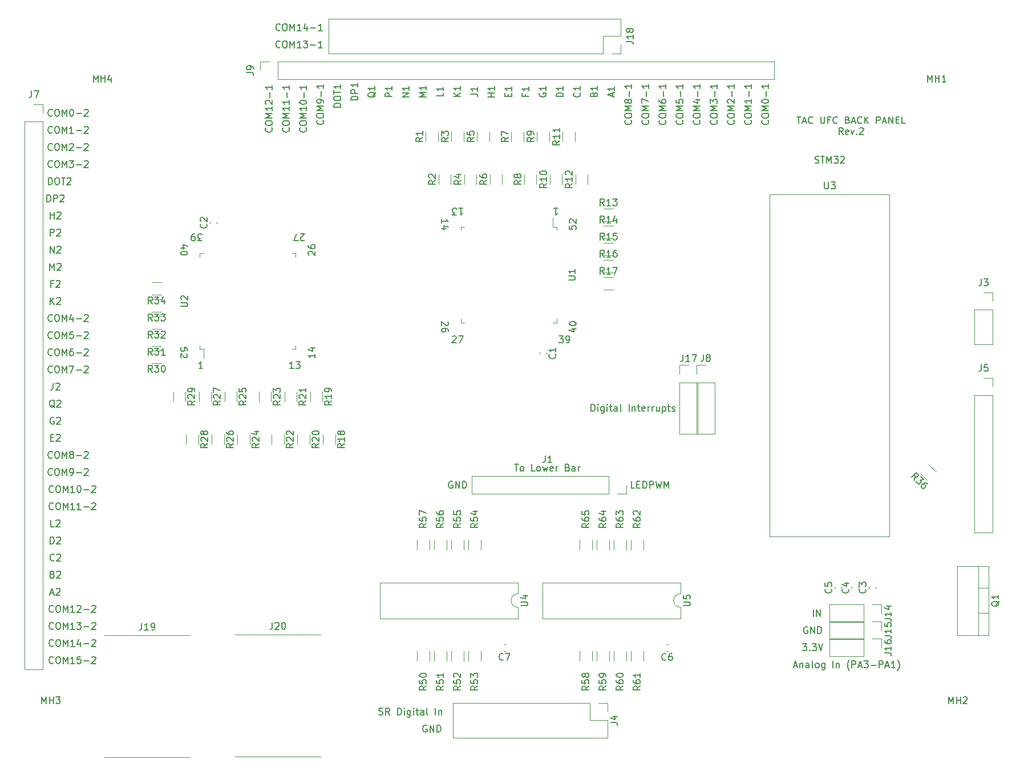
<source format=gbr>
%TF.GenerationSoftware,KiCad,Pcbnew,(5.1.10)-1*%
%TF.CreationDate,2021-06-21T01:13:09-04:00*%
%TF.ProjectId,backside,6261636b-7369-4646-952e-6b696361645f,rev?*%
%TF.SameCoordinates,Original*%
%TF.FileFunction,Legend,Top*%
%TF.FilePolarity,Positive*%
%FSLAX46Y46*%
G04 Gerber Fmt 4.6, Leading zero omitted, Abs format (unit mm)*
G04 Created by KiCad (PCBNEW (5.1.10)-1) date 2021-06-21 01:13:09*
%MOMM*%
%LPD*%
G01*
G04 APERTURE LIST*
%ADD10C,0.150000*%
%ADD11C,0.120000*%
G04 APERTURE END LIST*
D10*
X45537380Y-88138095D02*
X45585000Y-88185714D01*
X45632619Y-88280952D01*
X45632619Y-88519047D01*
X45585000Y-88614285D01*
X45537380Y-88661904D01*
X45442142Y-88709523D01*
X45346904Y-88709523D01*
X45204047Y-88661904D01*
X44632619Y-88090476D01*
X44632619Y-88709523D01*
X45632619Y-89566666D02*
X45632619Y-89376190D01*
X45585000Y-89280952D01*
X45537380Y-89233333D01*
X45394523Y-89138095D01*
X45204047Y-89090476D01*
X44823095Y-89090476D01*
X44727857Y-89138095D01*
X44680238Y-89185714D01*
X44632619Y-89280952D01*
X44632619Y-89471428D01*
X44680238Y-89566666D01*
X44727857Y-89614285D01*
X44823095Y-89661904D01*
X45061190Y-89661904D01*
X45156428Y-89614285D01*
X45204047Y-89566666D01*
X45251666Y-89471428D01*
X45251666Y-89280952D01*
X45204047Y-89185714D01*
X45156428Y-89138095D01*
X45061190Y-89090476D01*
X44632619Y-73469523D02*
X44632619Y-72898095D01*
X44632619Y-73183809D02*
X45632619Y-73183809D01*
X45489761Y-73088571D01*
X45394523Y-72993333D01*
X45346904Y-72898095D01*
X45299285Y-74326666D02*
X44632619Y-74326666D01*
X45680238Y-74088571D02*
X44965952Y-73850476D01*
X44965952Y-74469523D01*
X47180476Y-71302619D02*
X47751904Y-71302619D01*
X47466190Y-71302619D02*
X47466190Y-72302619D01*
X47561428Y-72159761D01*
X47656666Y-72064523D01*
X47751904Y-72016904D01*
X46847142Y-72302619D02*
X46228095Y-72302619D01*
X46561428Y-71921666D01*
X46418571Y-71921666D01*
X46323333Y-71874047D01*
X46275714Y-71826428D01*
X46228095Y-71731190D01*
X46228095Y-71493095D01*
X46275714Y-71397857D01*
X46323333Y-71350238D01*
X46418571Y-71302619D01*
X46704285Y-71302619D01*
X46799523Y-71350238D01*
X46847142Y-71397857D01*
X61309285Y-71302619D02*
X61880714Y-71302619D01*
X61595000Y-71302619D02*
X61595000Y-72302619D01*
X61690238Y-72159761D01*
X61785476Y-72064523D01*
X61880714Y-72016904D01*
X63587380Y-73898095D02*
X63587380Y-74374285D01*
X64063571Y-74421904D01*
X64015952Y-74374285D01*
X63968333Y-74279047D01*
X63968333Y-74040952D01*
X64015952Y-73945714D01*
X64063571Y-73898095D01*
X64158809Y-73850476D01*
X64396904Y-73850476D01*
X64492142Y-73898095D01*
X64539761Y-73945714D01*
X64587380Y-74040952D01*
X64587380Y-74279047D01*
X64539761Y-74374285D01*
X64492142Y-74421904D01*
X63682619Y-73469523D02*
X63635000Y-73421904D01*
X63587380Y-73326666D01*
X63587380Y-73088571D01*
X63635000Y-72993333D01*
X63682619Y-72945714D01*
X63777857Y-72898095D01*
X63873095Y-72898095D01*
X64015952Y-72945714D01*
X64587380Y-73517142D01*
X64587380Y-72898095D01*
X63920714Y-89185714D02*
X64587380Y-89185714D01*
X63539761Y-89423809D02*
X64254047Y-89661904D01*
X64254047Y-89042857D01*
X63587380Y-88471428D02*
X63587380Y-88376190D01*
X63635000Y-88280952D01*
X63682619Y-88233333D01*
X63777857Y-88185714D01*
X63968333Y-88138095D01*
X64206428Y-88138095D01*
X64396904Y-88185714D01*
X64492142Y-88233333D01*
X64539761Y-88280952D01*
X64587380Y-88376190D01*
X64587380Y-88471428D01*
X64539761Y-88566666D01*
X64492142Y-88614285D01*
X64396904Y-88661904D01*
X64206428Y-88709523D01*
X63968333Y-88709523D01*
X63777857Y-88661904D01*
X63682619Y-88614285D01*
X63635000Y-88566666D01*
X63587380Y-88471428D01*
X62055476Y-90257380D02*
X62674523Y-90257380D01*
X62341190Y-90638333D01*
X62484047Y-90638333D01*
X62579285Y-90685952D01*
X62626904Y-90733571D01*
X62674523Y-90828809D01*
X62674523Y-91066904D01*
X62626904Y-91162142D01*
X62579285Y-91209761D01*
X62484047Y-91257380D01*
X62198333Y-91257380D01*
X62103095Y-91209761D01*
X62055476Y-91162142D01*
X63150714Y-91257380D02*
X63341190Y-91257380D01*
X63436428Y-91209761D01*
X63484047Y-91162142D01*
X63579285Y-91019285D01*
X63626904Y-90828809D01*
X63626904Y-90447857D01*
X63579285Y-90352619D01*
X63531666Y-90305000D01*
X63436428Y-90257380D01*
X63245952Y-90257380D01*
X63150714Y-90305000D01*
X63103095Y-90352619D01*
X63055476Y-90447857D01*
X63055476Y-90685952D01*
X63103095Y-90781190D01*
X63150714Y-90828809D01*
X63245952Y-90876428D01*
X63436428Y-90876428D01*
X63531666Y-90828809D01*
X63579285Y-90781190D01*
X63626904Y-90685952D01*
X46228095Y-90352619D02*
X46275714Y-90305000D01*
X46370952Y-90257380D01*
X46609047Y-90257380D01*
X46704285Y-90305000D01*
X46751904Y-90352619D01*
X46799523Y-90447857D01*
X46799523Y-90543095D01*
X46751904Y-90685952D01*
X46180476Y-91257380D01*
X46799523Y-91257380D01*
X47132857Y-90257380D02*
X47799523Y-90257380D01*
X47370952Y-91257380D01*
X6897619Y-92471904D02*
X6897619Y-91995714D01*
X6421428Y-91948095D01*
X6469047Y-91995714D01*
X6516666Y-92090952D01*
X6516666Y-92329047D01*
X6469047Y-92424285D01*
X6421428Y-92471904D01*
X6326190Y-92519523D01*
X6088095Y-92519523D01*
X5992857Y-92471904D01*
X5945238Y-92424285D01*
X5897619Y-92329047D01*
X5897619Y-92090952D01*
X5945238Y-91995714D01*
X5992857Y-91948095D01*
X6802380Y-92900476D02*
X6850000Y-92948095D01*
X6897619Y-93043333D01*
X6897619Y-93281428D01*
X6850000Y-93376666D01*
X6802380Y-93424285D01*
X6707142Y-93471904D01*
X6611904Y-93471904D01*
X6469047Y-93424285D01*
X5897619Y-92852857D01*
X5897619Y-93471904D01*
X6564285Y-77184285D02*
X5897619Y-77184285D01*
X6945238Y-76946190D02*
X6230952Y-76708095D01*
X6230952Y-77327142D01*
X6897619Y-77898571D02*
X6897619Y-77993809D01*
X6850000Y-78089047D01*
X6802380Y-78136666D01*
X6707142Y-78184285D01*
X6516666Y-78231904D01*
X6278571Y-78231904D01*
X6088095Y-78184285D01*
X5992857Y-78136666D01*
X5945238Y-78089047D01*
X5897619Y-77993809D01*
X5897619Y-77898571D01*
X5945238Y-77803333D01*
X5992857Y-77755714D01*
X6088095Y-77708095D01*
X6278571Y-77660476D01*
X6516666Y-77660476D01*
X6707142Y-77708095D01*
X6802380Y-77755714D01*
X6850000Y-77803333D01*
X6897619Y-77898571D01*
X9064523Y-76112619D02*
X8445476Y-76112619D01*
X8778809Y-75731666D01*
X8635952Y-75731666D01*
X8540714Y-75684047D01*
X8493095Y-75636428D01*
X8445476Y-75541190D01*
X8445476Y-75303095D01*
X8493095Y-75207857D01*
X8540714Y-75160238D01*
X8635952Y-75112619D01*
X8921666Y-75112619D01*
X9016904Y-75160238D01*
X9064523Y-75207857D01*
X7969285Y-75112619D02*
X7778809Y-75112619D01*
X7683571Y-75160238D01*
X7635952Y-75207857D01*
X7540714Y-75350714D01*
X7493095Y-75541190D01*
X7493095Y-75922142D01*
X7540714Y-76017380D01*
X7588333Y-76065000D01*
X7683571Y-76112619D01*
X7874047Y-76112619D01*
X7969285Y-76065000D01*
X8016904Y-76017380D01*
X8064523Y-75922142D01*
X8064523Y-75684047D01*
X8016904Y-75588809D01*
X7969285Y-75541190D01*
X7874047Y-75493571D01*
X7683571Y-75493571D01*
X7588333Y-75541190D01*
X7540714Y-75588809D01*
X7493095Y-75684047D01*
X24256904Y-76017380D02*
X24209285Y-76065000D01*
X24114047Y-76112619D01*
X23875952Y-76112619D01*
X23780714Y-76065000D01*
X23733095Y-76017380D01*
X23685476Y-75922142D01*
X23685476Y-75826904D01*
X23733095Y-75684047D01*
X24304523Y-75112619D01*
X23685476Y-75112619D01*
X23352142Y-76112619D02*
X22685476Y-76112619D01*
X23114047Y-75112619D01*
X24947619Y-78231904D02*
X24900000Y-78184285D01*
X24852380Y-78089047D01*
X24852380Y-77850952D01*
X24900000Y-77755714D01*
X24947619Y-77708095D01*
X25042857Y-77660476D01*
X25138095Y-77660476D01*
X25280952Y-77708095D01*
X25852380Y-78279523D01*
X25852380Y-77660476D01*
X24852380Y-76803333D02*
X24852380Y-76993809D01*
X24900000Y-77089047D01*
X24947619Y-77136666D01*
X25090476Y-77231904D01*
X25280952Y-77279523D01*
X25661904Y-77279523D01*
X25757142Y-77231904D01*
X25804761Y-77184285D01*
X25852380Y-77089047D01*
X25852380Y-76898571D01*
X25804761Y-76803333D01*
X25757142Y-76755714D01*
X25661904Y-76708095D01*
X25423809Y-76708095D01*
X25328571Y-76755714D01*
X25280952Y-76803333D01*
X25233333Y-76898571D01*
X25233333Y-77089047D01*
X25280952Y-77184285D01*
X25328571Y-77231904D01*
X25423809Y-77279523D01*
X25852380Y-92900476D02*
X25852380Y-93471904D01*
X25852380Y-93186190D02*
X24852380Y-93186190D01*
X24995238Y-93281428D01*
X25090476Y-93376666D01*
X25138095Y-93471904D01*
X25185714Y-92043333D02*
X25852380Y-92043333D01*
X24804761Y-92281428D02*
X25519047Y-92519523D01*
X25519047Y-91900476D01*
X22669523Y-95067380D02*
X22098095Y-95067380D01*
X22383809Y-95067380D02*
X22383809Y-94067380D01*
X22288571Y-94210238D01*
X22193333Y-94305476D01*
X22098095Y-94353095D01*
X23002857Y-94067380D02*
X23621904Y-94067380D01*
X23288571Y-94448333D01*
X23431428Y-94448333D01*
X23526666Y-94495952D01*
X23574285Y-94543571D01*
X23621904Y-94638809D01*
X23621904Y-94876904D01*
X23574285Y-94972142D01*
X23526666Y-95019761D01*
X23431428Y-95067380D01*
X23145714Y-95067380D01*
X23050476Y-95019761D01*
X23002857Y-94972142D01*
X9175714Y-95067380D02*
X8604285Y-95067380D01*
X8890000Y-95067380D02*
X8890000Y-94067380D01*
X8794761Y-94210238D01*
X8699523Y-94305476D01*
X8604285Y-94353095D01*
X-12993333Y-138787142D02*
X-13040952Y-138834761D01*
X-13183809Y-138882380D01*
X-13279047Y-138882380D01*
X-13421904Y-138834761D01*
X-13517142Y-138739523D01*
X-13564761Y-138644285D01*
X-13612380Y-138453809D01*
X-13612380Y-138310952D01*
X-13564761Y-138120476D01*
X-13517142Y-138025238D01*
X-13421904Y-137930000D01*
X-13279047Y-137882380D01*
X-13183809Y-137882380D01*
X-13040952Y-137930000D01*
X-12993333Y-137977619D01*
X-12374285Y-137882380D02*
X-12183809Y-137882380D01*
X-12088571Y-137930000D01*
X-11993333Y-138025238D01*
X-11945714Y-138215714D01*
X-11945714Y-138549047D01*
X-11993333Y-138739523D01*
X-12088571Y-138834761D01*
X-12183809Y-138882380D01*
X-12374285Y-138882380D01*
X-12469523Y-138834761D01*
X-12564761Y-138739523D01*
X-12612380Y-138549047D01*
X-12612380Y-138215714D01*
X-12564761Y-138025238D01*
X-12469523Y-137930000D01*
X-12374285Y-137882380D01*
X-11517142Y-138882380D02*
X-11517142Y-137882380D01*
X-11183809Y-138596666D01*
X-10850476Y-137882380D01*
X-10850476Y-138882380D01*
X-9850476Y-138882380D02*
X-10421904Y-138882380D01*
X-10136190Y-138882380D02*
X-10136190Y-137882380D01*
X-10231428Y-138025238D01*
X-10326666Y-138120476D01*
X-10421904Y-138168095D01*
X-8945714Y-137882380D02*
X-9421904Y-137882380D01*
X-9469523Y-138358571D01*
X-9421904Y-138310952D01*
X-9326666Y-138263333D01*
X-9088571Y-138263333D01*
X-8993333Y-138310952D01*
X-8945714Y-138358571D01*
X-8898095Y-138453809D01*
X-8898095Y-138691904D01*
X-8945714Y-138787142D01*
X-8993333Y-138834761D01*
X-9088571Y-138882380D01*
X-9326666Y-138882380D01*
X-9421904Y-138834761D01*
X-9469523Y-138787142D01*
X-8469523Y-138501428D02*
X-7707619Y-138501428D01*
X-7279047Y-137977619D02*
X-7231428Y-137930000D01*
X-7136190Y-137882380D01*
X-6898095Y-137882380D01*
X-6802857Y-137930000D01*
X-6755238Y-137977619D01*
X-6707619Y-138072857D01*
X-6707619Y-138168095D01*
X-6755238Y-138310952D01*
X-7326666Y-138882380D01*
X-6707619Y-138882380D01*
X-12993333Y-136247142D02*
X-13040952Y-136294761D01*
X-13183809Y-136342380D01*
X-13279047Y-136342380D01*
X-13421904Y-136294761D01*
X-13517142Y-136199523D01*
X-13564761Y-136104285D01*
X-13612380Y-135913809D01*
X-13612380Y-135770952D01*
X-13564761Y-135580476D01*
X-13517142Y-135485238D01*
X-13421904Y-135390000D01*
X-13279047Y-135342380D01*
X-13183809Y-135342380D01*
X-13040952Y-135390000D01*
X-12993333Y-135437619D01*
X-12374285Y-135342380D02*
X-12183809Y-135342380D01*
X-12088571Y-135390000D01*
X-11993333Y-135485238D01*
X-11945714Y-135675714D01*
X-11945714Y-136009047D01*
X-11993333Y-136199523D01*
X-12088571Y-136294761D01*
X-12183809Y-136342380D01*
X-12374285Y-136342380D01*
X-12469523Y-136294761D01*
X-12564761Y-136199523D01*
X-12612380Y-136009047D01*
X-12612380Y-135675714D01*
X-12564761Y-135485238D01*
X-12469523Y-135390000D01*
X-12374285Y-135342380D01*
X-11517142Y-136342380D02*
X-11517142Y-135342380D01*
X-11183809Y-136056666D01*
X-10850476Y-135342380D01*
X-10850476Y-136342380D01*
X-9850476Y-136342380D02*
X-10421904Y-136342380D01*
X-10136190Y-136342380D02*
X-10136190Y-135342380D01*
X-10231428Y-135485238D01*
X-10326666Y-135580476D01*
X-10421904Y-135628095D01*
X-8993333Y-135675714D02*
X-8993333Y-136342380D01*
X-9231428Y-135294761D02*
X-9469523Y-136009047D01*
X-8850476Y-136009047D01*
X-8469523Y-135961428D02*
X-7707619Y-135961428D01*
X-7279047Y-135437619D02*
X-7231428Y-135390000D01*
X-7136190Y-135342380D01*
X-6898095Y-135342380D01*
X-6802857Y-135390000D01*
X-6755238Y-135437619D01*
X-6707619Y-135532857D01*
X-6707619Y-135628095D01*
X-6755238Y-135770952D01*
X-7326666Y-136342380D01*
X-6707619Y-136342380D01*
X-12993333Y-133707142D02*
X-13040952Y-133754761D01*
X-13183809Y-133802380D01*
X-13279047Y-133802380D01*
X-13421904Y-133754761D01*
X-13517142Y-133659523D01*
X-13564761Y-133564285D01*
X-13612380Y-133373809D01*
X-13612380Y-133230952D01*
X-13564761Y-133040476D01*
X-13517142Y-132945238D01*
X-13421904Y-132850000D01*
X-13279047Y-132802380D01*
X-13183809Y-132802380D01*
X-13040952Y-132850000D01*
X-12993333Y-132897619D01*
X-12374285Y-132802380D02*
X-12183809Y-132802380D01*
X-12088571Y-132850000D01*
X-11993333Y-132945238D01*
X-11945714Y-133135714D01*
X-11945714Y-133469047D01*
X-11993333Y-133659523D01*
X-12088571Y-133754761D01*
X-12183809Y-133802380D01*
X-12374285Y-133802380D01*
X-12469523Y-133754761D01*
X-12564761Y-133659523D01*
X-12612380Y-133469047D01*
X-12612380Y-133135714D01*
X-12564761Y-132945238D01*
X-12469523Y-132850000D01*
X-12374285Y-132802380D01*
X-11517142Y-133802380D02*
X-11517142Y-132802380D01*
X-11183809Y-133516666D01*
X-10850476Y-132802380D01*
X-10850476Y-133802380D01*
X-9850476Y-133802380D02*
X-10421904Y-133802380D01*
X-10136190Y-133802380D02*
X-10136190Y-132802380D01*
X-10231428Y-132945238D01*
X-10326666Y-133040476D01*
X-10421904Y-133088095D01*
X-9517142Y-132802380D02*
X-8898095Y-132802380D01*
X-9231428Y-133183333D01*
X-9088571Y-133183333D01*
X-8993333Y-133230952D01*
X-8945714Y-133278571D01*
X-8898095Y-133373809D01*
X-8898095Y-133611904D01*
X-8945714Y-133707142D01*
X-8993333Y-133754761D01*
X-9088571Y-133802380D01*
X-9374285Y-133802380D01*
X-9469523Y-133754761D01*
X-9517142Y-133707142D01*
X-8469523Y-133421428D02*
X-7707619Y-133421428D01*
X-7279047Y-132897619D02*
X-7231428Y-132850000D01*
X-7136190Y-132802380D01*
X-6898095Y-132802380D01*
X-6802857Y-132850000D01*
X-6755238Y-132897619D01*
X-6707619Y-132992857D01*
X-6707619Y-133088095D01*
X-6755238Y-133230952D01*
X-7326666Y-133802380D01*
X-6707619Y-133802380D01*
X-12993333Y-131167142D02*
X-13040952Y-131214761D01*
X-13183809Y-131262380D01*
X-13279047Y-131262380D01*
X-13421904Y-131214761D01*
X-13517142Y-131119523D01*
X-13564761Y-131024285D01*
X-13612380Y-130833809D01*
X-13612380Y-130690952D01*
X-13564761Y-130500476D01*
X-13517142Y-130405238D01*
X-13421904Y-130310000D01*
X-13279047Y-130262380D01*
X-13183809Y-130262380D01*
X-13040952Y-130310000D01*
X-12993333Y-130357619D01*
X-12374285Y-130262380D02*
X-12183809Y-130262380D01*
X-12088571Y-130310000D01*
X-11993333Y-130405238D01*
X-11945714Y-130595714D01*
X-11945714Y-130929047D01*
X-11993333Y-131119523D01*
X-12088571Y-131214761D01*
X-12183809Y-131262380D01*
X-12374285Y-131262380D01*
X-12469523Y-131214761D01*
X-12564761Y-131119523D01*
X-12612380Y-130929047D01*
X-12612380Y-130595714D01*
X-12564761Y-130405238D01*
X-12469523Y-130310000D01*
X-12374285Y-130262380D01*
X-11517142Y-131262380D02*
X-11517142Y-130262380D01*
X-11183809Y-130976666D01*
X-10850476Y-130262380D01*
X-10850476Y-131262380D01*
X-9850476Y-131262380D02*
X-10421904Y-131262380D01*
X-10136190Y-131262380D02*
X-10136190Y-130262380D01*
X-10231428Y-130405238D01*
X-10326666Y-130500476D01*
X-10421904Y-130548095D01*
X-9469523Y-130357619D02*
X-9421904Y-130310000D01*
X-9326666Y-130262380D01*
X-9088571Y-130262380D01*
X-8993333Y-130310000D01*
X-8945714Y-130357619D01*
X-8898095Y-130452857D01*
X-8898095Y-130548095D01*
X-8945714Y-130690952D01*
X-9517142Y-131262380D01*
X-8898095Y-131262380D01*
X-8469523Y-130881428D02*
X-7707619Y-130881428D01*
X-7279047Y-130357619D02*
X-7231428Y-130310000D01*
X-7136190Y-130262380D01*
X-6898095Y-130262380D01*
X-6802857Y-130310000D01*
X-6755238Y-130357619D01*
X-6707619Y-130452857D01*
X-6707619Y-130548095D01*
X-6755238Y-130690952D01*
X-7326666Y-131262380D01*
X-6707619Y-131262380D01*
X-13414285Y-128436666D02*
X-12938095Y-128436666D01*
X-13509523Y-128722380D02*
X-13176190Y-127722380D01*
X-12842857Y-128722380D01*
X-12557142Y-127817619D02*
X-12509523Y-127770000D01*
X-12414285Y-127722380D01*
X-12176190Y-127722380D01*
X-12080952Y-127770000D01*
X-12033333Y-127817619D01*
X-11985714Y-127912857D01*
X-11985714Y-128008095D01*
X-12033333Y-128150952D01*
X-12604761Y-128722380D01*
X-11985714Y-128722380D01*
X-13104761Y-125658571D02*
X-12961904Y-125706190D01*
X-12914285Y-125753809D01*
X-12866666Y-125849047D01*
X-12866666Y-125991904D01*
X-12914285Y-126087142D01*
X-12961904Y-126134761D01*
X-13057142Y-126182380D01*
X-13438095Y-126182380D01*
X-13438095Y-125182380D01*
X-13104761Y-125182380D01*
X-13009523Y-125230000D01*
X-12961904Y-125277619D01*
X-12914285Y-125372857D01*
X-12914285Y-125468095D01*
X-12961904Y-125563333D01*
X-13009523Y-125610952D01*
X-13104761Y-125658571D01*
X-13438095Y-125658571D01*
X-12485714Y-125277619D02*
X-12438095Y-125230000D01*
X-12342857Y-125182380D01*
X-12104761Y-125182380D01*
X-12009523Y-125230000D01*
X-11961904Y-125277619D01*
X-11914285Y-125372857D01*
X-11914285Y-125468095D01*
X-11961904Y-125610952D01*
X-12533333Y-126182380D01*
X-11914285Y-126182380D01*
X-12866666Y-123547142D02*
X-12914285Y-123594761D01*
X-13057142Y-123642380D01*
X-13152380Y-123642380D01*
X-13295238Y-123594761D01*
X-13390476Y-123499523D01*
X-13438095Y-123404285D01*
X-13485714Y-123213809D01*
X-13485714Y-123070952D01*
X-13438095Y-122880476D01*
X-13390476Y-122785238D01*
X-13295238Y-122690000D01*
X-13152380Y-122642380D01*
X-13057142Y-122642380D01*
X-12914285Y-122690000D01*
X-12866666Y-122737619D01*
X-12485714Y-122737619D02*
X-12438095Y-122690000D01*
X-12342857Y-122642380D01*
X-12104761Y-122642380D01*
X-12009523Y-122690000D01*
X-11961904Y-122737619D01*
X-11914285Y-122832857D01*
X-11914285Y-122928095D01*
X-11961904Y-123070952D01*
X-12533333Y-123642380D01*
X-11914285Y-123642380D01*
X-13438095Y-121102380D02*
X-13438095Y-120102380D01*
X-13200000Y-120102380D01*
X-13057142Y-120150000D01*
X-12961904Y-120245238D01*
X-12914285Y-120340476D01*
X-12866666Y-120530952D01*
X-12866666Y-120673809D01*
X-12914285Y-120864285D01*
X-12961904Y-120959523D01*
X-13057142Y-121054761D01*
X-13200000Y-121102380D01*
X-13438095Y-121102380D01*
X-12485714Y-120197619D02*
X-12438095Y-120150000D01*
X-12342857Y-120102380D01*
X-12104761Y-120102380D01*
X-12009523Y-120150000D01*
X-11961904Y-120197619D01*
X-11914285Y-120292857D01*
X-11914285Y-120388095D01*
X-11961904Y-120530952D01*
X-12533333Y-121102380D01*
X-11914285Y-121102380D01*
X-12866666Y-118562380D02*
X-13342857Y-118562380D01*
X-13342857Y-117562380D01*
X-12580952Y-117657619D02*
X-12533333Y-117610000D01*
X-12438095Y-117562380D01*
X-12200000Y-117562380D01*
X-12104761Y-117610000D01*
X-12057142Y-117657619D01*
X-12009523Y-117752857D01*
X-12009523Y-117848095D01*
X-12057142Y-117990952D01*
X-12628571Y-118562380D01*
X-12009523Y-118562380D01*
X-12993333Y-115927142D02*
X-13040952Y-115974761D01*
X-13183809Y-116022380D01*
X-13279047Y-116022380D01*
X-13421904Y-115974761D01*
X-13517142Y-115879523D01*
X-13564761Y-115784285D01*
X-13612380Y-115593809D01*
X-13612380Y-115450952D01*
X-13564761Y-115260476D01*
X-13517142Y-115165238D01*
X-13421904Y-115070000D01*
X-13279047Y-115022380D01*
X-13183809Y-115022380D01*
X-13040952Y-115070000D01*
X-12993333Y-115117619D01*
X-12374285Y-115022380D02*
X-12183809Y-115022380D01*
X-12088571Y-115070000D01*
X-11993333Y-115165238D01*
X-11945714Y-115355714D01*
X-11945714Y-115689047D01*
X-11993333Y-115879523D01*
X-12088571Y-115974761D01*
X-12183809Y-116022380D01*
X-12374285Y-116022380D01*
X-12469523Y-115974761D01*
X-12564761Y-115879523D01*
X-12612380Y-115689047D01*
X-12612380Y-115355714D01*
X-12564761Y-115165238D01*
X-12469523Y-115070000D01*
X-12374285Y-115022380D01*
X-11517142Y-116022380D02*
X-11517142Y-115022380D01*
X-11183809Y-115736666D01*
X-10850476Y-115022380D01*
X-10850476Y-116022380D01*
X-9850476Y-116022380D02*
X-10421904Y-116022380D01*
X-10136190Y-116022380D02*
X-10136190Y-115022380D01*
X-10231428Y-115165238D01*
X-10326666Y-115260476D01*
X-10421904Y-115308095D01*
X-8898095Y-116022380D02*
X-9469523Y-116022380D01*
X-9183809Y-116022380D02*
X-9183809Y-115022380D01*
X-9279047Y-115165238D01*
X-9374285Y-115260476D01*
X-9469523Y-115308095D01*
X-8469523Y-115641428D02*
X-7707619Y-115641428D01*
X-7279047Y-115117619D02*
X-7231428Y-115070000D01*
X-7136190Y-115022380D01*
X-6898095Y-115022380D01*
X-6802857Y-115070000D01*
X-6755238Y-115117619D01*
X-6707619Y-115212857D01*
X-6707619Y-115308095D01*
X-6755238Y-115450952D01*
X-7326666Y-116022380D01*
X-6707619Y-116022380D01*
X-12993333Y-113387142D02*
X-13040952Y-113434761D01*
X-13183809Y-113482380D01*
X-13279047Y-113482380D01*
X-13421904Y-113434761D01*
X-13517142Y-113339523D01*
X-13564761Y-113244285D01*
X-13612380Y-113053809D01*
X-13612380Y-112910952D01*
X-13564761Y-112720476D01*
X-13517142Y-112625238D01*
X-13421904Y-112530000D01*
X-13279047Y-112482380D01*
X-13183809Y-112482380D01*
X-13040952Y-112530000D01*
X-12993333Y-112577619D01*
X-12374285Y-112482380D02*
X-12183809Y-112482380D01*
X-12088571Y-112530000D01*
X-11993333Y-112625238D01*
X-11945714Y-112815714D01*
X-11945714Y-113149047D01*
X-11993333Y-113339523D01*
X-12088571Y-113434761D01*
X-12183809Y-113482380D01*
X-12374285Y-113482380D01*
X-12469523Y-113434761D01*
X-12564761Y-113339523D01*
X-12612380Y-113149047D01*
X-12612380Y-112815714D01*
X-12564761Y-112625238D01*
X-12469523Y-112530000D01*
X-12374285Y-112482380D01*
X-11517142Y-113482380D02*
X-11517142Y-112482380D01*
X-11183809Y-113196666D01*
X-10850476Y-112482380D01*
X-10850476Y-113482380D01*
X-9850476Y-113482380D02*
X-10421904Y-113482380D01*
X-10136190Y-113482380D02*
X-10136190Y-112482380D01*
X-10231428Y-112625238D01*
X-10326666Y-112720476D01*
X-10421904Y-112768095D01*
X-9231428Y-112482380D02*
X-9136190Y-112482380D01*
X-9040952Y-112530000D01*
X-8993333Y-112577619D01*
X-8945714Y-112672857D01*
X-8898095Y-112863333D01*
X-8898095Y-113101428D01*
X-8945714Y-113291904D01*
X-8993333Y-113387142D01*
X-9040952Y-113434761D01*
X-9136190Y-113482380D01*
X-9231428Y-113482380D01*
X-9326666Y-113434761D01*
X-9374285Y-113387142D01*
X-9421904Y-113291904D01*
X-9469523Y-113101428D01*
X-9469523Y-112863333D01*
X-9421904Y-112672857D01*
X-9374285Y-112577619D01*
X-9326666Y-112530000D01*
X-9231428Y-112482380D01*
X-8469523Y-113101428D02*
X-7707619Y-113101428D01*
X-7279047Y-112577619D02*
X-7231428Y-112530000D01*
X-7136190Y-112482380D01*
X-6898095Y-112482380D01*
X-6802857Y-112530000D01*
X-6755238Y-112577619D01*
X-6707619Y-112672857D01*
X-6707619Y-112768095D01*
X-6755238Y-112910952D01*
X-7326666Y-113482380D01*
X-6707619Y-113482380D01*
X-13152142Y-110847142D02*
X-13199761Y-110894761D01*
X-13342619Y-110942380D01*
X-13437857Y-110942380D01*
X-13580714Y-110894761D01*
X-13675952Y-110799523D01*
X-13723571Y-110704285D01*
X-13771190Y-110513809D01*
X-13771190Y-110370952D01*
X-13723571Y-110180476D01*
X-13675952Y-110085238D01*
X-13580714Y-109990000D01*
X-13437857Y-109942380D01*
X-13342619Y-109942380D01*
X-13199761Y-109990000D01*
X-13152142Y-110037619D01*
X-12533095Y-109942380D02*
X-12342619Y-109942380D01*
X-12247380Y-109990000D01*
X-12152142Y-110085238D01*
X-12104523Y-110275714D01*
X-12104523Y-110609047D01*
X-12152142Y-110799523D01*
X-12247380Y-110894761D01*
X-12342619Y-110942380D01*
X-12533095Y-110942380D01*
X-12628333Y-110894761D01*
X-12723571Y-110799523D01*
X-12771190Y-110609047D01*
X-12771190Y-110275714D01*
X-12723571Y-110085238D01*
X-12628333Y-109990000D01*
X-12533095Y-109942380D01*
X-11675952Y-110942380D02*
X-11675952Y-109942380D01*
X-11342619Y-110656666D01*
X-11009285Y-109942380D01*
X-11009285Y-110942380D01*
X-10485476Y-110942380D02*
X-10295000Y-110942380D01*
X-10199761Y-110894761D01*
X-10152142Y-110847142D01*
X-10056904Y-110704285D01*
X-10009285Y-110513809D01*
X-10009285Y-110132857D01*
X-10056904Y-110037619D01*
X-10104523Y-109990000D01*
X-10199761Y-109942380D01*
X-10390238Y-109942380D01*
X-10485476Y-109990000D01*
X-10533095Y-110037619D01*
X-10580714Y-110132857D01*
X-10580714Y-110370952D01*
X-10533095Y-110466190D01*
X-10485476Y-110513809D01*
X-10390238Y-110561428D01*
X-10199761Y-110561428D01*
X-10104523Y-110513809D01*
X-10056904Y-110466190D01*
X-10009285Y-110370952D01*
X-9580714Y-110561428D02*
X-8818809Y-110561428D01*
X-8390238Y-110037619D02*
X-8342619Y-109990000D01*
X-8247380Y-109942380D01*
X-8009285Y-109942380D01*
X-7914047Y-109990000D01*
X-7866428Y-110037619D01*
X-7818809Y-110132857D01*
X-7818809Y-110228095D01*
X-7866428Y-110370952D01*
X-8437857Y-110942380D01*
X-7818809Y-110942380D01*
X-13152142Y-108307142D02*
X-13199761Y-108354761D01*
X-13342619Y-108402380D01*
X-13437857Y-108402380D01*
X-13580714Y-108354761D01*
X-13675952Y-108259523D01*
X-13723571Y-108164285D01*
X-13771190Y-107973809D01*
X-13771190Y-107830952D01*
X-13723571Y-107640476D01*
X-13675952Y-107545238D01*
X-13580714Y-107450000D01*
X-13437857Y-107402380D01*
X-13342619Y-107402380D01*
X-13199761Y-107450000D01*
X-13152142Y-107497619D01*
X-12533095Y-107402380D02*
X-12342619Y-107402380D01*
X-12247380Y-107450000D01*
X-12152142Y-107545238D01*
X-12104523Y-107735714D01*
X-12104523Y-108069047D01*
X-12152142Y-108259523D01*
X-12247380Y-108354761D01*
X-12342619Y-108402380D01*
X-12533095Y-108402380D01*
X-12628333Y-108354761D01*
X-12723571Y-108259523D01*
X-12771190Y-108069047D01*
X-12771190Y-107735714D01*
X-12723571Y-107545238D01*
X-12628333Y-107450000D01*
X-12533095Y-107402380D01*
X-11675952Y-108402380D02*
X-11675952Y-107402380D01*
X-11342619Y-108116666D01*
X-11009285Y-107402380D01*
X-11009285Y-108402380D01*
X-10390238Y-107830952D02*
X-10485476Y-107783333D01*
X-10533095Y-107735714D01*
X-10580714Y-107640476D01*
X-10580714Y-107592857D01*
X-10533095Y-107497619D01*
X-10485476Y-107450000D01*
X-10390238Y-107402380D01*
X-10199761Y-107402380D01*
X-10104523Y-107450000D01*
X-10056904Y-107497619D01*
X-10009285Y-107592857D01*
X-10009285Y-107640476D01*
X-10056904Y-107735714D01*
X-10104523Y-107783333D01*
X-10199761Y-107830952D01*
X-10390238Y-107830952D01*
X-10485476Y-107878571D01*
X-10533095Y-107926190D01*
X-10580714Y-108021428D01*
X-10580714Y-108211904D01*
X-10533095Y-108307142D01*
X-10485476Y-108354761D01*
X-10390238Y-108402380D01*
X-10199761Y-108402380D01*
X-10104523Y-108354761D01*
X-10056904Y-108307142D01*
X-10009285Y-108211904D01*
X-10009285Y-108021428D01*
X-10056904Y-107926190D01*
X-10104523Y-107878571D01*
X-10199761Y-107830952D01*
X-9580714Y-108021428D02*
X-8818809Y-108021428D01*
X-8390238Y-107497619D02*
X-8342619Y-107450000D01*
X-8247380Y-107402380D01*
X-8009285Y-107402380D01*
X-7914047Y-107450000D01*
X-7866428Y-107497619D01*
X-7818809Y-107592857D01*
X-7818809Y-107688095D01*
X-7866428Y-107830952D01*
X-8437857Y-108402380D01*
X-7818809Y-108402380D01*
X-13390476Y-105338571D02*
X-13057142Y-105338571D01*
X-12914285Y-105862380D02*
X-13390476Y-105862380D01*
X-13390476Y-104862380D01*
X-12914285Y-104862380D01*
X-12533333Y-104957619D02*
X-12485714Y-104910000D01*
X-12390476Y-104862380D01*
X-12152380Y-104862380D01*
X-12057142Y-104910000D01*
X-12009523Y-104957619D01*
X-11961904Y-105052857D01*
X-11961904Y-105148095D01*
X-12009523Y-105290952D01*
X-12580952Y-105862380D01*
X-11961904Y-105862380D01*
X-12914285Y-102370000D02*
X-13009523Y-102322380D01*
X-13152380Y-102322380D01*
X-13295238Y-102370000D01*
X-13390476Y-102465238D01*
X-13438095Y-102560476D01*
X-13485714Y-102750952D01*
X-13485714Y-102893809D01*
X-13438095Y-103084285D01*
X-13390476Y-103179523D01*
X-13295238Y-103274761D01*
X-13152380Y-103322380D01*
X-13057142Y-103322380D01*
X-12914285Y-103274761D01*
X-12866666Y-103227142D01*
X-12866666Y-102893809D01*
X-13057142Y-102893809D01*
X-12485714Y-102417619D02*
X-12438095Y-102370000D01*
X-12342857Y-102322380D01*
X-12104761Y-102322380D01*
X-12009523Y-102370000D01*
X-11961904Y-102417619D01*
X-11914285Y-102512857D01*
X-11914285Y-102608095D01*
X-11961904Y-102750952D01*
X-12533333Y-103322380D01*
X-11914285Y-103322380D01*
X-12795238Y-100877619D02*
X-12890476Y-100830000D01*
X-12985714Y-100734761D01*
X-13128571Y-100591904D01*
X-13223809Y-100544285D01*
X-13319047Y-100544285D01*
X-13271428Y-100782380D02*
X-13366666Y-100734761D01*
X-13461904Y-100639523D01*
X-13509523Y-100449047D01*
X-13509523Y-100115714D01*
X-13461904Y-99925238D01*
X-13366666Y-99830000D01*
X-13271428Y-99782380D01*
X-13080952Y-99782380D01*
X-12985714Y-99830000D01*
X-12890476Y-99925238D01*
X-12842857Y-100115714D01*
X-12842857Y-100449047D01*
X-12890476Y-100639523D01*
X-12985714Y-100734761D01*
X-13080952Y-100782380D01*
X-13271428Y-100782380D01*
X-12461904Y-99877619D02*
X-12414285Y-99830000D01*
X-12319047Y-99782380D01*
X-12080952Y-99782380D01*
X-11985714Y-99830000D01*
X-11938095Y-99877619D01*
X-11890476Y-99972857D01*
X-11890476Y-100068095D01*
X-11938095Y-100210952D01*
X-12509523Y-100782380D01*
X-11890476Y-100782380D01*
X-13033333Y-97242380D02*
X-13033333Y-97956666D01*
X-13080952Y-98099523D01*
X-13176190Y-98194761D01*
X-13319047Y-98242380D01*
X-13414285Y-98242380D01*
X-12604761Y-97337619D02*
X-12557142Y-97290000D01*
X-12461904Y-97242380D01*
X-12223809Y-97242380D01*
X-12128571Y-97290000D01*
X-12080952Y-97337619D01*
X-12033333Y-97432857D01*
X-12033333Y-97528095D01*
X-12080952Y-97670952D01*
X-12652380Y-98242380D01*
X-12033333Y-98242380D01*
X-13152142Y-95607142D02*
X-13199761Y-95654761D01*
X-13342619Y-95702380D01*
X-13437857Y-95702380D01*
X-13580714Y-95654761D01*
X-13675952Y-95559523D01*
X-13723571Y-95464285D01*
X-13771190Y-95273809D01*
X-13771190Y-95130952D01*
X-13723571Y-94940476D01*
X-13675952Y-94845238D01*
X-13580714Y-94750000D01*
X-13437857Y-94702380D01*
X-13342619Y-94702380D01*
X-13199761Y-94750000D01*
X-13152142Y-94797619D01*
X-12533095Y-94702380D02*
X-12342619Y-94702380D01*
X-12247380Y-94750000D01*
X-12152142Y-94845238D01*
X-12104523Y-95035714D01*
X-12104523Y-95369047D01*
X-12152142Y-95559523D01*
X-12247380Y-95654761D01*
X-12342619Y-95702380D01*
X-12533095Y-95702380D01*
X-12628333Y-95654761D01*
X-12723571Y-95559523D01*
X-12771190Y-95369047D01*
X-12771190Y-95035714D01*
X-12723571Y-94845238D01*
X-12628333Y-94750000D01*
X-12533095Y-94702380D01*
X-11675952Y-95702380D02*
X-11675952Y-94702380D01*
X-11342619Y-95416666D01*
X-11009285Y-94702380D01*
X-11009285Y-95702380D01*
X-10628333Y-94702380D02*
X-9961666Y-94702380D01*
X-10390238Y-95702380D01*
X-9580714Y-95321428D02*
X-8818809Y-95321428D01*
X-8390238Y-94797619D02*
X-8342619Y-94750000D01*
X-8247380Y-94702380D01*
X-8009285Y-94702380D01*
X-7914047Y-94750000D01*
X-7866428Y-94797619D01*
X-7818809Y-94892857D01*
X-7818809Y-94988095D01*
X-7866428Y-95130952D01*
X-8437857Y-95702380D01*
X-7818809Y-95702380D01*
X-13152142Y-93067142D02*
X-13199761Y-93114761D01*
X-13342619Y-93162380D01*
X-13437857Y-93162380D01*
X-13580714Y-93114761D01*
X-13675952Y-93019523D01*
X-13723571Y-92924285D01*
X-13771190Y-92733809D01*
X-13771190Y-92590952D01*
X-13723571Y-92400476D01*
X-13675952Y-92305238D01*
X-13580714Y-92210000D01*
X-13437857Y-92162380D01*
X-13342619Y-92162380D01*
X-13199761Y-92210000D01*
X-13152142Y-92257619D01*
X-12533095Y-92162380D02*
X-12342619Y-92162380D01*
X-12247380Y-92210000D01*
X-12152142Y-92305238D01*
X-12104523Y-92495714D01*
X-12104523Y-92829047D01*
X-12152142Y-93019523D01*
X-12247380Y-93114761D01*
X-12342619Y-93162380D01*
X-12533095Y-93162380D01*
X-12628333Y-93114761D01*
X-12723571Y-93019523D01*
X-12771190Y-92829047D01*
X-12771190Y-92495714D01*
X-12723571Y-92305238D01*
X-12628333Y-92210000D01*
X-12533095Y-92162380D01*
X-11675952Y-93162380D02*
X-11675952Y-92162380D01*
X-11342619Y-92876666D01*
X-11009285Y-92162380D01*
X-11009285Y-93162380D01*
X-10104523Y-92162380D02*
X-10295000Y-92162380D01*
X-10390238Y-92210000D01*
X-10437857Y-92257619D01*
X-10533095Y-92400476D01*
X-10580714Y-92590952D01*
X-10580714Y-92971904D01*
X-10533095Y-93067142D01*
X-10485476Y-93114761D01*
X-10390238Y-93162380D01*
X-10199761Y-93162380D01*
X-10104523Y-93114761D01*
X-10056904Y-93067142D01*
X-10009285Y-92971904D01*
X-10009285Y-92733809D01*
X-10056904Y-92638571D01*
X-10104523Y-92590952D01*
X-10199761Y-92543333D01*
X-10390238Y-92543333D01*
X-10485476Y-92590952D01*
X-10533095Y-92638571D01*
X-10580714Y-92733809D01*
X-9580714Y-92781428D02*
X-8818809Y-92781428D01*
X-8390238Y-92257619D02*
X-8342619Y-92210000D01*
X-8247380Y-92162380D01*
X-8009285Y-92162380D01*
X-7914047Y-92210000D01*
X-7866428Y-92257619D01*
X-7818809Y-92352857D01*
X-7818809Y-92448095D01*
X-7866428Y-92590952D01*
X-8437857Y-93162380D01*
X-7818809Y-93162380D01*
X-13152142Y-90527142D02*
X-13199761Y-90574761D01*
X-13342619Y-90622380D01*
X-13437857Y-90622380D01*
X-13580714Y-90574761D01*
X-13675952Y-90479523D01*
X-13723571Y-90384285D01*
X-13771190Y-90193809D01*
X-13771190Y-90050952D01*
X-13723571Y-89860476D01*
X-13675952Y-89765238D01*
X-13580714Y-89670000D01*
X-13437857Y-89622380D01*
X-13342619Y-89622380D01*
X-13199761Y-89670000D01*
X-13152142Y-89717619D01*
X-12533095Y-89622380D02*
X-12342619Y-89622380D01*
X-12247380Y-89670000D01*
X-12152142Y-89765238D01*
X-12104523Y-89955714D01*
X-12104523Y-90289047D01*
X-12152142Y-90479523D01*
X-12247380Y-90574761D01*
X-12342619Y-90622380D01*
X-12533095Y-90622380D01*
X-12628333Y-90574761D01*
X-12723571Y-90479523D01*
X-12771190Y-90289047D01*
X-12771190Y-89955714D01*
X-12723571Y-89765238D01*
X-12628333Y-89670000D01*
X-12533095Y-89622380D01*
X-11675952Y-90622380D02*
X-11675952Y-89622380D01*
X-11342619Y-90336666D01*
X-11009285Y-89622380D01*
X-11009285Y-90622380D01*
X-10056904Y-89622380D02*
X-10533095Y-89622380D01*
X-10580714Y-90098571D01*
X-10533095Y-90050952D01*
X-10437857Y-90003333D01*
X-10199761Y-90003333D01*
X-10104523Y-90050952D01*
X-10056904Y-90098571D01*
X-10009285Y-90193809D01*
X-10009285Y-90431904D01*
X-10056904Y-90527142D01*
X-10104523Y-90574761D01*
X-10199761Y-90622380D01*
X-10437857Y-90622380D01*
X-10533095Y-90574761D01*
X-10580714Y-90527142D01*
X-9580714Y-90241428D02*
X-8818809Y-90241428D01*
X-8390238Y-89717619D02*
X-8342619Y-89670000D01*
X-8247380Y-89622380D01*
X-8009285Y-89622380D01*
X-7914047Y-89670000D01*
X-7866428Y-89717619D01*
X-7818809Y-89812857D01*
X-7818809Y-89908095D01*
X-7866428Y-90050952D01*
X-8437857Y-90622380D01*
X-7818809Y-90622380D01*
X-13152142Y-87987142D02*
X-13199761Y-88034761D01*
X-13342619Y-88082380D01*
X-13437857Y-88082380D01*
X-13580714Y-88034761D01*
X-13675952Y-87939523D01*
X-13723571Y-87844285D01*
X-13771190Y-87653809D01*
X-13771190Y-87510952D01*
X-13723571Y-87320476D01*
X-13675952Y-87225238D01*
X-13580714Y-87130000D01*
X-13437857Y-87082380D01*
X-13342619Y-87082380D01*
X-13199761Y-87130000D01*
X-13152142Y-87177619D01*
X-12533095Y-87082380D02*
X-12342619Y-87082380D01*
X-12247380Y-87130000D01*
X-12152142Y-87225238D01*
X-12104523Y-87415714D01*
X-12104523Y-87749047D01*
X-12152142Y-87939523D01*
X-12247380Y-88034761D01*
X-12342619Y-88082380D01*
X-12533095Y-88082380D01*
X-12628333Y-88034761D01*
X-12723571Y-87939523D01*
X-12771190Y-87749047D01*
X-12771190Y-87415714D01*
X-12723571Y-87225238D01*
X-12628333Y-87130000D01*
X-12533095Y-87082380D01*
X-11675952Y-88082380D02*
X-11675952Y-87082380D01*
X-11342619Y-87796666D01*
X-11009285Y-87082380D01*
X-11009285Y-88082380D01*
X-10104523Y-87415714D02*
X-10104523Y-88082380D01*
X-10342619Y-87034761D02*
X-10580714Y-87749047D01*
X-9961666Y-87749047D01*
X-9580714Y-87701428D02*
X-8818809Y-87701428D01*
X-8390238Y-87177619D02*
X-8342619Y-87130000D01*
X-8247380Y-87082380D01*
X-8009285Y-87082380D01*
X-7914047Y-87130000D01*
X-7866428Y-87177619D01*
X-7818809Y-87272857D01*
X-7818809Y-87368095D01*
X-7866428Y-87510952D01*
X-8437857Y-88082380D01*
X-7818809Y-88082380D01*
X-13438095Y-85542380D02*
X-13438095Y-84542380D01*
X-12866666Y-85542380D02*
X-13295238Y-84970952D01*
X-12866666Y-84542380D02*
X-13438095Y-85113809D01*
X-12485714Y-84637619D02*
X-12438095Y-84590000D01*
X-12342857Y-84542380D01*
X-12104761Y-84542380D01*
X-12009523Y-84590000D01*
X-11961904Y-84637619D01*
X-11914285Y-84732857D01*
X-11914285Y-84828095D01*
X-11961904Y-84970952D01*
X-12533333Y-85542380D01*
X-11914285Y-85542380D01*
X-13033333Y-82478571D02*
X-13366666Y-82478571D01*
X-13366666Y-83002380D02*
X-13366666Y-82002380D01*
X-12890476Y-82002380D01*
X-12557142Y-82097619D02*
X-12509523Y-82050000D01*
X-12414285Y-82002380D01*
X-12176190Y-82002380D01*
X-12080952Y-82050000D01*
X-12033333Y-82097619D01*
X-11985714Y-82192857D01*
X-11985714Y-82288095D01*
X-12033333Y-82430952D01*
X-12604761Y-83002380D01*
X-11985714Y-83002380D01*
X-13509523Y-80462380D02*
X-13509523Y-79462380D01*
X-13176190Y-80176666D01*
X-12842857Y-79462380D01*
X-12842857Y-80462380D01*
X-12414285Y-79557619D02*
X-12366666Y-79510000D01*
X-12271428Y-79462380D01*
X-12033333Y-79462380D01*
X-11938095Y-79510000D01*
X-11890476Y-79557619D01*
X-11842857Y-79652857D01*
X-11842857Y-79748095D01*
X-11890476Y-79890952D01*
X-12461904Y-80462380D01*
X-11842857Y-80462380D01*
X-13461904Y-77922380D02*
X-13461904Y-76922380D01*
X-12890476Y-77922380D01*
X-12890476Y-76922380D01*
X-12461904Y-77017619D02*
X-12414285Y-76970000D01*
X-12319047Y-76922380D01*
X-12080952Y-76922380D01*
X-11985714Y-76970000D01*
X-11938095Y-77017619D01*
X-11890476Y-77112857D01*
X-11890476Y-77208095D01*
X-11938095Y-77350952D01*
X-12509523Y-77922380D01*
X-11890476Y-77922380D01*
X-13438095Y-75382380D02*
X-13438095Y-74382380D01*
X-13057142Y-74382380D01*
X-12961904Y-74430000D01*
X-12914285Y-74477619D01*
X-12866666Y-74572857D01*
X-12866666Y-74715714D01*
X-12914285Y-74810952D01*
X-12961904Y-74858571D01*
X-13057142Y-74906190D01*
X-13438095Y-74906190D01*
X-12485714Y-74477619D02*
X-12438095Y-74430000D01*
X-12342857Y-74382380D01*
X-12104761Y-74382380D01*
X-12009523Y-74430000D01*
X-11961904Y-74477619D01*
X-11914285Y-74572857D01*
X-11914285Y-74668095D01*
X-11961904Y-74810952D01*
X-12533333Y-75382380D01*
X-11914285Y-75382380D01*
X-13461904Y-72842380D02*
X-13461904Y-71842380D01*
X-13461904Y-72318571D02*
X-12890476Y-72318571D01*
X-12890476Y-72842380D02*
X-12890476Y-71842380D01*
X-12461904Y-71937619D02*
X-12414285Y-71890000D01*
X-12319047Y-71842380D01*
X-12080952Y-71842380D01*
X-11985714Y-71890000D01*
X-11938095Y-71937619D01*
X-11890476Y-72032857D01*
X-11890476Y-72128095D01*
X-11938095Y-72270952D01*
X-12509523Y-72842380D01*
X-11890476Y-72842380D01*
X-13938095Y-70302380D02*
X-13938095Y-69302380D01*
X-13700000Y-69302380D01*
X-13557142Y-69350000D01*
X-13461904Y-69445238D01*
X-13414285Y-69540476D01*
X-13366666Y-69730952D01*
X-13366666Y-69873809D01*
X-13414285Y-70064285D01*
X-13461904Y-70159523D01*
X-13557142Y-70254761D01*
X-13700000Y-70302380D01*
X-13938095Y-70302380D01*
X-12938095Y-70302380D02*
X-12938095Y-69302380D01*
X-12557142Y-69302380D01*
X-12461904Y-69350000D01*
X-12414285Y-69397619D01*
X-12366666Y-69492857D01*
X-12366666Y-69635714D01*
X-12414285Y-69730952D01*
X-12461904Y-69778571D01*
X-12557142Y-69826190D01*
X-12938095Y-69826190D01*
X-11985714Y-69397619D02*
X-11938095Y-69350000D01*
X-11842857Y-69302380D01*
X-11604761Y-69302380D01*
X-11509523Y-69350000D01*
X-11461904Y-69397619D01*
X-11414285Y-69492857D01*
X-11414285Y-69588095D01*
X-11461904Y-69730952D01*
X-12033333Y-70302380D01*
X-11414285Y-70302380D01*
X-13707857Y-67762380D02*
X-13707857Y-66762380D01*
X-13469761Y-66762380D01*
X-13326904Y-66810000D01*
X-13231666Y-66905238D01*
X-13184047Y-67000476D01*
X-13136428Y-67190952D01*
X-13136428Y-67333809D01*
X-13184047Y-67524285D01*
X-13231666Y-67619523D01*
X-13326904Y-67714761D01*
X-13469761Y-67762380D01*
X-13707857Y-67762380D01*
X-12517380Y-66762380D02*
X-12326904Y-66762380D01*
X-12231666Y-66810000D01*
X-12136428Y-66905238D01*
X-12088809Y-67095714D01*
X-12088809Y-67429047D01*
X-12136428Y-67619523D01*
X-12231666Y-67714761D01*
X-12326904Y-67762380D01*
X-12517380Y-67762380D01*
X-12612619Y-67714761D01*
X-12707857Y-67619523D01*
X-12755476Y-67429047D01*
X-12755476Y-67095714D01*
X-12707857Y-66905238D01*
X-12612619Y-66810000D01*
X-12517380Y-66762380D01*
X-11803095Y-66762380D02*
X-11231666Y-66762380D01*
X-11517380Y-67762380D02*
X-11517380Y-66762380D01*
X-10945952Y-66857619D02*
X-10898333Y-66810000D01*
X-10803095Y-66762380D01*
X-10565000Y-66762380D01*
X-10469761Y-66810000D01*
X-10422142Y-66857619D01*
X-10374523Y-66952857D01*
X-10374523Y-67048095D01*
X-10422142Y-67190952D01*
X-10993571Y-67762380D01*
X-10374523Y-67762380D01*
X-13152142Y-65127142D02*
X-13199761Y-65174761D01*
X-13342619Y-65222380D01*
X-13437857Y-65222380D01*
X-13580714Y-65174761D01*
X-13675952Y-65079523D01*
X-13723571Y-64984285D01*
X-13771190Y-64793809D01*
X-13771190Y-64650952D01*
X-13723571Y-64460476D01*
X-13675952Y-64365238D01*
X-13580714Y-64270000D01*
X-13437857Y-64222380D01*
X-13342619Y-64222380D01*
X-13199761Y-64270000D01*
X-13152142Y-64317619D01*
X-12533095Y-64222380D02*
X-12342619Y-64222380D01*
X-12247380Y-64270000D01*
X-12152142Y-64365238D01*
X-12104523Y-64555714D01*
X-12104523Y-64889047D01*
X-12152142Y-65079523D01*
X-12247380Y-65174761D01*
X-12342619Y-65222380D01*
X-12533095Y-65222380D01*
X-12628333Y-65174761D01*
X-12723571Y-65079523D01*
X-12771190Y-64889047D01*
X-12771190Y-64555714D01*
X-12723571Y-64365238D01*
X-12628333Y-64270000D01*
X-12533095Y-64222380D01*
X-11675952Y-65222380D02*
X-11675952Y-64222380D01*
X-11342619Y-64936666D01*
X-11009285Y-64222380D01*
X-11009285Y-65222380D01*
X-10628333Y-64222380D02*
X-10009285Y-64222380D01*
X-10342619Y-64603333D01*
X-10199761Y-64603333D01*
X-10104523Y-64650952D01*
X-10056904Y-64698571D01*
X-10009285Y-64793809D01*
X-10009285Y-65031904D01*
X-10056904Y-65127142D01*
X-10104523Y-65174761D01*
X-10199761Y-65222380D01*
X-10485476Y-65222380D01*
X-10580714Y-65174761D01*
X-10628333Y-65127142D01*
X-9580714Y-64841428D02*
X-8818809Y-64841428D01*
X-8390238Y-64317619D02*
X-8342619Y-64270000D01*
X-8247380Y-64222380D01*
X-8009285Y-64222380D01*
X-7914047Y-64270000D01*
X-7866428Y-64317619D01*
X-7818809Y-64412857D01*
X-7818809Y-64508095D01*
X-7866428Y-64650952D01*
X-8437857Y-65222380D01*
X-7818809Y-65222380D01*
X-13152142Y-62587142D02*
X-13199761Y-62634761D01*
X-13342619Y-62682380D01*
X-13437857Y-62682380D01*
X-13580714Y-62634761D01*
X-13675952Y-62539523D01*
X-13723571Y-62444285D01*
X-13771190Y-62253809D01*
X-13771190Y-62110952D01*
X-13723571Y-61920476D01*
X-13675952Y-61825238D01*
X-13580714Y-61730000D01*
X-13437857Y-61682380D01*
X-13342619Y-61682380D01*
X-13199761Y-61730000D01*
X-13152142Y-61777619D01*
X-12533095Y-61682380D02*
X-12342619Y-61682380D01*
X-12247380Y-61730000D01*
X-12152142Y-61825238D01*
X-12104523Y-62015714D01*
X-12104523Y-62349047D01*
X-12152142Y-62539523D01*
X-12247380Y-62634761D01*
X-12342619Y-62682380D01*
X-12533095Y-62682380D01*
X-12628333Y-62634761D01*
X-12723571Y-62539523D01*
X-12771190Y-62349047D01*
X-12771190Y-62015714D01*
X-12723571Y-61825238D01*
X-12628333Y-61730000D01*
X-12533095Y-61682380D01*
X-11675952Y-62682380D02*
X-11675952Y-61682380D01*
X-11342619Y-62396666D01*
X-11009285Y-61682380D01*
X-11009285Y-62682380D01*
X-10580714Y-61777619D02*
X-10533095Y-61730000D01*
X-10437857Y-61682380D01*
X-10199761Y-61682380D01*
X-10104523Y-61730000D01*
X-10056904Y-61777619D01*
X-10009285Y-61872857D01*
X-10009285Y-61968095D01*
X-10056904Y-62110952D01*
X-10628333Y-62682380D01*
X-10009285Y-62682380D01*
X-9580714Y-62301428D02*
X-8818809Y-62301428D01*
X-8390238Y-61777619D02*
X-8342619Y-61730000D01*
X-8247380Y-61682380D01*
X-8009285Y-61682380D01*
X-7914047Y-61730000D01*
X-7866428Y-61777619D01*
X-7818809Y-61872857D01*
X-7818809Y-61968095D01*
X-7866428Y-62110952D01*
X-8437857Y-62682380D01*
X-7818809Y-62682380D01*
X-13152142Y-60047142D02*
X-13199761Y-60094761D01*
X-13342619Y-60142380D01*
X-13437857Y-60142380D01*
X-13580714Y-60094761D01*
X-13675952Y-59999523D01*
X-13723571Y-59904285D01*
X-13771190Y-59713809D01*
X-13771190Y-59570952D01*
X-13723571Y-59380476D01*
X-13675952Y-59285238D01*
X-13580714Y-59190000D01*
X-13437857Y-59142380D01*
X-13342619Y-59142380D01*
X-13199761Y-59190000D01*
X-13152142Y-59237619D01*
X-12533095Y-59142380D02*
X-12342619Y-59142380D01*
X-12247380Y-59190000D01*
X-12152142Y-59285238D01*
X-12104523Y-59475714D01*
X-12104523Y-59809047D01*
X-12152142Y-59999523D01*
X-12247380Y-60094761D01*
X-12342619Y-60142380D01*
X-12533095Y-60142380D01*
X-12628333Y-60094761D01*
X-12723571Y-59999523D01*
X-12771190Y-59809047D01*
X-12771190Y-59475714D01*
X-12723571Y-59285238D01*
X-12628333Y-59190000D01*
X-12533095Y-59142380D01*
X-11675952Y-60142380D02*
X-11675952Y-59142380D01*
X-11342619Y-59856666D01*
X-11009285Y-59142380D01*
X-11009285Y-60142380D01*
X-10009285Y-60142380D02*
X-10580714Y-60142380D01*
X-10295000Y-60142380D02*
X-10295000Y-59142380D01*
X-10390238Y-59285238D01*
X-10485476Y-59380476D01*
X-10580714Y-59428095D01*
X-9580714Y-59761428D02*
X-8818809Y-59761428D01*
X-8390238Y-59237619D02*
X-8342619Y-59190000D01*
X-8247380Y-59142380D01*
X-8009285Y-59142380D01*
X-7914047Y-59190000D01*
X-7866428Y-59237619D01*
X-7818809Y-59332857D01*
X-7818809Y-59428095D01*
X-7866428Y-59570952D01*
X-8437857Y-60142380D01*
X-7818809Y-60142380D01*
X-13152142Y-57507142D02*
X-13199761Y-57554761D01*
X-13342619Y-57602380D01*
X-13437857Y-57602380D01*
X-13580714Y-57554761D01*
X-13675952Y-57459523D01*
X-13723571Y-57364285D01*
X-13771190Y-57173809D01*
X-13771190Y-57030952D01*
X-13723571Y-56840476D01*
X-13675952Y-56745238D01*
X-13580714Y-56650000D01*
X-13437857Y-56602380D01*
X-13342619Y-56602380D01*
X-13199761Y-56650000D01*
X-13152142Y-56697619D01*
X-12533095Y-56602380D02*
X-12342619Y-56602380D01*
X-12247380Y-56650000D01*
X-12152142Y-56745238D01*
X-12104523Y-56935714D01*
X-12104523Y-57269047D01*
X-12152142Y-57459523D01*
X-12247380Y-57554761D01*
X-12342619Y-57602380D01*
X-12533095Y-57602380D01*
X-12628333Y-57554761D01*
X-12723571Y-57459523D01*
X-12771190Y-57269047D01*
X-12771190Y-56935714D01*
X-12723571Y-56745238D01*
X-12628333Y-56650000D01*
X-12533095Y-56602380D01*
X-11675952Y-57602380D02*
X-11675952Y-56602380D01*
X-11342619Y-57316666D01*
X-11009285Y-56602380D01*
X-11009285Y-57602380D01*
X-10342619Y-56602380D02*
X-10247380Y-56602380D01*
X-10152142Y-56650000D01*
X-10104523Y-56697619D01*
X-10056904Y-56792857D01*
X-10009285Y-56983333D01*
X-10009285Y-57221428D01*
X-10056904Y-57411904D01*
X-10104523Y-57507142D01*
X-10152142Y-57554761D01*
X-10247380Y-57602380D01*
X-10342619Y-57602380D01*
X-10437857Y-57554761D01*
X-10485476Y-57507142D01*
X-10533095Y-57411904D01*
X-10580714Y-57221428D01*
X-10580714Y-56983333D01*
X-10533095Y-56792857D01*
X-10485476Y-56697619D01*
X-10437857Y-56650000D01*
X-10342619Y-56602380D01*
X-9580714Y-57221428D02*
X-8818809Y-57221428D01*
X-8390238Y-56697619D02*
X-8342619Y-56650000D01*
X-8247380Y-56602380D01*
X-8009285Y-56602380D01*
X-7914047Y-56650000D01*
X-7866428Y-56697619D01*
X-7818809Y-56792857D01*
X-7818809Y-56888095D01*
X-7866428Y-57030952D01*
X-8437857Y-57602380D01*
X-7818809Y-57602380D01*
X93067142Y-58237142D02*
X93114761Y-58284761D01*
X93162380Y-58427619D01*
X93162380Y-58522857D01*
X93114761Y-58665714D01*
X93019523Y-58760952D01*
X92924285Y-58808571D01*
X92733809Y-58856190D01*
X92590952Y-58856190D01*
X92400476Y-58808571D01*
X92305238Y-58760952D01*
X92210000Y-58665714D01*
X92162380Y-58522857D01*
X92162380Y-58427619D01*
X92210000Y-58284761D01*
X92257619Y-58237142D01*
X92162380Y-57618095D02*
X92162380Y-57427619D01*
X92210000Y-57332380D01*
X92305238Y-57237142D01*
X92495714Y-57189523D01*
X92829047Y-57189523D01*
X93019523Y-57237142D01*
X93114761Y-57332380D01*
X93162380Y-57427619D01*
X93162380Y-57618095D01*
X93114761Y-57713333D01*
X93019523Y-57808571D01*
X92829047Y-57856190D01*
X92495714Y-57856190D01*
X92305238Y-57808571D01*
X92210000Y-57713333D01*
X92162380Y-57618095D01*
X93162380Y-56760952D02*
X92162380Y-56760952D01*
X92876666Y-56427619D01*
X92162380Y-56094285D01*
X93162380Y-56094285D01*
X92162380Y-55427619D02*
X92162380Y-55332380D01*
X92210000Y-55237142D01*
X92257619Y-55189523D01*
X92352857Y-55141904D01*
X92543333Y-55094285D01*
X92781428Y-55094285D01*
X92971904Y-55141904D01*
X93067142Y-55189523D01*
X93114761Y-55237142D01*
X93162380Y-55332380D01*
X93162380Y-55427619D01*
X93114761Y-55522857D01*
X93067142Y-55570476D01*
X92971904Y-55618095D01*
X92781428Y-55665714D01*
X92543333Y-55665714D01*
X92352857Y-55618095D01*
X92257619Y-55570476D01*
X92210000Y-55522857D01*
X92162380Y-55427619D01*
X92781428Y-54665714D02*
X92781428Y-53903809D01*
X93162380Y-52903809D02*
X93162380Y-53475238D01*
X93162380Y-53189523D02*
X92162380Y-53189523D01*
X92305238Y-53284761D01*
X92400476Y-53380000D01*
X92448095Y-53475238D01*
X90527142Y-58237142D02*
X90574761Y-58284761D01*
X90622380Y-58427619D01*
X90622380Y-58522857D01*
X90574761Y-58665714D01*
X90479523Y-58760952D01*
X90384285Y-58808571D01*
X90193809Y-58856190D01*
X90050952Y-58856190D01*
X89860476Y-58808571D01*
X89765238Y-58760952D01*
X89670000Y-58665714D01*
X89622380Y-58522857D01*
X89622380Y-58427619D01*
X89670000Y-58284761D01*
X89717619Y-58237142D01*
X89622380Y-57618095D02*
X89622380Y-57427619D01*
X89670000Y-57332380D01*
X89765238Y-57237142D01*
X89955714Y-57189523D01*
X90289047Y-57189523D01*
X90479523Y-57237142D01*
X90574761Y-57332380D01*
X90622380Y-57427619D01*
X90622380Y-57618095D01*
X90574761Y-57713333D01*
X90479523Y-57808571D01*
X90289047Y-57856190D01*
X89955714Y-57856190D01*
X89765238Y-57808571D01*
X89670000Y-57713333D01*
X89622380Y-57618095D01*
X90622380Y-56760952D02*
X89622380Y-56760952D01*
X90336666Y-56427619D01*
X89622380Y-56094285D01*
X90622380Y-56094285D01*
X90622380Y-55094285D02*
X90622380Y-55665714D01*
X90622380Y-55380000D02*
X89622380Y-55380000D01*
X89765238Y-55475238D01*
X89860476Y-55570476D01*
X89908095Y-55665714D01*
X90241428Y-54665714D02*
X90241428Y-53903809D01*
X90622380Y-52903809D02*
X90622380Y-53475238D01*
X90622380Y-53189523D02*
X89622380Y-53189523D01*
X89765238Y-53284761D01*
X89860476Y-53380000D01*
X89908095Y-53475238D01*
X87987142Y-58237142D02*
X88034761Y-58284761D01*
X88082380Y-58427619D01*
X88082380Y-58522857D01*
X88034761Y-58665714D01*
X87939523Y-58760952D01*
X87844285Y-58808571D01*
X87653809Y-58856190D01*
X87510952Y-58856190D01*
X87320476Y-58808571D01*
X87225238Y-58760952D01*
X87130000Y-58665714D01*
X87082380Y-58522857D01*
X87082380Y-58427619D01*
X87130000Y-58284761D01*
X87177619Y-58237142D01*
X87082380Y-57618095D02*
X87082380Y-57427619D01*
X87130000Y-57332380D01*
X87225238Y-57237142D01*
X87415714Y-57189523D01*
X87749047Y-57189523D01*
X87939523Y-57237142D01*
X88034761Y-57332380D01*
X88082380Y-57427619D01*
X88082380Y-57618095D01*
X88034761Y-57713333D01*
X87939523Y-57808571D01*
X87749047Y-57856190D01*
X87415714Y-57856190D01*
X87225238Y-57808571D01*
X87130000Y-57713333D01*
X87082380Y-57618095D01*
X88082380Y-56760952D02*
X87082380Y-56760952D01*
X87796666Y-56427619D01*
X87082380Y-56094285D01*
X88082380Y-56094285D01*
X87177619Y-55665714D02*
X87130000Y-55618095D01*
X87082380Y-55522857D01*
X87082380Y-55284761D01*
X87130000Y-55189523D01*
X87177619Y-55141904D01*
X87272857Y-55094285D01*
X87368095Y-55094285D01*
X87510952Y-55141904D01*
X88082380Y-55713333D01*
X88082380Y-55094285D01*
X87701428Y-54665714D02*
X87701428Y-53903809D01*
X88082380Y-52903809D02*
X88082380Y-53475238D01*
X88082380Y-53189523D02*
X87082380Y-53189523D01*
X87225238Y-53284761D01*
X87320476Y-53380000D01*
X87368095Y-53475238D01*
X85447142Y-58237142D02*
X85494761Y-58284761D01*
X85542380Y-58427619D01*
X85542380Y-58522857D01*
X85494761Y-58665714D01*
X85399523Y-58760952D01*
X85304285Y-58808571D01*
X85113809Y-58856190D01*
X84970952Y-58856190D01*
X84780476Y-58808571D01*
X84685238Y-58760952D01*
X84590000Y-58665714D01*
X84542380Y-58522857D01*
X84542380Y-58427619D01*
X84590000Y-58284761D01*
X84637619Y-58237142D01*
X84542380Y-57618095D02*
X84542380Y-57427619D01*
X84590000Y-57332380D01*
X84685238Y-57237142D01*
X84875714Y-57189523D01*
X85209047Y-57189523D01*
X85399523Y-57237142D01*
X85494761Y-57332380D01*
X85542380Y-57427619D01*
X85542380Y-57618095D01*
X85494761Y-57713333D01*
X85399523Y-57808571D01*
X85209047Y-57856190D01*
X84875714Y-57856190D01*
X84685238Y-57808571D01*
X84590000Y-57713333D01*
X84542380Y-57618095D01*
X85542380Y-56760952D02*
X84542380Y-56760952D01*
X85256666Y-56427619D01*
X84542380Y-56094285D01*
X85542380Y-56094285D01*
X84542380Y-55713333D02*
X84542380Y-55094285D01*
X84923333Y-55427619D01*
X84923333Y-55284761D01*
X84970952Y-55189523D01*
X85018571Y-55141904D01*
X85113809Y-55094285D01*
X85351904Y-55094285D01*
X85447142Y-55141904D01*
X85494761Y-55189523D01*
X85542380Y-55284761D01*
X85542380Y-55570476D01*
X85494761Y-55665714D01*
X85447142Y-55713333D01*
X85161428Y-54665714D02*
X85161428Y-53903809D01*
X85542380Y-52903809D02*
X85542380Y-53475238D01*
X85542380Y-53189523D02*
X84542380Y-53189523D01*
X84685238Y-53284761D01*
X84780476Y-53380000D01*
X84828095Y-53475238D01*
X82907142Y-58237142D02*
X82954761Y-58284761D01*
X83002380Y-58427619D01*
X83002380Y-58522857D01*
X82954761Y-58665714D01*
X82859523Y-58760952D01*
X82764285Y-58808571D01*
X82573809Y-58856190D01*
X82430952Y-58856190D01*
X82240476Y-58808571D01*
X82145238Y-58760952D01*
X82050000Y-58665714D01*
X82002380Y-58522857D01*
X82002380Y-58427619D01*
X82050000Y-58284761D01*
X82097619Y-58237142D01*
X82002380Y-57618095D02*
X82002380Y-57427619D01*
X82050000Y-57332380D01*
X82145238Y-57237142D01*
X82335714Y-57189523D01*
X82669047Y-57189523D01*
X82859523Y-57237142D01*
X82954761Y-57332380D01*
X83002380Y-57427619D01*
X83002380Y-57618095D01*
X82954761Y-57713333D01*
X82859523Y-57808571D01*
X82669047Y-57856190D01*
X82335714Y-57856190D01*
X82145238Y-57808571D01*
X82050000Y-57713333D01*
X82002380Y-57618095D01*
X83002380Y-56760952D02*
X82002380Y-56760952D01*
X82716666Y-56427619D01*
X82002380Y-56094285D01*
X83002380Y-56094285D01*
X82335714Y-55189523D02*
X83002380Y-55189523D01*
X81954761Y-55427619D02*
X82669047Y-55665714D01*
X82669047Y-55046666D01*
X82621428Y-54665714D02*
X82621428Y-53903809D01*
X83002380Y-52903809D02*
X83002380Y-53475238D01*
X83002380Y-53189523D02*
X82002380Y-53189523D01*
X82145238Y-53284761D01*
X82240476Y-53380000D01*
X82288095Y-53475238D01*
X80367142Y-58237142D02*
X80414761Y-58284761D01*
X80462380Y-58427619D01*
X80462380Y-58522857D01*
X80414761Y-58665714D01*
X80319523Y-58760952D01*
X80224285Y-58808571D01*
X80033809Y-58856190D01*
X79890952Y-58856190D01*
X79700476Y-58808571D01*
X79605238Y-58760952D01*
X79510000Y-58665714D01*
X79462380Y-58522857D01*
X79462380Y-58427619D01*
X79510000Y-58284761D01*
X79557619Y-58237142D01*
X79462380Y-57618095D02*
X79462380Y-57427619D01*
X79510000Y-57332380D01*
X79605238Y-57237142D01*
X79795714Y-57189523D01*
X80129047Y-57189523D01*
X80319523Y-57237142D01*
X80414761Y-57332380D01*
X80462380Y-57427619D01*
X80462380Y-57618095D01*
X80414761Y-57713333D01*
X80319523Y-57808571D01*
X80129047Y-57856190D01*
X79795714Y-57856190D01*
X79605238Y-57808571D01*
X79510000Y-57713333D01*
X79462380Y-57618095D01*
X80462380Y-56760952D02*
X79462380Y-56760952D01*
X80176666Y-56427619D01*
X79462380Y-56094285D01*
X80462380Y-56094285D01*
X79462380Y-55141904D02*
X79462380Y-55618095D01*
X79938571Y-55665714D01*
X79890952Y-55618095D01*
X79843333Y-55522857D01*
X79843333Y-55284761D01*
X79890952Y-55189523D01*
X79938571Y-55141904D01*
X80033809Y-55094285D01*
X80271904Y-55094285D01*
X80367142Y-55141904D01*
X80414761Y-55189523D01*
X80462380Y-55284761D01*
X80462380Y-55522857D01*
X80414761Y-55618095D01*
X80367142Y-55665714D01*
X80081428Y-54665714D02*
X80081428Y-53903809D01*
X80462380Y-52903809D02*
X80462380Y-53475238D01*
X80462380Y-53189523D02*
X79462380Y-53189523D01*
X79605238Y-53284761D01*
X79700476Y-53380000D01*
X79748095Y-53475238D01*
X77827142Y-58237142D02*
X77874761Y-58284761D01*
X77922380Y-58427619D01*
X77922380Y-58522857D01*
X77874761Y-58665714D01*
X77779523Y-58760952D01*
X77684285Y-58808571D01*
X77493809Y-58856190D01*
X77350952Y-58856190D01*
X77160476Y-58808571D01*
X77065238Y-58760952D01*
X76970000Y-58665714D01*
X76922380Y-58522857D01*
X76922380Y-58427619D01*
X76970000Y-58284761D01*
X77017619Y-58237142D01*
X76922380Y-57618095D02*
X76922380Y-57427619D01*
X76970000Y-57332380D01*
X77065238Y-57237142D01*
X77255714Y-57189523D01*
X77589047Y-57189523D01*
X77779523Y-57237142D01*
X77874761Y-57332380D01*
X77922380Y-57427619D01*
X77922380Y-57618095D01*
X77874761Y-57713333D01*
X77779523Y-57808571D01*
X77589047Y-57856190D01*
X77255714Y-57856190D01*
X77065238Y-57808571D01*
X76970000Y-57713333D01*
X76922380Y-57618095D01*
X77922380Y-56760952D02*
X76922380Y-56760952D01*
X77636666Y-56427619D01*
X76922380Y-56094285D01*
X77922380Y-56094285D01*
X76922380Y-55189523D02*
X76922380Y-55380000D01*
X76970000Y-55475238D01*
X77017619Y-55522857D01*
X77160476Y-55618095D01*
X77350952Y-55665714D01*
X77731904Y-55665714D01*
X77827142Y-55618095D01*
X77874761Y-55570476D01*
X77922380Y-55475238D01*
X77922380Y-55284761D01*
X77874761Y-55189523D01*
X77827142Y-55141904D01*
X77731904Y-55094285D01*
X77493809Y-55094285D01*
X77398571Y-55141904D01*
X77350952Y-55189523D01*
X77303333Y-55284761D01*
X77303333Y-55475238D01*
X77350952Y-55570476D01*
X77398571Y-55618095D01*
X77493809Y-55665714D01*
X77541428Y-54665714D02*
X77541428Y-53903809D01*
X77922380Y-52903809D02*
X77922380Y-53475238D01*
X77922380Y-53189523D02*
X76922380Y-53189523D01*
X77065238Y-53284761D01*
X77160476Y-53380000D01*
X77208095Y-53475238D01*
X75287142Y-58237142D02*
X75334761Y-58284761D01*
X75382380Y-58427619D01*
X75382380Y-58522857D01*
X75334761Y-58665714D01*
X75239523Y-58760952D01*
X75144285Y-58808571D01*
X74953809Y-58856190D01*
X74810952Y-58856190D01*
X74620476Y-58808571D01*
X74525238Y-58760952D01*
X74430000Y-58665714D01*
X74382380Y-58522857D01*
X74382380Y-58427619D01*
X74430000Y-58284761D01*
X74477619Y-58237142D01*
X74382380Y-57618095D02*
X74382380Y-57427619D01*
X74430000Y-57332380D01*
X74525238Y-57237142D01*
X74715714Y-57189523D01*
X75049047Y-57189523D01*
X75239523Y-57237142D01*
X75334761Y-57332380D01*
X75382380Y-57427619D01*
X75382380Y-57618095D01*
X75334761Y-57713333D01*
X75239523Y-57808571D01*
X75049047Y-57856190D01*
X74715714Y-57856190D01*
X74525238Y-57808571D01*
X74430000Y-57713333D01*
X74382380Y-57618095D01*
X75382380Y-56760952D02*
X74382380Y-56760952D01*
X75096666Y-56427619D01*
X74382380Y-56094285D01*
X75382380Y-56094285D01*
X74382380Y-55713333D02*
X74382380Y-55046666D01*
X75382380Y-55475238D01*
X75001428Y-54665714D02*
X75001428Y-53903809D01*
X75382380Y-52903809D02*
X75382380Y-53475238D01*
X75382380Y-53189523D02*
X74382380Y-53189523D01*
X74525238Y-53284761D01*
X74620476Y-53380000D01*
X74668095Y-53475238D01*
X72747142Y-58237142D02*
X72794761Y-58284761D01*
X72842380Y-58427619D01*
X72842380Y-58522857D01*
X72794761Y-58665714D01*
X72699523Y-58760952D01*
X72604285Y-58808571D01*
X72413809Y-58856190D01*
X72270952Y-58856190D01*
X72080476Y-58808571D01*
X71985238Y-58760952D01*
X71890000Y-58665714D01*
X71842380Y-58522857D01*
X71842380Y-58427619D01*
X71890000Y-58284761D01*
X71937619Y-58237142D01*
X71842380Y-57618095D02*
X71842380Y-57427619D01*
X71890000Y-57332380D01*
X71985238Y-57237142D01*
X72175714Y-57189523D01*
X72509047Y-57189523D01*
X72699523Y-57237142D01*
X72794761Y-57332380D01*
X72842380Y-57427619D01*
X72842380Y-57618095D01*
X72794761Y-57713333D01*
X72699523Y-57808571D01*
X72509047Y-57856190D01*
X72175714Y-57856190D01*
X71985238Y-57808571D01*
X71890000Y-57713333D01*
X71842380Y-57618095D01*
X72842380Y-56760952D02*
X71842380Y-56760952D01*
X72556666Y-56427619D01*
X71842380Y-56094285D01*
X72842380Y-56094285D01*
X72270952Y-55475238D02*
X72223333Y-55570476D01*
X72175714Y-55618095D01*
X72080476Y-55665714D01*
X72032857Y-55665714D01*
X71937619Y-55618095D01*
X71890000Y-55570476D01*
X71842380Y-55475238D01*
X71842380Y-55284761D01*
X71890000Y-55189523D01*
X71937619Y-55141904D01*
X72032857Y-55094285D01*
X72080476Y-55094285D01*
X72175714Y-55141904D01*
X72223333Y-55189523D01*
X72270952Y-55284761D01*
X72270952Y-55475238D01*
X72318571Y-55570476D01*
X72366190Y-55618095D01*
X72461428Y-55665714D01*
X72651904Y-55665714D01*
X72747142Y-55618095D01*
X72794761Y-55570476D01*
X72842380Y-55475238D01*
X72842380Y-55284761D01*
X72794761Y-55189523D01*
X72747142Y-55141904D01*
X72651904Y-55094285D01*
X72461428Y-55094285D01*
X72366190Y-55141904D01*
X72318571Y-55189523D01*
X72270952Y-55284761D01*
X72461428Y-54665714D02*
X72461428Y-53903809D01*
X72842380Y-52903809D02*
X72842380Y-53475238D01*
X72842380Y-53189523D02*
X71842380Y-53189523D01*
X71985238Y-53284761D01*
X72080476Y-53380000D01*
X72128095Y-53475238D01*
X19407142Y-59348333D02*
X19454761Y-59395952D01*
X19502380Y-59538809D01*
X19502380Y-59634047D01*
X19454761Y-59776904D01*
X19359523Y-59872142D01*
X19264285Y-59919761D01*
X19073809Y-59967380D01*
X18930952Y-59967380D01*
X18740476Y-59919761D01*
X18645238Y-59872142D01*
X18550000Y-59776904D01*
X18502380Y-59634047D01*
X18502380Y-59538809D01*
X18550000Y-59395952D01*
X18597619Y-59348333D01*
X18502380Y-58729285D02*
X18502380Y-58538809D01*
X18550000Y-58443571D01*
X18645238Y-58348333D01*
X18835714Y-58300714D01*
X19169047Y-58300714D01*
X19359523Y-58348333D01*
X19454761Y-58443571D01*
X19502380Y-58538809D01*
X19502380Y-58729285D01*
X19454761Y-58824523D01*
X19359523Y-58919761D01*
X19169047Y-58967380D01*
X18835714Y-58967380D01*
X18645238Y-58919761D01*
X18550000Y-58824523D01*
X18502380Y-58729285D01*
X19502380Y-57872142D02*
X18502380Y-57872142D01*
X19216666Y-57538809D01*
X18502380Y-57205476D01*
X19502380Y-57205476D01*
X19502380Y-56205476D02*
X19502380Y-56776904D01*
X19502380Y-56491190D02*
X18502380Y-56491190D01*
X18645238Y-56586428D01*
X18740476Y-56681666D01*
X18788095Y-56776904D01*
X18597619Y-55824523D02*
X18550000Y-55776904D01*
X18502380Y-55681666D01*
X18502380Y-55443571D01*
X18550000Y-55348333D01*
X18597619Y-55300714D01*
X18692857Y-55253095D01*
X18788095Y-55253095D01*
X18930952Y-55300714D01*
X19502380Y-55872142D01*
X19502380Y-55253095D01*
X19121428Y-54824523D02*
X19121428Y-54062619D01*
X19502380Y-53062619D02*
X19502380Y-53634047D01*
X19502380Y-53348333D02*
X18502380Y-53348333D01*
X18645238Y-53443571D01*
X18740476Y-53538809D01*
X18788095Y-53634047D01*
X21947142Y-59348333D02*
X21994761Y-59395952D01*
X22042380Y-59538809D01*
X22042380Y-59634047D01*
X21994761Y-59776904D01*
X21899523Y-59872142D01*
X21804285Y-59919761D01*
X21613809Y-59967380D01*
X21470952Y-59967380D01*
X21280476Y-59919761D01*
X21185238Y-59872142D01*
X21090000Y-59776904D01*
X21042380Y-59634047D01*
X21042380Y-59538809D01*
X21090000Y-59395952D01*
X21137619Y-59348333D01*
X21042380Y-58729285D02*
X21042380Y-58538809D01*
X21090000Y-58443571D01*
X21185238Y-58348333D01*
X21375714Y-58300714D01*
X21709047Y-58300714D01*
X21899523Y-58348333D01*
X21994761Y-58443571D01*
X22042380Y-58538809D01*
X22042380Y-58729285D01*
X21994761Y-58824523D01*
X21899523Y-58919761D01*
X21709047Y-58967380D01*
X21375714Y-58967380D01*
X21185238Y-58919761D01*
X21090000Y-58824523D01*
X21042380Y-58729285D01*
X22042380Y-57872142D02*
X21042380Y-57872142D01*
X21756666Y-57538809D01*
X21042380Y-57205476D01*
X22042380Y-57205476D01*
X22042380Y-56205476D02*
X22042380Y-56776904D01*
X22042380Y-56491190D02*
X21042380Y-56491190D01*
X21185238Y-56586428D01*
X21280476Y-56681666D01*
X21328095Y-56776904D01*
X22042380Y-55253095D02*
X22042380Y-55824523D01*
X22042380Y-55538809D02*
X21042380Y-55538809D01*
X21185238Y-55634047D01*
X21280476Y-55729285D01*
X21328095Y-55824523D01*
X21661428Y-54824523D02*
X21661428Y-54062619D01*
X22042380Y-53062619D02*
X22042380Y-53634047D01*
X22042380Y-53348333D02*
X21042380Y-53348333D01*
X21185238Y-53443571D01*
X21280476Y-53538809D01*
X21328095Y-53634047D01*
X24487142Y-59348333D02*
X24534761Y-59395952D01*
X24582380Y-59538809D01*
X24582380Y-59634047D01*
X24534761Y-59776904D01*
X24439523Y-59872142D01*
X24344285Y-59919761D01*
X24153809Y-59967380D01*
X24010952Y-59967380D01*
X23820476Y-59919761D01*
X23725238Y-59872142D01*
X23630000Y-59776904D01*
X23582380Y-59634047D01*
X23582380Y-59538809D01*
X23630000Y-59395952D01*
X23677619Y-59348333D01*
X23582380Y-58729285D02*
X23582380Y-58538809D01*
X23630000Y-58443571D01*
X23725238Y-58348333D01*
X23915714Y-58300714D01*
X24249047Y-58300714D01*
X24439523Y-58348333D01*
X24534761Y-58443571D01*
X24582380Y-58538809D01*
X24582380Y-58729285D01*
X24534761Y-58824523D01*
X24439523Y-58919761D01*
X24249047Y-58967380D01*
X23915714Y-58967380D01*
X23725238Y-58919761D01*
X23630000Y-58824523D01*
X23582380Y-58729285D01*
X24582380Y-57872142D02*
X23582380Y-57872142D01*
X24296666Y-57538809D01*
X23582380Y-57205476D01*
X24582380Y-57205476D01*
X24582380Y-56205476D02*
X24582380Y-56776904D01*
X24582380Y-56491190D02*
X23582380Y-56491190D01*
X23725238Y-56586428D01*
X23820476Y-56681666D01*
X23868095Y-56776904D01*
X23582380Y-55586428D02*
X23582380Y-55491190D01*
X23630000Y-55395952D01*
X23677619Y-55348333D01*
X23772857Y-55300714D01*
X23963333Y-55253095D01*
X24201428Y-55253095D01*
X24391904Y-55300714D01*
X24487142Y-55348333D01*
X24534761Y-55395952D01*
X24582380Y-55491190D01*
X24582380Y-55586428D01*
X24534761Y-55681666D01*
X24487142Y-55729285D01*
X24391904Y-55776904D01*
X24201428Y-55824523D01*
X23963333Y-55824523D01*
X23772857Y-55776904D01*
X23677619Y-55729285D01*
X23630000Y-55681666D01*
X23582380Y-55586428D01*
X24201428Y-54824523D02*
X24201428Y-54062619D01*
X24582380Y-53062619D02*
X24582380Y-53634047D01*
X24582380Y-53348333D02*
X23582380Y-53348333D01*
X23725238Y-53443571D01*
X23820476Y-53538809D01*
X23868095Y-53634047D01*
X27027142Y-58237142D02*
X27074761Y-58284761D01*
X27122380Y-58427619D01*
X27122380Y-58522857D01*
X27074761Y-58665714D01*
X26979523Y-58760952D01*
X26884285Y-58808571D01*
X26693809Y-58856190D01*
X26550952Y-58856190D01*
X26360476Y-58808571D01*
X26265238Y-58760952D01*
X26170000Y-58665714D01*
X26122380Y-58522857D01*
X26122380Y-58427619D01*
X26170000Y-58284761D01*
X26217619Y-58237142D01*
X26122380Y-57618095D02*
X26122380Y-57427619D01*
X26170000Y-57332380D01*
X26265238Y-57237142D01*
X26455714Y-57189523D01*
X26789047Y-57189523D01*
X26979523Y-57237142D01*
X27074761Y-57332380D01*
X27122380Y-57427619D01*
X27122380Y-57618095D01*
X27074761Y-57713333D01*
X26979523Y-57808571D01*
X26789047Y-57856190D01*
X26455714Y-57856190D01*
X26265238Y-57808571D01*
X26170000Y-57713333D01*
X26122380Y-57618095D01*
X27122380Y-56760952D02*
X26122380Y-56760952D01*
X26836666Y-56427619D01*
X26122380Y-56094285D01*
X27122380Y-56094285D01*
X27122380Y-55570476D02*
X27122380Y-55380000D01*
X27074761Y-55284761D01*
X27027142Y-55237142D01*
X26884285Y-55141904D01*
X26693809Y-55094285D01*
X26312857Y-55094285D01*
X26217619Y-55141904D01*
X26170000Y-55189523D01*
X26122380Y-55284761D01*
X26122380Y-55475238D01*
X26170000Y-55570476D01*
X26217619Y-55618095D01*
X26312857Y-55665714D01*
X26550952Y-55665714D01*
X26646190Y-55618095D01*
X26693809Y-55570476D01*
X26741428Y-55475238D01*
X26741428Y-55284761D01*
X26693809Y-55189523D01*
X26646190Y-55141904D01*
X26550952Y-55094285D01*
X26741428Y-54665714D02*
X26741428Y-53903809D01*
X27122380Y-52903809D02*
X27122380Y-53475238D01*
X27122380Y-53189523D02*
X26122380Y-53189523D01*
X26265238Y-53284761D01*
X26360476Y-53380000D01*
X26408095Y-53475238D01*
X29662380Y-56252857D02*
X28662380Y-56252857D01*
X28662380Y-56014761D01*
X28710000Y-55871904D01*
X28805238Y-55776666D01*
X28900476Y-55729047D01*
X29090952Y-55681428D01*
X29233809Y-55681428D01*
X29424285Y-55729047D01*
X29519523Y-55776666D01*
X29614761Y-55871904D01*
X29662380Y-56014761D01*
X29662380Y-56252857D01*
X28662380Y-55062380D02*
X28662380Y-54871904D01*
X28710000Y-54776666D01*
X28805238Y-54681428D01*
X28995714Y-54633809D01*
X29329047Y-54633809D01*
X29519523Y-54681428D01*
X29614761Y-54776666D01*
X29662380Y-54871904D01*
X29662380Y-55062380D01*
X29614761Y-55157619D01*
X29519523Y-55252857D01*
X29329047Y-55300476D01*
X28995714Y-55300476D01*
X28805238Y-55252857D01*
X28710000Y-55157619D01*
X28662380Y-55062380D01*
X28662380Y-54348095D02*
X28662380Y-53776666D01*
X29662380Y-54062380D02*
X28662380Y-54062380D01*
X29662380Y-52919523D02*
X29662380Y-53490952D01*
X29662380Y-53205238D02*
X28662380Y-53205238D01*
X28805238Y-53300476D01*
X28900476Y-53395714D01*
X28948095Y-53490952D01*
X37282380Y-54713095D02*
X36282380Y-54713095D01*
X36282380Y-54332142D01*
X36330000Y-54236904D01*
X36377619Y-54189285D01*
X36472857Y-54141666D01*
X36615714Y-54141666D01*
X36710952Y-54189285D01*
X36758571Y-54236904D01*
X36806190Y-54332142D01*
X36806190Y-54713095D01*
X37282380Y-53189285D02*
X37282380Y-53760714D01*
X37282380Y-53475000D02*
X36282380Y-53475000D01*
X36425238Y-53570238D01*
X36520476Y-53665476D01*
X36568095Y-53760714D01*
X39822380Y-54736904D02*
X38822380Y-54736904D01*
X39822380Y-54165476D01*
X38822380Y-54165476D01*
X39822380Y-53165476D02*
X39822380Y-53736904D01*
X39822380Y-53451190D02*
X38822380Y-53451190D01*
X38965238Y-53546428D01*
X39060476Y-53641666D01*
X39108095Y-53736904D01*
X42362380Y-54784523D02*
X41362380Y-54784523D01*
X42076666Y-54451190D01*
X41362380Y-54117857D01*
X42362380Y-54117857D01*
X42362380Y-53117857D02*
X42362380Y-53689285D01*
X42362380Y-53403571D02*
X41362380Y-53403571D01*
X41505238Y-53498809D01*
X41600476Y-53594047D01*
X41648095Y-53689285D01*
X44902380Y-54141666D02*
X44902380Y-54617857D01*
X43902380Y-54617857D01*
X44902380Y-53284523D02*
X44902380Y-53855952D01*
X44902380Y-53570238D02*
X43902380Y-53570238D01*
X44045238Y-53665476D01*
X44140476Y-53760714D01*
X44188095Y-53855952D01*
X47442380Y-54713095D02*
X46442380Y-54713095D01*
X47442380Y-54141666D02*
X46870952Y-54570238D01*
X46442380Y-54141666D02*
X47013809Y-54713095D01*
X47442380Y-53189285D02*
X47442380Y-53760714D01*
X47442380Y-53475000D02*
X46442380Y-53475000D01*
X46585238Y-53570238D01*
X46680476Y-53665476D01*
X46728095Y-53760714D01*
X48982380Y-54308333D02*
X49696666Y-54308333D01*
X49839523Y-54355952D01*
X49934761Y-54451190D01*
X49982380Y-54594047D01*
X49982380Y-54689285D01*
X49982380Y-53308333D02*
X49982380Y-53879761D01*
X49982380Y-53594047D02*
X48982380Y-53594047D01*
X49125238Y-53689285D01*
X49220476Y-53784523D01*
X49268095Y-53879761D01*
X57078571Y-54308333D02*
X57078571Y-54641666D01*
X57602380Y-54641666D02*
X56602380Y-54641666D01*
X56602380Y-54165476D01*
X57602380Y-53260714D02*
X57602380Y-53832142D01*
X57602380Y-53546428D02*
X56602380Y-53546428D01*
X56745238Y-53641666D01*
X56840476Y-53736904D01*
X56888095Y-53832142D01*
X65127142Y-54141666D02*
X65174761Y-54189285D01*
X65222380Y-54332142D01*
X65222380Y-54427380D01*
X65174761Y-54570238D01*
X65079523Y-54665476D01*
X64984285Y-54713095D01*
X64793809Y-54760714D01*
X64650952Y-54760714D01*
X64460476Y-54713095D01*
X64365238Y-54665476D01*
X64270000Y-54570238D01*
X64222380Y-54427380D01*
X64222380Y-54332142D01*
X64270000Y-54189285D01*
X64317619Y-54141666D01*
X65222380Y-53189285D02*
X65222380Y-53760714D01*
X65222380Y-53475000D02*
X64222380Y-53475000D01*
X64365238Y-53570238D01*
X64460476Y-53665476D01*
X64508095Y-53760714D01*
X67238571Y-54379761D02*
X67286190Y-54236904D01*
X67333809Y-54189285D01*
X67429047Y-54141666D01*
X67571904Y-54141666D01*
X67667142Y-54189285D01*
X67714761Y-54236904D01*
X67762380Y-54332142D01*
X67762380Y-54713095D01*
X66762380Y-54713095D01*
X66762380Y-54379761D01*
X66810000Y-54284523D01*
X66857619Y-54236904D01*
X66952857Y-54189285D01*
X67048095Y-54189285D01*
X67143333Y-54236904D01*
X67190952Y-54284523D01*
X67238571Y-54379761D01*
X67238571Y-54713095D01*
X67762380Y-53189285D02*
X67762380Y-53760714D01*
X67762380Y-53475000D02*
X66762380Y-53475000D01*
X66905238Y-53570238D01*
X67000476Y-53665476D01*
X67048095Y-53760714D01*
X20661666Y-44807142D02*
X20614047Y-44854761D01*
X20471190Y-44902380D01*
X20375952Y-44902380D01*
X20233095Y-44854761D01*
X20137857Y-44759523D01*
X20090238Y-44664285D01*
X20042619Y-44473809D01*
X20042619Y-44330952D01*
X20090238Y-44140476D01*
X20137857Y-44045238D01*
X20233095Y-43950000D01*
X20375952Y-43902380D01*
X20471190Y-43902380D01*
X20614047Y-43950000D01*
X20661666Y-43997619D01*
X21280714Y-43902380D02*
X21471190Y-43902380D01*
X21566428Y-43950000D01*
X21661666Y-44045238D01*
X21709285Y-44235714D01*
X21709285Y-44569047D01*
X21661666Y-44759523D01*
X21566428Y-44854761D01*
X21471190Y-44902380D01*
X21280714Y-44902380D01*
X21185476Y-44854761D01*
X21090238Y-44759523D01*
X21042619Y-44569047D01*
X21042619Y-44235714D01*
X21090238Y-44045238D01*
X21185476Y-43950000D01*
X21280714Y-43902380D01*
X22137857Y-44902380D02*
X22137857Y-43902380D01*
X22471190Y-44616666D01*
X22804523Y-43902380D01*
X22804523Y-44902380D01*
X23804523Y-44902380D02*
X23233095Y-44902380D01*
X23518809Y-44902380D02*
X23518809Y-43902380D01*
X23423571Y-44045238D01*
X23328333Y-44140476D01*
X23233095Y-44188095D01*
X24661666Y-44235714D02*
X24661666Y-44902380D01*
X24423571Y-43854761D02*
X24185476Y-44569047D01*
X24804523Y-44569047D01*
X25185476Y-44521428D02*
X25947380Y-44521428D01*
X26947380Y-44902380D02*
X26375952Y-44902380D01*
X26661666Y-44902380D02*
X26661666Y-43902380D01*
X26566428Y-44045238D01*
X26471190Y-44140476D01*
X26375952Y-44188095D01*
X20661666Y-47347142D02*
X20614047Y-47394761D01*
X20471190Y-47442380D01*
X20375952Y-47442380D01*
X20233095Y-47394761D01*
X20137857Y-47299523D01*
X20090238Y-47204285D01*
X20042619Y-47013809D01*
X20042619Y-46870952D01*
X20090238Y-46680476D01*
X20137857Y-46585238D01*
X20233095Y-46490000D01*
X20375952Y-46442380D01*
X20471190Y-46442380D01*
X20614047Y-46490000D01*
X20661666Y-46537619D01*
X21280714Y-46442380D02*
X21471190Y-46442380D01*
X21566428Y-46490000D01*
X21661666Y-46585238D01*
X21709285Y-46775714D01*
X21709285Y-47109047D01*
X21661666Y-47299523D01*
X21566428Y-47394761D01*
X21471190Y-47442380D01*
X21280714Y-47442380D01*
X21185476Y-47394761D01*
X21090238Y-47299523D01*
X21042619Y-47109047D01*
X21042619Y-46775714D01*
X21090238Y-46585238D01*
X21185476Y-46490000D01*
X21280714Y-46442380D01*
X22137857Y-47442380D02*
X22137857Y-46442380D01*
X22471190Y-47156666D01*
X22804523Y-46442380D01*
X22804523Y-47442380D01*
X23804523Y-47442380D02*
X23233095Y-47442380D01*
X23518809Y-47442380D02*
X23518809Y-46442380D01*
X23423571Y-46585238D01*
X23328333Y-46680476D01*
X23233095Y-46728095D01*
X24137857Y-46442380D02*
X24756904Y-46442380D01*
X24423571Y-46823333D01*
X24566428Y-46823333D01*
X24661666Y-46870952D01*
X24709285Y-46918571D01*
X24756904Y-47013809D01*
X24756904Y-47251904D01*
X24709285Y-47347142D01*
X24661666Y-47394761D01*
X24566428Y-47442380D01*
X24280714Y-47442380D01*
X24185476Y-47394761D01*
X24137857Y-47347142D01*
X25185476Y-47061428D02*
X25947380Y-47061428D01*
X26947380Y-47442380D02*
X26375952Y-47442380D01*
X26661666Y-47442380D02*
X26661666Y-46442380D01*
X26566428Y-46585238D01*
X26471190Y-46680476D01*
X26375952Y-46728095D01*
X32202380Y-55213095D02*
X31202380Y-55213095D01*
X31202380Y-54975000D01*
X31250000Y-54832142D01*
X31345238Y-54736904D01*
X31440476Y-54689285D01*
X31630952Y-54641666D01*
X31773809Y-54641666D01*
X31964285Y-54689285D01*
X32059523Y-54736904D01*
X32154761Y-54832142D01*
X32202380Y-54975000D01*
X32202380Y-55213095D01*
X32202380Y-54213095D02*
X31202380Y-54213095D01*
X31202380Y-53832142D01*
X31250000Y-53736904D01*
X31297619Y-53689285D01*
X31392857Y-53641666D01*
X31535714Y-53641666D01*
X31630952Y-53689285D01*
X31678571Y-53736904D01*
X31726190Y-53832142D01*
X31726190Y-54213095D01*
X32202380Y-52689285D02*
X32202380Y-53260714D01*
X32202380Y-52975000D02*
X31202380Y-52975000D01*
X31345238Y-53070238D01*
X31440476Y-53165476D01*
X31488095Y-53260714D01*
X34837619Y-54070238D02*
X34790000Y-54165476D01*
X34694761Y-54260714D01*
X34551904Y-54403571D01*
X34504285Y-54498809D01*
X34504285Y-54594047D01*
X34742380Y-54546428D02*
X34694761Y-54641666D01*
X34599523Y-54736904D01*
X34409047Y-54784523D01*
X34075714Y-54784523D01*
X33885238Y-54736904D01*
X33790000Y-54641666D01*
X33742380Y-54546428D01*
X33742380Y-54355952D01*
X33790000Y-54260714D01*
X33885238Y-54165476D01*
X34075714Y-54117857D01*
X34409047Y-54117857D01*
X34599523Y-54165476D01*
X34694761Y-54260714D01*
X34742380Y-54355952D01*
X34742380Y-54546428D01*
X34742380Y-53165476D02*
X34742380Y-53736904D01*
X34742380Y-53451190D02*
X33742380Y-53451190D01*
X33885238Y-53546428D01*
X33980476Y-53641666D01*
X34028095Y-53736904D01*
X52522380Y-54736904D02*
X51522380Y-54736904D01*
X51998571Y-54736904D02*
X51998571Y-54165476D01*
X52522380Y-54165476D02*
X51522380Y-54165476D01*
X52522380Y-53165476D02*
X52522380Y-53736904D01*
X52522380Y-53451190D02*
X51522380Y-53451190D01*
X51665238Y-53546428D01*
X51760476Y-53641666D01*
X51808095Y-53736904D01*
X54538571Y-54665476D02*
X54538571Y-54332142D01*
X55062380Y-54189285D02*
X55062380Y-54665476D01*
X54062380Y-54665476D01*
X54062380Y-54189285D01*
X55062380Y-53236904D02*
X55062380Y-53808333D01*
X55062380Y-53522619D02*
X54062380Y-53522619D01*
X54205238Y-53617857D01*
X54300476Y-53713095D01*
X54348095Y-53808333D01*
X59190000Y-54189285D02*
X59142380Y-54284523D01*
X59142380Y-54427380D01*
X59190000Y-54570238D01*
X59285238Y-54665476D01*
X59380476Y-54713095D01*
X59570952Y-54760714D01*
X59713809Y-54760714D01*
X59904285Y-54713095D01*
X59999523Y-54665476D01*
X60094761Y-54570238D01*
X60142380Y-54427380D01*
X60142380Y-54332142D01*
X60094761Y-54189285D01*
X60047142Y-54141666D01*
X59713809Y-54141666D01*
X59713809Y-54332142D01*
X60142380Y-53189285D02*
X60142380Y-53760714D01*
X60142380Y-53475000D02*
X59142380Y-53475000D01*
X59285238Y-53570238D01*
X59380476Y-53665476D01*
X59428095Y-53760714D01*
X62682380Y-54713095D02*
X61682380Y-54713095D01*
X61682380Y-54475000D01*
X61730000Y-54332142D01*
X61825238Y-54236904D01*
X61920476Y-54189285D01*
X62110952Y-54141666D01*
X62253809Y-54141666D01*
X62444285Y-54189285D01*
X62539523Y-54236904D01*
X62634761Y-54332142D01*
X62682380Y-54475000D01*
X62682380Y-54713095D01*
X62682380Y-53189285D02*
X62682380Y-53760714D01*
X62682380Y-53475000D02*
X61682380Y-53475000D01*
X61825238Y-53570238D01*
X61920476Y-53665476D01*
X61968095Y-53760714D01*
X70016666Y-54689285D02*
X70016666Y-54213095D01*
X70302380Y-54784523D02*
X69302380Y-54451190D01*
X70302380Y-54117857D01*
X70302380Y-53260714D02*
X70302380Y-53832142D01*
X70302380Y-53546428D02*
X69302380Y-53546428D01*
X69445238Y-53641666D01*
X69540476Y-53736904D01*
X69588095Y-53832142D01*
X66834523Y-101417380D02*
X66834523Y-100417380D01*
X67072619Y-100417380D01*
X67215476Y-100465000D01*
X67310714Y-100560238D01*
X67358333Y-100655476D01*
X67405952Y-100845952D01*
X67405952Y-100988809D01*
X67358333Y-101179285D01*
X67310714Y-101274523D01*
X67215476Y-101369761D01*
X67072619Y-101417380D01*
X66834523Y-101417380D01*
X67834523Y-101417380D02*
X67834523Y-100750714D01*
X67834523Y-100417380D02*
X67786904Y-100465000D01*
X67834523Y-100512619D01*
X67882142Y-100465000D01*
X67834523Y-100417380D01*
X67834523Y-100512619D01*
X68739285Y-100750714D02*
X68739285Y-101560238D01*
X68691666Y-101655476D01*
X68644047Y-101703095D01*
X68548809Y-101750714D01*
X68405952Y-101750714D01*
X68310714Y-101703095D01*
X68739285Y-101369761D02*
X68644047Y-101417380D01*
X68453571Y-101417380D01*
X68358333Y-101369761D01*
X68310714Y-101322142D01*
X68263095Y-101226904D01*
X68263095Y-100941190D01*
X68310714Y-100845952D01*
X68358333Y-100798333D01*
X68453571Y-100750714D01*
X68644047Y-100750714D01*
X68739285Y-100798333D01*
X69215476Y-101417380D02*
X69215476Y-100750714D01*
X69215476Y-100417380D02*
X69167857Y-100465000D01*
X69215476Y-100512619D01*
X69263095Y-100465000D01*
X69215476Y-100417380D01*
X69215476Y-100512619D01*
X69548809Y-100750714D02*
X69929761Y-100750714D01*
X69691666Y-100417380D02*
X69691666Y-101274523D01*
X69739285Y-101369761D01*
X69834523Y-101417380D01*
X69929761Y-101417380D01*
X70691666Y-101417380D02*
X70691666Y-100893571D01*
X70644047Y-100798333D01*
X70548809Y-100750714D01*
X70358333Y-100750714D01*
X70263095Y-100798333D01*
X70691666Y-101369761D02*
X70596428Y-101417380D01*
X70358333Y-101417380D01*
X70263095Y-101369761D01*
X70215476Y-101274523D01*
X70215476Y-101179285D01*
X70263095Y-101084047D01*
X70358333Y-101036428D01*
X70596428Y-101036428D01*
X70691666Y-100988809D01*
X71310714Y-101417380D02*
X71215476Y-101369761D01*
X71167857Y-101274523D01*
X71167857Y-100417380D01*
X72453571Y-101417380D02*
X72453571Y-100417380D01*
X72929761Y-100750714D02*
X72929761Y-101417380D01*
X72929761Y-100845952D02*
X72977380Y-100798333D01*
X73072619Y-100750714D01*
X73215476Y-100750714D01*
X73310714Y-100798333D01*
X73358333Y-100893571D01*
X73358333Y-101417380D01*
X73691666Y-100750714D02*
X74072619Y-100750714D01*
X73834523Y-100417380D02*
X73834523Y-101274523D01*
X73882142Y-101369761D01*
X73977380Y-101417380D01*
X74072619Y-101417380D01*
X74786904Y-101369761D02*
X74691666Y-101417380D01*
X74501190Y-101417380D01*
X74405952Y-101369761D01*
X74358333Y-101274523D01*
X74358333Y-100893571D01*
X74405952Y-100798333D01*
X74501190Y-100750714D01*
X74691666Y-100750714D01*
X74786904Y-100798333D01*
X74834523Y-100893571D01*
X74834523Y-100988809D01*
X74358333Y-101084047D01*
X75263095Y-101417380D02*
X75263095Y-100750714D01*
X75263095Y-100941190D02*
X75310714Y-100845952D01*
X75358333Y-100798333D01*
X75453571Y-100750714D01*
X75548809Y-100750714D01*
X75882142Y-101417380D02*
X75882142Y-100750714D01*
X75882142Y-100941190D02*
X75929761Y-100845952D01*
X75977380Y-100798333D01*
X76072619Y-100750714D01*
X76167857Y-100750714D01*
X76929761Y-100750714D02*
X76929761Y-101417380D01*
X76501190Y-100750714D02*
X76501190Y-101274523D01*
X76548809Y-101369761D01*
X76644047Y-101417380D01*
X76786904Y-101417380D01*
X76882142Y-101369761D01*
X76929761Y-101322142D01*
X77405952Y-100750714D02*
X77405952Y-101750714D01*
X77405952Y-100798333D02*
X77501190Y-100750714D01*
X77691666Y-100750714D01*
X77786904Y-100798333D01*
X77834523Y-100845952D01*
X77882142Y-100941190D01*
X77882142Y-101226904D01*
X77834523Y-101322142D01*
X77786904Y-101369761D01*
X77691666Y-101417380D01*
X77501190Y-101417380D01*
X77405952Y-101369761D01*
X78167857Y-100750714D02*
X78548809Y-100750714D01*
X78310714Y-100417380D02*
X78310714Y-101274523D01*
X78358333Y-101369761D01*
X78453571Y-101417380D01*
X78548809Y-101417380D01*
X78834523Y-101369761D02*
X78929761Y-101417380D01*
X79120238Y-101417380D01*
X79215476Y-101369761D01*
X79263095Y-101274523D01*
X79263095Y-101226904D01*
X79215476Y-101131666D01*
X79120238Y-101084047D01*
X78977380Y-101084047D01*
X78882142Y-101036428D01*
X78834523Y-100941190D01*
X78834523Y-100893571D01*
X78882142Y-100798333D01*
X78977380Y-100750714D01*
X79120238Y-100750714D01*
X79215476Y-100798333D01*
X100044523Y-64539761D02*
X100187380Y-64587380D01*
X100425476Y-64587380D01*
X100520714Y-64539761D01*
X100568333Y-64492142D01*
X100615952Y-64396904D01*
X100615952Y-64301666D01*
X100568333Y-64206428D01*
X100520714Y-64158809D01*
X100425476Y-64111190D01*
X100235000Y-64063571D01*
X100139761Y-64015952D01*
X100092142Y-63968333D01*
X100044523Y-63873095D01*
X100044523Y-63777857D01*
X100092142Y-63682619D01*
X100139761Y-63635000D01*
X100235000Y-63587380D01*
X100473095Y-63587380D01*
X100615952Y-63635000D01*
X100901666Y-63587380D02*
X101473095Y-63587380D01*
X101187380Y-64587380D02*
X101187380Y-63587380D01*
X101806428Y-64587380D02*
X101806428Y-63587380D01*
X102139761Y-64301666D01*
X102473095Y-63587380D01*
X102473095Y-64587380D01*
X102854047Y-63587380D02*
X103473095Y-63587380D01*
X103139761Y-63968333D01*
X103282619Y-63968333D01*
X103377857Y-64015952D01*
X103425476Y-64063571D01*
X103473095Y-64158809D01*
X103473095Y-64396904D01*
X103425476Y-64492142D01*
X103377857Y-64539761D01*
X103282619Y-64587380D01*
X102996904Y-64587380D01*
X102901666Y-64539761D01*
X102854047Y-64492142D01*
X103854047Y-63682619D02*
X103901666Y-63635000D01*
X103996904Y-63587380D01*
X104235000Y-63587380D01*
X104330238Y-63635000D01*
X104377857Y-63682619D01*
X104425476Y-63777857D01*
X104425476Y-63873095D01*
X104377857Y-64015952D01*
X103806428Y-64587380D01*
X104425476Y-64587380D01*
X42418095Y-148090000D02*
X42322857Y-148042380D01*
X42180000Y-148042380D01*
X42037142Y-148090000D01*
X41941904Y-148185238D01*
X41894285Y-148280476D01*
X41846666Y-148470952D01*
X41846666Y-148613809D01*
X41894285Y-148804285D01*
X41941904Y-148899523D01*
X42037142Y-148994761D01*
X42180000Y-149042380D01*
X42275238Y-149042380D01*
X42418095Y-148994761D01*
X42465714Y-148947142D01*
X42465714Y-148613809D01*
X42275238Y-148613809D01*
X42894285Y-149042380D02*
X42894285Y-148042380D01*
X43465714Y-149042380D01*
X43465714Y-148042380D01*
X43941904Y-149042380D02*
X43941904Y-148042380D01*
X44180000Y-148042380D01*
X44322857Y-148090000D01*
X44418095Y-148185238D01*
X44465714Y-148280476D01*
X44513333Y-148470952D01*
X44513333Y-148613809D01*
X44465714Y-148804285D01*
X44418095Y-148899523D01*
X44322857Y-148994761D01*
X44180000Y-149042380D01*
X43941904Y-149042380D01*
X35338333Y-146454761D02*
X35481190Y-146502380D01*
X35719285Y-146502380D01*
X35814523Y-146454761D01*
X35862142Y-146407142D01*
X35909761Y-146311904D01*
X35909761Y-146216666D01*
X35862142Y-146121428D01*
X35814523Y-146073809D01*
X35719285Y-146026190D01*
X35528809Y-145978571D01*
X35433571Y-145930952D01*
X35385952Y-145883333D01*
X35338333Y-145788095D01*
X35338333Y-145692857D01*
X35385952Y-145597619D01*
X35433571Y-145550000D01*
X35528809Y-145502380D01*
X35766904Y-145502380D01*
X35909761Y-145550000D01*
X36909761Y-146502380D02*
X36576428Y-146026190D01*
X36338333Y-146502380D02*
X36338333Y-145502380D01*
X36719285Y-145502380D01*
X36814523Y-145550000D01*
X36862142Y-145597619D01*
X36909761Y-145692857D01*
X36909761Y-145835714D01*
X36862142Y-145930952D01*
X36814523Y-145978571D01*
X36719285Y-146026190D01*
X36338333Y-146026190D01*
X38100238Y-146502380D02*
X38100238Y-145502380D01*
X38338333Y-145502380D01*
X38481190Y-145550000D01*
X38576428Y-145645238D01*
X38624047Y-145740476D01*
X38671666Y-145930952D01*
X38671666Y-146073809D01*
X38624047Y-146264285D01*
X38576428Y-146359523D01*
X38481190Y-146454761D01*
X38338333Y-146502380D01*
X38100238Y-146502380D01*
X39100238Y-146502380D02*
X39100238Y-145835714D01*
X39100238Y-145502380D02*
X39052619Y-145550000D01*
X39100238Y-145597619D01*
X39147857Y-145550000D01*
X39100238Y-145502380D01*
X39100238Y-145597619D01*
X40005000Y-145835714D02*
X40005000Y-146645238D01*
X39957380Y-146740476D01*
X39909761Y-146788095D01*
X39814523Y-146835714D01*
X39671666Y-146835714D01*
X39576428Y-146788095D01*
X40005000Y-146454761D02*
X39909761Y-146502380D01*
X39719285Y-146502380D01*
X39624047Y-146454761D01*
X39576428Y-146407142D01*
X39528809Y-146311904D01*
X39528809Y-146026190D01*
X39576428Y-145930952D01*
X39624047Y-145883333D01*
X39719285Y-145835714D01*
X39909761Y-145835714D01*
X40005000Y-145883333D01*
X40481190Y-146502380D02*
X40481190Y-145835714D01*
X40481190Y-145502380D02*
X40433571Y-145550000D01*
X40481190Y-145597619D01*
X40528809Y-145550000D01*
X40481190Y-145502380D01*
X40481190Y-145597619D01*
X40814523Y-145835714D02*
X41195476Y-145835714D01*
X40957380Y-145502380D02*
X40957380Y-146359523D01*
X41005000Y-146454761D01*
X41100238Y-146502380D01*
X41195476Y-146502380D01*
X41957380Y-146502380D02*
X41957380Y-145978571D01*
X41909761Y-145883333D01*
X41814523Y-145835714D01*
X41624047Y-145835714D01*
X41528809Y-145883333D01*
X41957380Y-146454761D02*
X41862142Y-146502380D01*
X41624047Y-146502380D01*
X41528809Y-146454761D01*
X41481190Y-146359523D01*
X41481190Y-146264285D01*
X41528809Y-146169047D01*
X41624047Y-146121428D01*
X41862142Y-146121428D01*
X41957380Y-146073809D01*
X42576428Y-146502380D02*
X42481190Y-146454761D01*
X42433571Y-146359523D01*
X42433571Y-145502380D01*
X43719285Y-146502380D02*
X43719285Y-145502380D01*
X44195476Y-145835714D02*
X44195476Y-146502380D01*
X44195476Y-145930952D02*
X44243095Y-145883333D01*
X44338333Y-145835714D01*
X44481190Y-145835714D01*
X44576428Y-145883333D01*
X44624047Y-145978571D01*
X44624047Y-146502380D01*
X73279285Y-112847380D02*
X72803095Y-112847380D01*
X72803095Y-111847380D01*
X73612619Y-112323571D02*
X73945952Y-112323571D01*
X74088809Y-112847380D02*
X73612619Y-112847380D01*
X73612619Y-111847380D01*
X74088809Y-111847380D01*
X74517380Y-112847380D02*
X74517380Y-111847380D01*
X74755476Y-111847380D01*
X74898333Y-111895000D01*
X74993571Y-111990238D01*
X75041190Y-112085476D01*
X75088809Y-112275952D01*
X75088809Y-112418809D01*
X75041190Y-112609285D01*
X74993571Y-112704523D01*
X74898333Y-112799761D01*
X74755476Y-112847380D01*
X74517380Y-112847380D01*
X75517380Y-112847380D02*
X75517380Y-111847380D01*
X75898333Y-111847380D01*
X75993571Y-111895000D01*
X76041190Y-111942619D01*
X76088809Y-112037857D01*
X76088809Y-112180714D01*
X76041190Y-112275952D01*
X75993571Y-112323571D01*
X75898333Y-112371190D01*
X75517380Y-112371190D01*
X76422142Y-111847380D02*
X76660238Y-112847380D01*
X76850714Y-112133095D01*
X77041190Y-112847380D01*
X77279285Y-111847380D01*
X77660238Y-112847380D02*
X77660238Y-111847380D01*
X77993571Y-112561666D01*
X78326904Y-111847380D01*
X78326904Y-112847380D01*
X46228095Y-111895000D02*
X46132857Y-111847380D01*
X45990000Y-111847380D01*
X45847142Y-111895000D01*
X45751904Y-111990238D01*
X45704285Y-112085476D01*
X45656666Y-112275952D01*
X45656666Y-112418809D01*
X45704285Y-112609285D01*
X45751904Y-112704523D01*
X45847142Y-112799761D01*
X45990000Y-112847380D01*
X46085238Y-112847380D01*
X46228095Y-112799761D01*
X46275714Y-112752142D01*
X46275714Y-112418809D01*
X46085238Y-112418809D01*
X46704285Y-112847380D02*
X46704285Y-111847380D01*
X47275714Y-112847380D01*
X47275714Y-111847380D01*
X47751904Y-112847380D02*
X47751904Y-111847380D01*
X47990000Y-111847380D01*
X48132857Y-111895000D01*
X48228095Y-111990238D01*
X48275714Y-112085476D01*
X48323333Y-112275952D01*
X48323333Y-112418809D01*
X48275714Y-112609285D01*
X48228095Y-112704523D01*
X48132857Y-112799761D01*
X47990000Y-112847380D01*
X47751904Y-112847380D01*
X55444047Y-109307380D02*
X56015476Y-109307380D01*
X55729761Y-110307380D02*
X55729761Y-109307380D01*
X56491666Y-110307380D02*
X56396428Y-110259761D01*
X56348809Y-110212142D01*
X56301190Y-110116904D01*
X56301190Y-109831190D01*
X56348809Y-109735952D01*
X56396428Y-109688333D01*
X56491666Y-109640714D01*
X56634523Y-109640714D01*
X56729761Y-109688333D01*
X56777380Y-109735952D01*
X56825000Y-109831190D01*
X56825000Y-110116904D01*
X56777380Y-110212142D01*
X56729761Y-110259761D01*
X56634523Y-110307380D01*
X56491666Y-110307380D01*
X58491666Y-110307380D02*
X58015476Y-110307380D01*
X58015476Y-109307380D01*
X58967857Y-110307380D02*
X58872619Y-110259761D01*
X58825000Y-110212142D01*
X58777380Y-110116904D01*
X58777380Y-109831190D01*
X58825000Y-109735952D01*
X58872619Y-109688333D01*
X58967857Y-109640714D01*
X59110714Y-109640714D01*
X59205952Y-109688333D01*
X59253571Y-109735952D01*
X59301190Y-109831190D01*
X59301190Y-110116904D01*
X59253571Y-110212142D01*
X59205952Y-110259761D01*
X59110714Y-110307380D01*
X58967857Y-110307380D01*
X59634523Y-109640714D02*
X59825000Y-110307380D01*
X60015476Y-109831190D01*
X60205952Y-110307380D01*
X60396428Y-109640714D01*
X61158333Y-110259761D02*
X61063095Y-110307380D01*
X60872619Y-110307380D01*
X60777380Y-110259761D01*
X60729761Y-110164523D01*
X60729761Y-109783571D01*
X60777380Y-109688333D01*
X60872619Y-109640714D01*
X61063095Y-109640714D01*
X61158333Y-109688333D01*
X61205952Y-109783571D01*
X61205952Y-109878809D01*
X60729761Y-109974047D01*
X61634523Y-110307380D02*
X61634523Y-109640714D01*
X61634523Y-109831190D02*
X61682142Y-109735952D01*
X61729761Y-109688333D01*
X61825000Y-109640714D01*
X61920238Y-109640714D01*
X63348809Y-109783571D02*
X63491666Y-109831190D01*
X63539285Y-109878809D01*
X63586904Y-109974047D01*
X63586904Y-110116904D01*
X63539285Y-110212142D01*
X63491666Y-110259761D01*
X63396428Y-110307380D01*
X63015476Y-110307380D01*
X63015476Y-109307380D01*
X63348809Y-109307380D01*
X63444047Y-109355000D01*
X63491666Y-109402619D01*
X63539285Y-109497857D01*
X63539285Y-109593095D01*
X63491666Y-109688333D01*
X63444047Y-109735952D01*
X63348809Y-109783571D01*
X63015476Y-109783571D01*
X64444047Y-110307380D02*
X64444047Y-109783571D01*
X64396428Y-109688333D01*
X64301190Y-109640714D01*
X64110714Y-109640714D01*
X64015476Y-109688333D01*
X64444047Y-110259761D02*
X64348809Y-110307380D01*
X64110714Y-110307380D01*
X64015476Y-110259761D01*
X63967857Y-110164523D01*
X63967857Y-110069285D01*
X64015476Y-109974047D01*
X64110714Y-109926428D01*
X64348809Y-109926428D01*
X64444047Y-109878809D01*
X64920238Y-110307380D02*
X64920238Y-109640714D01*
X64920238Y-109831190D02*
X64967857Y-109735952D01*
X65015476Y-109688333D01*
X65110714Y-109640714D01*
X65205952Y-109640714D01*
X99806190Y-131897380D02*
X99806190Y-130897380D01*
X100282380Y-131897380D02*
X100282380Y-130897380D01*
X100853809Y-131897380D01*
X100853809Y-130897380D01*
X98218809Y-135977380D02*
X98837857Y-135977380D01*
X98504523Y-136358333D01*
X98647380Y-136358333D01*
X98742619Y-136405952D01*
X98790238Y-136453571D01*
X98837857Y-136548809D01*
X98837857Y-136786904D01*
X98790238Y-136882142D01*
X98742619Y-136929761D01*
X98647380Y-136977380D01*
X98361666Y-136977380D01*
X98266428Y-136929761D01*
X98218809Y-136882142D01*
X99266428Y-136882142D02*
X99314047Y-136929761D01*
X99266428Y-136977380D01*
X99218809Y-136929761D01*
X99266428Y-136882142D01*
X99266428Y-136977380D01*
X99647380Y-135977380D02*
X100266428Y-135977380D01*
X99933095Y-136358333D01*
X100075952Y-136358333D01*
X100171190Y-136405952D01*
X100218809Y-136453571D01*
X100266428Y-136548809D01*
X100266428Y-136786904D01*
X100218809Y-136882142D01*
X100171190Y-136929761D01*
X100075952Y-136977380D01*
X99790238Y-136977380D01*
X99695000Y-136929761D01*
X99647380Y-136882142D01*
X100552142Y-135977380D02*
X100885476Y-136977380D01*
X101218809Y-135977380D01*
X98933095Y-133485000D02*
X98837857Y-133437380D01*
X98695000Y-133437380D01*
X98552142Y-133485000D01*
X98456904Y-133580238D01*
X98409285Y-133675476D01*
X98361666Y-133865952D01*
X98361666Y-134008809D01*
X98409285Y-134199285D01*
X98456904Y-134294523D01*
X98552142Y-134389761D01*
X98695000Y-134437380D01*
X98790238Y-134437380D01*
X98933095Y-134389761D01*
X98980714Y-134342142D01*
X98980714Y-134008809D01*
X98790238Y-134008809D01*
X99409285Y-134437380D02*
X99409285Y-133437380D01*
X99980714Y-134437380D01*
X99980714Y-133437380D01*
X100456904Y-134437380D02*
X100456904Y-133437380D01*
X100695000Y-133437380D01*
X100837857Y-133485000D01*
X100933095Y-133580238D01*
X100980714Y-133675476D01*
X101028333Y-133865952D01*
X101028333Y-134008809D01*
X100980714Y-134199285D01*
X100933095Y-134294523D01*
X100837857Y-134389761D01*
X100695000Y-134437380D01*
X100456904Y-134437380D01*
X96917857Y-139231666D02*
X97394047Y-139231666D01*
X96822619Y-139517380D02*
X97155952Y-138517380D01*
X97489285Y-139517380D01*
X97822619Y-138850714D02*
X97822619Y-139517380D01*
X97822619Y-138945952D02*
X97870238Y-138898333D01*
X97965476Y-138850714D01*
X98108333Y-138850714D01*
X98203571Y-138898333D01*
X98251190Y-138993571D01*
X98251190Y-139517380D01*
X99155952Y-139517380D02*
X99155952Y-138993571D01*
X99108333Y-138898333D01*
X99013095Y-138850714D01*
X98822619Y-138850714D01*
X98727380Y-138898333D01*
X99155952Y-139469761D02*
X99060714Y-139517380D01*
X98822619Y-139517380D01*
X98727380Y-139469761D01*
X98679761Y-139374523D01*
X98679761Y-139279285D01*
X98727380Y-139184047D01*
X98822619Y-139136428D01*
X99060714Y-139136428D01*
X99155952Y-139088809D01*
X99775000Y-139517380D02*
X99679761Y-139469761D01*
X99632142Y-139374523D01*
X99632142Y-138517380D01*
X100298809Y-139517380D02*
X100203571Y-139469761D01*
X100155952Y-139422142D01*
X100108333Y-139326904D01*
X100108333Y-139041190D01*
X100155952Y-138945952D01*
X100203571Y-138898333D01*
X100298809Y-138850714D01*
X100441666Y-138850714D01*
X100536904Y-138898333D01*
X100584523Y-138945952D01*
X100632142Y-139041190D01*
X100632142Y-139326904D01*
X100584523Y-139422142D01*
X100536904Y-139469761D01*
X100441666Y-139517380D01*
X100298809Y-139517380D01*
X101489285Y-138850714D02*
X101489285Y-139660238D01*
X101441666Y-139755476D01*
X101394047Y-139803095D01*
X101298809Y-139850714D01*
X101155952Y-139850714D01*
X101060714Y-139803095D01*
X101489285Y-139469761D02*
X101394047Y-139517380D01*
X101203571Y-139517380D01*
X101108333Y-139469761D01*
X101060714Y-139422142D01*
X101013095Y-139326904D01*
X101013095Y-139041190D01*
X101060714Y-138945952D01*
X101108333Y-138898333D01*
X101203571Y-138850714D01*
X101394047Y-138850714D01*
X101489285Y-138898333D01*
X102727380Y-139517380D02*
X102727380Y-138517380D01*
X103203571Y-138850714D02*
X103203571Y-139517380D01*
X103203571Y-138945952D02*
X103251190Y-138898333D01*
X103346428Y-138850714D01*
X103489285Y-138850714D01*
X103584523Y-138898333D01*
X103632142Y-138993571D01*
X103632142Y-139517380D01*
X105155952Y-139898333D02*
X105108333Y-139850714D01*
X105013095Y-139707857D01*
X104965476Y-139612619D01*
X104917857Y-139469761D01*
X104870238Y-139231666D01*
X104870238Y-139041190D01*
X104917857Y-138803095D01*
X104965476Y-138660238D01*
X105013095Y-138565000D01*
X105108333Y-138422142D01*
X105155952Y-138374523D01*
X105536904Y-139517380D02*
X105536904Y-138517380D01*
X105917857Y-138517380D01*
X106013095Y-138565000D01*
X106060714Y-138612619D01*
X106108333Y-138707857D01*
X106108333Y-138850714D01*
X106060714Y-138945952D01*
X106013095Y-138993571D01*
X105917857Y-139041190D01*
X105536904Y-139041190D01*
X106489285Y-139231666D02*
X106965476Y-139231666D01*
X106394047Y-139517380D02*
X106727380Y-138517380D01*
X107060714Y-139517380D01*
X107298809Y-138517380D02*
X107917857Y-138517380D01*
X107584523Y-138898333D01*
X107727380Y-138898333D01*
X107822619Y-138945952D01*
X107870238Y-138993571D01*
X107917857Y-139088809D01*
X107917857Y-139326904D01*
X107870238Y-139422142D01*
X107822619Y-139469761D01*
X107727380Y-139517380D01*
X107441666Y-139517380D01*
X107346428Y-139469761D01*
X107298809Y-139422142D01*
X108346428Y-139136428D02*
X109108333Y-139136428D01*
X109584523Y-139517380D02*
X109584523Y-138517380D01*
X109965476Y-138517380D01*
X110060714Y-138565000D01*
X110108333Y-138612619D01*
X110155952Y-138707857D01*
X110155952Y-138850714D01*
X110108333Y-138945952D01*
X110060714Y-138993571D01*
X109965476Y-139041190D01*
X109584523Y-139041190D01*
X110536904Y-139231666D02*
X111013095Y-139231666D01*
X110441666Y-139517380D02*
X110775000Y-138517380D01*
X111108333Y-139517380D01*
X111965476Y-139517380D02*
X111394047Y-139517380D01*
X111679761Y-139517380D02*
X111679761Y-138517380D01*
X111584523Y-138660238D01*
X111489285Y-138755476D01*
X111394047Y-138803095D01*
X112298809Y-139898333D02*
X112346428Y-139850714D01*
X112441666Y-139707857D01*
X112489285Y-139612619D01*
X112536904Y-139469761D01*
X112584523Y-139231666D01*
X112584523Y-139041190D01*
X112536904Y-138803095D01*
X112489285Y-138660238D01*
X112441666Y-138565000D01*
X112346428Y-138422142D01*
X112298809Y-138374523D01*
X97362380Y-57682380D02*
X97933809Y-57682380D01*
X97648095Y-58682380D02*
X97648095Y-57682380D01*
X98219523Y-58396666D02*
X98695714Y-58396666D01*
X98124285Y-58682380D02*
X98457619Y-57682380D01*
X98790952Y-58682380D01*
X99695714Y-58587142D02*
X99648095Y-58634761D01*
X99505238Y-58682380D01*
X99410000Y-58682380D01*
X99267142Y-58634761D01*
X99171904Y-58539523D01*
X99124285Y-58444285D01*
X99076666Y-58253809D01*
X99076666Y-58110952D01*
X99124285Y-57920476D01*
X99171904Y-57825238D01*
X99267142Y-57730000D01*
X99410000Y-57682380D01*
X99505238Y-57682380D01*
X99648095Y-57730000D01*
X99695714Y-57777619D01*
X100886190Y-57682380D02*
X100886190Y-58491904D01*
X100933809Y-58587142D01*
X100981428Y-58634761D01*
X101076666Y-58682380D01*
X101267142Y-58682380D01*
X101362380Y-58634761D01*
X101410000Y-58587142D01*
X101457619Y-58491904D01*
X101457619Y-57682380D01*
X102267142Y-58158571D02*
X101933809Y-58158571D01*
X101933809Y-58682380D02*
X101933809Y-57682380D01*
X102410000Y-57682380D01*
X103362380Y-58587142D02*
X103314761Y-58634761D01*
X103171904Y-58682380D01*
X103076666Y-58682380D01*
X102933809Y-58634761D01*
X102838571Y-58539523D01*
X102790952Y-58444285D01*
X102743333Y-58253809D01*
X102743333Y-58110952D01*
X102790952Y-57920476D01*
X102838571Y-57825238D01*
X102933809Y-57730000D01*
X103076666Y-57682380D01*
X103171904Y-57682380D01*
X103314761Y-57730000D01*
X103362380Y-57777619D01*
X104886190Y-58158571D02*
X105029047Y-58206190D01*
X105076666Y-58253809D01*
X105124285Y-58349047D01*
X105124285Y-58491904D01*
X105076666Y-58587142D01*
X105029047Y-58634761D01*
X104933809Y-58682380D01*
X104552857Y-58682380D01*
X104552857Y-57682380D01*
X104886190Y-57682380D01*
X104981428Y-57730000D01*
X105029047Y-57777619D01*
X105076666Y-57872857D01*
X105076666Y-57968095D01*
X105029047Y-58063333D01*
X104981428Y-58110952D01*
X104886190Y-58158571D01*
X104552857Y-58158571D01*
X105505238Y-58396666D02*
X105981428Y-58396666D01*
X105410000Y-58682380D02*
X105743333Y-57682380D01*
X106076666Y-58682380D01*
X106981428Y-58587142D02*
X106933809Y-58634761D01*
X106790952Y-58682380D01*
X106695714Y-58682380D01*
X106552857Y-58634761D01*
X106457619Y-58539523D01*
X106410000Y-58444285D01*
X106362380Y-58253809D01*
X106362380Y-58110952D01*
X106410000Y-57920476D01*
X106457619Y-57825238D01*
X106552857Y-57730000D01*
X106695714Y-57682380D01*
X106790952Y-57682380D01*
X106933809Y-57730000D01*
X106981428Y-57777619D01*
X107410000Y-58682380D02*
X107410000Y-57682380D01*
X107981428Y-58682380D02*
X107552857Y-58110952D01*
X107981428Y-57682380D02*
X107410000Y-58253809D01*
X109171904Y-58682380D02*
X109171904Y-57682380D01*
X109552857Y-57682380D01*
X109648095Y-57730000D01*
X109695714Y-57777619D01*
X109743333Y-57872857D01*
X109743333Y-58015714D01*
X109695714Y-58110952D01*
X109648095Y-58158571D01*
X109552857Y-58206190D01*
X109171904Y-58206190D01*
X110124285Y-58396666D02*
X110600476Y-58396666D01*
X110029047Y-58682380D02*
X110362380Y-57682380D01*
X110695714Y-58682380D01*
X111029047Y-58682380D02*
X111029047Y-57682380D01*
X111600476Y-58682380D01*
X111600476Y-57682380D01*
X112076666Y-58158571D02*
X112409999Y-58158571D01*
X112552857Y-58682380D02*
X112076666Y-58682380D01*
X112076666Y-57682380D01*
X112552857Y-57682380D01*
X113457619Y-58682380D02*
X112981428Y-58682380D01*
X112981428Y-57682380D01*
X104195714Y-60332380D02*
X103862380Y-59856190D01*
X103624285Y-60332380D02*
X103624285Y-59332380D01*
X104005238Y-59332380D01*
X104100476Y-59380000D01*
X104148095Y-59427619D01*
X104195714Y-59522857D01*
X104195714Y-59665714D01*
X104148095Y-59760952D01*
X104100476Y-59808571D01*
X104005238Y-59856190D01*
X103624285Y-59856190D01*
X105005238Y-60284761D02*
X104910000Y-60332380D01*
X104719523Y-60332380D01*
X104624285Y-60284761D01*
X104576666Y-60189523D01*
X104576666Y-59808571D01*
X104624285Y-59713333D01*
X104719523Y-59665714D01*
X104910000Y-59665714D01*
X105005238Y-59713333D01*
X105052857Y-59808571D01*
X105052857Y-59903809D01*
X104576666Y-59999047D01*
X105386190Y-59665714D02*
X105624285Y-60332380D01*
X105862380Y-59665714D01*
X106243333Y-60237142D02*
X106290952Y-60284761D01*
X106243333Y-60332380D01*
X106195714Y-60284761D01*
X106243333Y-60237142D01*
X106243333Y-60332380D01*
X106671904Y-59427619D02*
X106719523Y-59380000D01*
X106814761Y-59332380D01*
X107052857Y-59332380D01*
X107148095Y-59380000D01*
X107195714Y-59427619D01*
X107243333Y-59522857D01*
X107243333Y-59618095D01*
X107195714Y-59760952D01*
X106624285Y-60332380D01*
X107243333Y-60332380D01*
D11*
%TO.C,C5*%
X104015000Y-127781267D02*
X104015000Y-127488733D01*
X102995000Y-127781267D02*
X102995000Y-127488733D01*
%TO.C,C4*%
X106555000Y-127781267D02*
X106555000Y-127488733D01*
X105535000Y-127781267D02*
X105535000Y-127488733D01*
%TO.C,C3*%
X109095000Y-127781267D02*
X109095000Y-127488733D01*
X108075000Y-127781267D02*
X108075000Y-127488733D01*
%TO.C,U5*%
X80070000Y-132190000D02*
X80070000Y-130540000D01*
X59630000Y-132190000D02*
X80070000Y-132190000D01*
X59630000Y-126890000D02*
X59630000Y-132190000D01*
X80070000Y-126890000D02*
X59630000Y-126890000D01*
X80070000Y-128540000D02*
X80070000Y-126890000D01*
X80070000Y-130540000D02*
G75*
G02*
X80070000Y-128540000I0J1000000D01*
G01*
%TO.C,C6*%
X78251267Y-136015000D02*
X77958733Y-136015000D01*
X78251267Y-137035000D02*
X77958733Y-137035000D01*
%TO.C,U3*%
X93345000Y-120015000D02*
X93345000Y-69215000D01*
X111125000Y-120015000D02*
X93345000Y-120015000D01*
X111125000Y-69215000D02*
X111125000Y-120015000D01*
X93345000Y-69215000D02*
X111125000Y-69215000D01*
%TO.C,U4*%
X55940000Y-132190000D02*
X55940000Y-130540000D01*
X35500000Y-132190000D02*
X55940000Y-132190000D01*
X35500000Y-126890000D02*
X35500000Y-132190000D01*
X55940000Y-126890000D02*
X35500000Y-126890000D01*
X55940000Y-128540000D02*
X55940000Y-126890000D01*
X55940000Y-130540000D02*
G75*
G02*
X55940000Y-128540000I0J1000000D01*
G01*
%TO.C,R65*%
X66950000Y-122012064D02*
X66950000Y-120557936D01*
X65130000Y-122012064D02*
X65130000Y-120557936D01*
%TO.C,R64*%
X69490000Y-122012064D02*
X69490000Y-120557936D01*
X67670000Y-122012064D02*
X67670000Y-120557936D01*
%TO.C,R63*%
X72030000Y-122012064D02*
X72030000Y-120557936D01*
X70210000Y-122012064D02*
X70210000Y-120557936D01*
%TO.C,R62*%
X74570000Y-122012064D02*
X74570000Y-120557936D01*
X72750000Y-122012064D02*
X72750000Y-120557936D01*
%TO.C,R61*%
X72750000Y-137067936D02*
X72750000Y-138522064D01*
X74570000Y-137067936D02*
X74570000Y-138522064D01*
%TO.C,R60*%
X70210000Y-137067936D02*
X70210000Y-138522064D01*
X72030000Y-137067936D02*
X72030000Y-138522064D01*
%TO.C,R59*%
X67670000Y-137067936D02*
X67670000Y-138522064D01*
X69490000Y-137067936D02*
X69490000Y-138522064D01*
%TO.C,R58*%
X65130000Y-137067936D02*
X65130000Y-138522064D01*
X66950000Y-137067936D02*
X66950000Y-138522064D01*
%TO.C,R57*%
X42820000Y-122012064D02*
X42820000Y-120557936D01*
X41000000Y-122012064D02*
X41000000Y-120557936D01*
%TO.C,R56*%
X45360000Y-122012064D02*
X45360000Y-120557936D01*
X43540000Y-122012064D02*
X43540000Y-120557936D01*
%TO.C,R55*%
X47900000Y-122012064D02*
X47900000Y-120557936D01*
X46080000Y-122012064D02*
X46080000Y-120557936D01*
%TO.C,R54*%
X50440000Y-122012064D02*
X50440000Y-120557936D01*
X48620000Y-122012064D02*
X48620000Y-120557936D01*
%TO.C,R53*%
X48620000Y-137067936D02*
X48620000Y-138522064D01*
X50440000Y-137067936D02*
X50440000Y-138522064D01*
%TO.C,R52*%
X46080000Y-137067936D02*
X46080000Y-138522064D01*
X47900000Y-137067936D02*
X47900000Y-138522064D01*
%TO.C,R51*%
X43540000Y-137067936D02*
X43540000Y-138522064D01*
X45360000Y-137067936D02*
X45360000Y-138522064D01*
%TO.C,R50*%
X41000000Y-137067936D02*
X41000000Y-138522064D01*
X42820000Y-137067936D02*
X42820000Y-138522064D01*
%TO.C,J20*%
X13970000Y-152680000D02*
X26670000Y-152680000D01*
X13970000Y-134600000D02*
X26670000Y-134600000D01*
%TO.C,J19*%
X-5435001Y-152790000D02*
X7264999Y-152790000D01*
X-5435001Y-134710000D02*
X7264999Y-134710000D01*
%TO.C,J17*%
X79950000Y-94555000D02*
X81280000Y-94555000D01*
X79950000Y-95885000D02*
X79950000Y-94555000D01*
X79950000Y-97155000D02*
X82610000Y-97155000D01*
X82610000Y-97155000D02*
X82610000Y-104835000D01*
X79950000Y-97155000D02*
X79950000Y-104835000D01*
X79950000Y-104835000D02*
X82610000Y-104835000D01*
%TO.C,J16*%
X109915000Y-135195000D02*
X109915000Y-136525000D01*
X108585000Y-135195000D02*
X109915000Y-135195000D01*
X107315000Y-135195000D02*
X107315000Y-137855000D01*
X107315000Y-137855000D02*
X102175000Y-137855000D01*
X107315000Y-135195000D02*
X102175000Y-135195000D01*
X102175000Y-135195000D02*
X102175000Y-137855000D01*
%TO.C,J15*%
X109915000Y-132655000D02*
X109915000Y-133985000D01*
X108585000Y-132655000D02*
X109915000Y-132655000D01*
X107315000Y-132655000D02*
X107315000Y-135315000D01*
X107315000Y-135315000D02*
X102175000Y-135315000D01*
X107315000Y-132655000D02*
X102175000Y-132655000D01*
X102175000Y-132655000D02*
X102175000Y-135315000D01*
%TO.C,J14*%
X109915000Y-130115000D02*
X109915000Y-131445000D01*
X108585000Y-130115000D02*
X109915000Y-130115000D01*
X107315000Y-130115000D02*
X107315000Y-132775000D01*
X107315000Y-132775000D02*
X102175000Y-132775000D01*
X107315000Y-130115000D02*
X102175000Y-130115000D01*
X102175000Y-130115000D02*
X102175000Y-132775000D01*
%TO.C,J8*%
X82490000Y-94555000D02*
X83820000Y-94555000D01*
X82490000Y-95885000D02*
X82490000Y-94555000D01*
X82490000Y-97155000D02*
X85150000Y-97155000D01*
X85150000Y-97155000D02*
X85150000Y-104835000D01*
X82490000Y-97155000D02*
X82490000Y-104835000D01*
X82490000Y-104835000D02*
X85150000Y-104835000D01*
%TO.C,J4*%
X69275000Y-144720000D02*
X69275000Y-146050000D01*
X67945000Y-144720000D02*
X69275000Y-144720000D01*
X69275000Y-147320000D02*
X69275000Y-149920000D01*
X66675000Y-147320000D02*
X69275000Y-147320000D01*
X66675000Y-144720000D02*
X66675000Y-147320000D01*
X69275000Y-149920000D02*
X46295000Y-149920000D01*
X66675000Y-144720000D02*
X46295000Y-144720000D01*
X46295000Y-144720000D02*
X46295000Y-149920000D01*
%TO.C,C7*%
X54121267Y-136015000D02*
X53828733Y-136015000D01*
X54121267Y-137035000D02*
X53828733Y-137035000D01*
%TO.C,Q1*%
X125825000Y-131391000D02*
X124315000Y-131391000D01*
X125825000Y-127690000D02*
X124315000Y-127690000D01*
X124315000Y-124420000D02*
X124315000Y-134660000D01*
X125825000Y-134660000D02*
X121184000Y-134660000D01*
X125825000Y-124420000D02*
X121184000Y-124420000D01*
X121184000Y-124420000D02*
X121184000Y-134660000D01*
X125825000Y-124420000D02*
X125825000Y-134660000D01*
%TO.C,R36*%
X117997579Y-110360645D02*
X116969355Y-109332421D01*
X116710645Y-111647579D02*
X115682421Y-110619355D01*
%TO.C,J18*%
X71180000Y-46990000D02*
X71180000Y-48320000D01*
X71180000Y-48320000D02*
X69850000Y-48320000D01*
X71180000Y-45720000D02*
X68580000Y-45720000D01*
X68580000Y-45720000D02*
X68580000Y-48320000D01*
X68580000Y-48320000D02*
X27880000Y-48320000D01*
X27880000Y-43120000D02*
X27880000Y-48320000D01*
X71180000Y-43120000D02*
X27880000Y-43120000D01*
X71180000Y-43120000D02*
X71180000Y-45720000D01*
%TO.C,J9*%
X17695000Y-50800000D02*
X17695000Y-49470000D01*
X17695000Y-49470000D02*
X19025000Y-49470000D01*
X20295000Y-49470000D02*
X94015000Y-49470000D01*
X94015000Y-52130000D02*
X94015000Y-49470000D01*
X20295000Y-52130000D02*
X94015000Y-52130000D01*
X20295000Y-52130000D02*
X20295000Y-49470000D01*
%TO.C,U2*%
X9315000Y-92200000D02*
X9315000Y-93540000D01*
X8765000Y-92200000D02*
X9315000Y-92200000D01*
X8765000Y-91650000D02*
X8765000Y-92200000D01*
X8765000Y-77980000D02*
X9315000Y-77980000D01*
X8765000Y-78530000D02*
X8765000Y-77980000D01*
X22985000Y-92200000D02*
X22435000Y-92200000D01*
X22985000Y-91650000D02*
X22985000Y-92200000D01*
X22985000Y-77980000D02*
X22435000Y-77980000D01*
X22985000Y-78530000D02*
X22985000Y-77980000D01*
%TO.C,U1*%
X61170000Y-74043000D02*
X61170000Y-72703000D01*
X61720000Y-74043000D02*
X61170000Y-74043000D01*
X61720000Y-74593000D02*
X61720000Y-74043000D01*
X61720000Y-88263000D02*
X61170000Y-88263000D01*
X61720000Y-87713000D02*
X61720000Y-88263000D01*
X47500000Y-74043000D02*
X48050000Y-74043000D01*
X47500000Y-74593000D02*
X47500000Y-74043000D01*
X47500000Y-88263000D02*
X48050000Y-88263000D01*
X47500000Y-87713000D02*
X47500000Y-88263000D01*
%TO.C,J7*%
X-15900000Y-55820000D02*
X-14570000Y-55820000D01*
X-14570000Y-55820000D02*
X-14570000Y-57150000D01*
X-14570000Y-58420000D02*
X-14570000Y-139760000D01*
X-17230000Y-139760000D02*
X-14570000Y-139760000D01*
X-17230000Y-58420000D02*
X-17230000Y-139760000D01*
X-17230000Y-58420000D02*
X-14570000Y-58420000D01*
%TO.C,J5*%
X125070000Y-96460000D02*
X126400000Y-96460000D01*
X126400000Y-96460000D02*
X126400000Y-97790000D01*
X126400000Y-99060000D02*
X126400000Y-119440000D01*
X123740000Y-119440000D02*
X126400000Y-119440000D01*
X123740000Y-99060000D02*
X123740000Y-119440000D01*
X123740000Y-99060000D02*
X126400000Y-99060000D01*
%TO.C,J3*%
X125070000Y-83760000D02*
X126400000Y-83760000D01*
X126400000Y-83760000D02*
X126400000Y-85090000D01*
X126400000Y-86360000D02*
X126400000Y-91500000D01*
X123740000Y-91500000D02*
X126400000Y-91500000D01*
X123740000Y-86360000D02*
X123740000Y-91500000D01*
X123740000Y-86360000D02*
X126400000Y-86360000D01*
%TO.C,J1*%
X72069000Y-112395000D02*
X72069000Y-113725000D01*
X72069000Y-113725000D02*
X70739000Y-113725000D01*
X69469000Y-113725000D02*
X49089000Y-113725000D01*
X49089000Y-111065000D02*
X49089000Y-113725000D01*
X69469000Y-111065000D02*
X49089000Y-111065000D01*
X69469000Y-111065000D02*
X69469000Y-113725000D01*
%TO.C,C2*%
X11305000Y-73578767D02*
X11305000Y-73286233D01*
X10285000Y-73578767D02*
X10285000Y-73286233D01*
%TO.C,C1*%
X59180000Y-92664233D02*
X59180000Y-92956767D01*
X60200000Y-92664233D02*
X60200000Y-92956767D01*
%TO.C,R1*%
X44090000Y-61367564D02*
X44090000Y-59913436D01*
X42270000Y-61367564D02*
X42270000Y-59913436D01*
%TO.C,R2*%
X45995000Y-67717564D02*
X45995000Y-66263436D01*
X44175000Y-67717564D02*
X44175000Y-66263436D01*
%TO.C,R3*%
X47900000Y-61367564D02*
X47900000Y-59913436D01*
X46080000Y-61367564D02*
X46080000Y-59913436D01*
%TO.C,R4*%
X49805000Y-67717564D02*
X49805000Y-66263436D01*
X47985000Y-67717564D02*
X47985000Y-66263436D01*
%TO.C,R5*%
X51710000Y-61367564D02*
X51710000Y-59913436D01*
X49890000Y-61367564D02*
X49890000Y-59913436D01*
%TO.C,R6*%
X53615000Y-67717564D02*
X53615000Y-66263436D01*
X51795000Y-67717564D02*
X51795000Y-66263436D01*
%TO.C,R7*%
X56790000Y-61367564D02*
X56790000Y-59913436D01*
X54970000Y-61367564D02*
X54970000Y-59913436D01*
%TO.C,R8*%
X58695000Y-67717564D02*
X58695000Y-66263436D01*
X56875000Y-67717564D02*
X56875000Y-66263436D01*
%TO.C,R9*%
X60600000Y-61367564D02*
X60600000Y-59913436D01*
X58780000Y-61367564D02*
X58780000Y-59913436D01*
%TO.C,R10*%
X62505000Y-67717564D02*
X62505000Y-66263436D01*
X60685000Y-67717564D02*
X60685000Y-66263436D01*
%TO.C,R11*%
X64410000Y-61367564D02*
X64410000Y-59913436D01*
X62590000Y-61367564D02*
X62590000Y-59913436D01*
%TO.C,R12*%
X66315000Y-67717564D02*
X66315000Y-66263436D01*
X64495000Y-67717564D02*
X64495000Y-66263436D01*
%TO.C,R13*%
X68680436Y-73173000D02*
X70134564Y-73173000D01*
X68680436Y-71353000D02*
X70134564Y-71353000D01*
%TO.C,R14*%
X68680436Y-75713000D02*
X70134564Y-75713000D01*
X68680436Y-73893000D02*
X70134564Y-73893000D01*
%TO.C,R15*%
X68680436Y-78253000D02*
X70134564Y-78253000D01*
X68680436Y-76433000D02*
X70134564Y-76433000D01*
%TO.C,R16*%
X68680436Y-80793000D02*
X70134564Y-80793000D01*
X68680436Y-78973000D02*
X70134564Y-78973000D01*
%TO.C,R17*%
X68680436Y-83333000D02*
X70134564Y-83333000D01*
X68680436Y-81513000D02*
X70134564Y-81513000D01*
%TO.C,R18*%
X27030000Y-104875436D02*
X27030000Y-106329564D01*
X28850000Y-104875436D02*
X28850000Y-106329564D01*
%TO.C,R19*%
X25125000Y-98525436D02*
X25125000Y-99979564D01*
X26945000Y-98525436D02*
X26945000Y-99979564D01*
%TO.C,R20*%
X23220000Y-104875436D02*
X23220000Y-106329564D01*
X25040000Y-104875436D02*
X25040000Y-106329564D01*
%TO.C,R21*%
X21315000Y-98525436D02*
X21315000Y-99979564D01*
X23135000Y-98525436D02*
X23135000Y-99979564D01*
%TO.C,R22*%
X19410000Y-104875436D02*
X19410000Y-106329564D01*
X21230000Y-104875436D02*
X21230000Y-106329564D01*
%TO.C,R23*%
X17505000Y-98525436D02*
X17505000Y-99979564D01*
X19325000Y-98525436D02*
X19325000Y-99979564D01*
%TO.C,R24*%
X14330000Y-104875436D02*
X14330000Y-106329564D01*
X16150000Y-104875436D02*
X16150000Y-106329564D01*
%TO.C,R25*%
X12425000Y-98525436D02*
X12425000Y-99979564D01*
X14245000Y-98525436D02*
X14245000Y-99979564D01*
%TO.C,R26*%
X10520000Y-104875436D02*
X10520000Y-106329564D01*
X12340000Y-104875436D02*
X12340000Y-106329564D01*
%TO.C,R27*%
X8615000Y-98525436D02*
X8615000Y-99979564D01*
X10435000Y-98525436D02*
X10435000Y-99979564D01*
%TO.C,R28*%
X6710000Y-104875436D02*
X6710000Y-106329564D01*
X8530000Y-104875436D02*
X8530000Y-106329564D01*
%TO.C,R29*%
X4805000Y-98525436D02*
X4805000Y-99979564D01*
X6625000Y-98525436D02*
X6625000Y-99979564D01*
%TO.C,R30*%
X3074564Y-92435000D02*
X1620436Y-92435000D01*
X3074564Y-94255000D02*
X1620436Y-94255000D01*
%TO.C,R31*%
X3074564Y-89895000D02*
X1620436Y-89895000D01*
X3074564Y-91715000D02*
X1620436Y-91715000D01*
%TO.C,R32*%
X3074564Y-87355000D02*
X1620436Y-87355000D01*
X3074564Y-89175000D02*
X1620436Y-89175000D01*
%TO.C,R33*%
X3074564Y-84815000D02*
X1620436Y-84815000D01*
X3074564Y-86635000D02*
X1620436Y-86635000D01*
%TO.C,R34*%
X3074564Y-82275000D02*
X1620436Y-82275000D01*
X3074564Y-84095000D02*
X1620436Y-84095000D01*
%TO.C,C5*%
D10*
X102432142Y-127801666D02*
X102479761Y-127849285D01*
X102527380Y-127992142D01*
X102527380Y-128087380D01*
X102479761Y-128230238D01*
X102384523Y-128325476D01*
X102289285Y-128373095D01*
X102098809Y-128420714D01*
X101955952Y-128420714D01*
X101765476Y-128373095D01*
X101670238Y-128325476D01*
X101575000Y-128230238D01*
X101527380Y-128087380D01*
X101527380Y-127992142D01*
X101575000Y-127849285D01*
X101622619Y-127801666D01*
X101527380Y-126896904D02*
X101527380Y-127373095D01*
X102003571Y-127420714D01*
X101955952Y-127373095D01*
X101908333Y-127277857D01*
X101908333Y-127039761D01*
X101955952Y-126944523D01*
X102003571Y-126896904D01*
X102098809Y-126849285D01*
X102336904Y-126849285D01*
X102432142Y-126896904D01*
X102479761Y-126944523D01*
X102527380Y-127039761D01*
X102527380Y-127277857D01*
X102479761Y-127373095D01*
X102432142Y-127420714D01*
%TO.C,C4*%
X104972142Y-127801666D02*
X105019761Y-127849285D01*
X105067380Y-127992142D01*
X105067380Y-128087380D01*
X105019761Y-128230238D01*
X104924523Y-128325476D01*
X104829285Y-128373095D01*
X104638809Y-128420714D01*
X104495952Y-128420714D01*
X104305476Y-128373095D01*
X104210238Y-128325476D01*
X104115000Y-128230238D01*
X104067380Y-128087380D01*
X104067380Y-127992142D01*
X104115000Y-127849285D01*
X104162619Y-127801666D01*
X104400714Y-126944523D02*
X105067380Y-126944523D01*
X104019761Y-127182619D02*
X104734047Y-127420714D01*
X104734047Y-126801666D01*
%TO.C,C3*%
X107512142Y-127801666D02*
X107559761Y-127849285D01*
X107607380Y-127992142D01*
X107607380Y-128087380D01*
X107559761Y-128230238D01*
X107464523Y-128325476D01*
X107369285Y-128373095D01*
X107178809Y-128420714D01*
X107035952Y-128420714D01*
X106845476Y-128373095D01*
X106750238Y-128325476D01*
X106655000Y-128230238D01*
X106607380Y-128087380D01*
X106607380Y-127992142D01*
X106655000Y-127849285D01*
X106702619Y-127801666D01*
X106607380Y-127468333D02*
X106607380Y-126849285D01*
X106988333Y-127182619D01*
X106988333Y-127039761D01*
X107035952Y-126944523D01*
X107083571Y-126896904D01*
X107178809Y-126849285D01*
X107416904Y-126849285D01*
X107512142Y-126896904D01*
X107559761Y-126944523D01*
X107607380Y-127039761D01*
X107607380Y-127325476D01*
X107559761Y-127420714D01*
X107512142Y-127468333D01*
%TO.C,U5*%
X80522380Y-130301904D02*
X81331904Y-130301904D01*
X81427142Y-130254285D01*
X81474761Y-130206666D01*
X81522380Y-130111428D01*
X81522380Y-129920952D01*
X81474761Y-129825714D01*
X81427142Y-129778095D01*
X81331904Y-129730476D01*
X80522380Y-129730476D01*
X80522380Y-128778095D02*
X80522380Y-129254285D01*
X80998571Y-129301904D01*
X80950952Y-129254285D01*
X80903333Y-129159047D01*
X80903333Y-128920952D01*
X80950952Y-128825714D01*
X80998571Y-128778095D01*
X81093809Y-128730476D01*
X81331904Y-128730476D01*
X81427142Y-128778095D01*
X81474761Y-128825714D01*
X81522380Y-128920952D01*
X81522380Y-129159047D01*
X81474761Y-129254285D01*
X81427142Y-129301904D01*
%TO.C,C6*%
X77938333Y-138312142D02*
X77890714Y-138359761D01*
X77747857Y-138407380D01*
X77652619Y-138407380D01*
X77509761Y-138359761D01*
X77414523Y-138264523D01*
X77366904Y-138169285D01*
X77319285Y-137978809D01*
X77319285Y-137835952D01*
X77366904Y-137645476D01*
X77414523Y-137550238D01*
X77509761Y-137455000D01*
X77652619Y-137407380D01*
X77747857Y-137407380D01*
X77890714Y-137455000D01*
X77938333Y-137502619D01*
X78795476Y-137407380D02*
X78605000Y-137407380D01*
X78509761Y-137455000D01*
X78462142Y-137502619D01*
X78366904Y-137645476D01*
X78319285Y-137835952D01*
X78319285Y-138216904D01*
X78366904Y-138312142D01*
X78414523Y-138359761D01*
X78509761Y-138407380D01*
X78700238Y-138407380D01*
X78795476Y-138359761D01*
X78843095Y-138312142D01*
X78890714Y-138216904D01*
X78890714Y-137978809D01*
X78843095Y-137883571D01*
X78795476Y-137835952D01*
X78700238Y-137788333D01*
X78509761Y-137788333D01*
X78414523Y-137835952D01*
X78366904Y-137883571D01*
X78319285Y-137978809D01*
%TO.C,U3*%
X101473095Y-67397380D02*
X101473095Y-68206904D01*
X101520714Y-68302142D01*
X101568333Y-68349761D01*
X101663571Y-68397380D01*
X101854047Y-68397380D01*
X101949285Y-68349761D01*
X101996904Y-68302142D01*
X102044523Y-68206904D01*
X102044523Y-67397380D01*
X102425476Y-67397380D02*
X103044523Y-67397380D01*
X102711190Y-67778333D01*
X102854047Y-67778333D01*
X102949285Y-67825952D01*
X102996904Y-67873571D01*
X103044523Y-67968809D01*
X103044523Y-68206904D01*
X102996904Y-68302142D01*
X102949285Y-68349761D01*
X102854047Y-68397380D01*
X102568333Y-68397380D01*
X102473095Y-68349761D01*
X102425476Y-68302142D01*
%TO.C,U4*%
X56392380Y-130301904D02*
X57201904Y-130301904D01*
X57297142Y-130254285D01*
X57344761Y-130206666D01*
X57392380Y-130111428D01*
X57392380Y-129920952D01*
X57344761Y-129825714D01*
X57297142Y-129778095D01*
X57201904Y-129730476D01*
X56392380Y-129730476D01*
X56725714Y-128825714D02*
X57392380Y-128825714D01*
X56344761Y-129063809D02*
X57059047Y-129301904D01*
X57059047Y-128682857D01*
%TO.C,R65*%
X66492380Y-118117857D02*
X66016190Y-118451190D01*
X66492380Y-118689285D02*
X65492380Y-118689285D01*
X65492380Y-118308333D01*
X65540000Y-118213095D01*
X65587619Y-118165476D01*
X65682857Y-118117857D01*
X65825714Y-118117857D01*
X65920952Y-118165476D01*
X65968571Y-118213095D01*
X66016190Y-118308333D01*
X66016190Y-118689285D01*
X65492380Y-117260714D02*
X65492380Y-117451190D01*
X65540000Y-117546428D01*
X65587619Y-117594047D01*
X65730476Y-117689285D01*
X65920952Y-117736904D01*
X66301904Y-117736904D01*
X66397142Y-117689285D01*
X66444761Y-117641666D01*
X66492380Y-117546428D01*
X66492380Y-117355952D01*
X66444761Y-117260714D01*
X66397142Y-117213095D01*
X66301904Y-117165476D01*
X66063809Y-117165476D01*
X65968571Y-117213095D01*
X65920952Y-117260714D01*
X65873333Y-117355952D01*
X65873333Y-117546428D01*
X65920952Y-117641666D01*
X65968571Y-117689285D01*
X66063809Y-117736904D01*
X65492380Y-116260714D02*
X65492380Y-116736904D01*
X65968571Y-116784523D01*
X65920952Y-116736904D01*
X65873333Y-116641666D01*
X65873333Y-116403571D01*
X65920952Y-116308333D01*
X65968571Y-116260714D01*
X66063809Y-116213095D01*
X66301904Y-116213095D01*
X66397142Y-116260714D01*
X66444761Y-116308333D01*
X66492380Y-116403571D01*
X66492380Y-116641666D01*
X66444761Y-116736904D01*
X66397142Y-116784523D01*
%TO.C,R64*%
X69032380Y-118117857D02*
X68556190Y-118451190D01*
X69032380Y-118689285D02*
X68032380Y-118689285D01*
X68032380Y-118308333D01*
X68080000Y-118213095D01*
X68127619Y-118165476D01*
X68222857Y-118117857D01*
X68365714Y-118117857D01*
X68460952Y-118165476D01*
X68508571Y-118213095D01*
X68556190Y-118308333D01*
X68556190Y-118689285D01*
X68032380Y-117260714D02*
X68032380Y-117451190D01*
X68080000Y-117546428D01*
X68127619Y-117594047D01*
X68270476Y-117689285D01*
X68460952Y-117736904D01*
X68841904Y-117736904D01*
X68937142Y-117689285D01*
X68984761Y-117641666D01*
X69032380Y-117546428D01*
X69032380Y-117355952D01*
X68984761Y-117260714D01*
X68937142Y-117213095D01*
X68841904Y-117165476D01*
X68603809Y-117165476D01*
X68508571Y-117213095D01*
X68460952Y-117260714D01*
X68413333Y-117355952D01*
X68413333Y-117546428D01*
X68460952Y-117641666D01*
X68508571Y-117689285D01*
X68603809Y-117736904D01*
X68365714Y-116308333D02*
X69032380Y-116308333D01*
X67984761Y-116546428D02*
X68699047Y-116784523D01*
X68699047Y-116165476D01*
%TO.C,R63*%
X71572380Y-118117857D02*
X71096190Y-118451190D01*
X71572380Y-118689285D02*
X70572380Y-118689285D01*
X70572380Y-118308333D01*
X70620000Y-118213095D01*
X70667619Y-118165476D01*
X70762857Y-118117857D01*
X70905714Y-118117857D01*
X71000952Y-118165476D01*
X71048571Y-118213095D01*
X71096190Y-118308333D01*
X71096190Y-118689285D01*
X70572380Y-117260714D02*
X70572380Y-117451190D01*
X70620000Y-117546428D01*
X70667619Y-117594047D01*
X70810476Y-117689285D01*
X71000952Y-117736904D01*
X71381904Y-117736904D01*
X71477142Y-117689285D01*
X71524761Y-117641666D01*
X71572380Y-117546428D01*
X71572380Y-117355952D01*
X71524761Y-117260714D01*
X71477142Y-117213095D01*
X71381904Y-117165476D01*
X71143809Y-117165476D01*
X71048571Y-117213095D01*
X71000952Y-117260714D01*
X70953333Y-117355952D01*
X70953333Y-117546428D01*
X71000952Y-117641666D01*
X71048571Y-117689285D01*
X71143809Y-117736904D01*
X70572380Y-116832142D02*
X70572380Y-116213095D01*
X70953333Y-116546428D01*
X70953333Y-116403571D01*
X71000952Y-116308333D01*
X71048571Y-116260714D01*
X71143809Y-116213095D01*
X71381904Y-116213095D01*
X71477142Y-116260714D01*
X71524761Y-116308333D01*
X71572380Y-116403571D01*
X71572380Y-116689285D01*
X71524761Y-116784523D01*
X71477142Y-116832142D01*
%TO.C,R62*%
X74112380Y-118117857D02*
X73636190Y-118451190D01*
X74112380Y-118689285D02*
X73112380Y-118689285D01*
X73112380Y-118308333D01*
X73160000Y-118213095D01*
X73207619Y-118165476D01*
X73302857Y-118117857D01*
X73445714Y-118117857D01*
X73540952Y-118165476D01*
X73588571Y-118213095D01*
X73636190Y-118308333D01*
X73636190Y-118689285D01*
X73112380Y-117260714D02*
X73112380Y-117451190D01*
X73160000Y-117546428D01*
X73207619Y-117594047D01*
X73350476Y-117689285D01*
X73540952Y-117736904D01*
X73921904Y-117736904D01*
X74017142Y-117689285D01*
X74064761Y-117641666D01*
X74112380Y-117546428D01*
X74112380Y-117355952D01*
X74064761Y-117260714D01*
X74017142Y-117213095D01*
X73921904Y-117165476D01*
X73683809Y-117165476D01*
X73588571Y-117213095D01*
X73540952Y-117260714D01*
X73493333Y-117355952D01*
X73493333Y-117546428D01*
X73540952Y-117641666D01*
X73588571Y-117689285D01*
X73683809Y-117736904D01*
X73207619Y-116784523D02*
X73160000Y-116736904D01*
X73112380Y-116641666D01*
X73112380Y-116403571D01*
X73160000Y-116308333D01*
X73207619Y-116260714D01*
X73302857Y-116213095D01*
X73398095Y-116213095D01*
X73540952Y-116260714D01*
X74112380Y-116832142D01*
X74112380Y-116213095D01*
%TO.C,R61*%
X74112380Y-142247857D02*
X73636190Y-142581190D01*
X74112380Y-142819285D02*
X73112380Y-142819285D01*
X73112380Y-142438333D01*
X73160000Y-142343095D01*
X73207619Y-142295476D01*
X73302857Y-142247857D01*
X73445714Y-142247857D01*
X73540952Y-142295476D01*
X73588571Y-142343095D01*
X73636190Y-142438333D01*
X73636190Y-142819285D01*
X73112380Y-141390714D02*
X73112380Y-141581190D01*
X73160000Y-141676428D01*
X73207619Y-141724047D01*
X73350476Y-141819285D01*
X73540952Y-141866904D01*
X73921904Y-141866904D01*
X74017142Y-141819285D01*
X74064761Y-141771666D01*
X74112380Y-141676428D01*
X74112380Y-141485952D01*
X74064761Y-141390714D01*
X74017142Y-141343095D01*
X73921904Y-141295476D01*
X73683809Y-141295476D01*
X73588571Y-141343095D01*
X73540952Y-141390714D01*
X73493333Y-141485952D01*
X73493333Y-141676428D01*
X73540952Y-141771666D01*
X73588571Y-141819285D01*
X73683809Y-141866904D01*
X74112380Y-140343095D02*
X74112380Y-140914523D01*
X74112380Y-140628809D02*
X73112380Y-140628809D01*
X73255238Y-140724047D01*
X73350476Y-140819285D01*
X73398095Y-140914523D01*
%TO.C,R60*%
X71572380Y-142247857D02*
X71096190Y-142581190D01*
X71572380Y-142819285D02*
X70572380Y-142819285D01*
X70572380Y-142438333D01*
X70620000Y-142343095D01*
X70667619Y-142295476D01*
X70762857Y-142247857D01*
X70905714Y-142247857D01*
X71000952Y-142295476D01*
X71048571Y-142343095D01*
X71096190Y-142438333D01*
X71096190Y-142819285D01*
X70572380Y-141390714D02*
X70572380Y-141581190D01*
X70620000Y-141676428D01*
X70667619Y-141724047D01*
X70810476Y-141819285D01*
X71000952Y-141866904D01*
X71381904Y-141866904D01*
X71477142Y-141819285D01*
X71524761Y-141771666D01*
X71572380Y-141676428D01*
X71572380Y-141485952D01*
X71524761Y-141390714D01*
X71477142Y-141343095D01*
X71381904Y-141295476D01*
X71143809Y-141295476D01*
X71048571Y-141343095D01*
X71000952Y-141390714D01*
X70953333Y-141485952D01*
X70953333Y-141676428D01*
X71000952Y-141771666D01*
X71048571Y-141819285D01*
X71143809Y-141866904D01*
X70572380Y-140676428D02*
X70572380Y-140581190D01*
X70620000Y-140485952D01*
X70667619Y-140438333D01*
X70762857Y-140390714D01*
X70953333Y-140343095D01*
X71191428Y-140343095D01*
X71381904Y-140390714D01*
X71477142Y-140438333D01*
X71524761Y-140485952D01*
X71572380Y-140581190D01*
X71572380Y-140676428D01*
X71524761Y-140771666D01*
X71477142Y-140819285D01*
X71381904Y-140866904D01*
X71191428Y-140914523D01*
X70953333Y-140914523D01*
X70762857Y-140866904D01*
X70667619Y-140819285D01*
X70620000Y-140771666D01*
X70572380Y-140676428D01*
%TO.C,R59*%
X69032380Y-142247857D02*
X68556190Y-142581190D01*
X69032380Y-142819285D02*
X68032380Y-142819285D01*
X68032380Y-142438333D01*
X68080000Y-142343095D01*
X68127619Y-142295476D01*
X68222857Y-142247857D01*
X68365714Y-142247857D01*
X68460952Y-142295476D01*
X68508571Y-142343095D01*
X68556190Y-142438333D01*
X68556190Y-142819285D01*
X68032380Y-141343095D02*
X68032380Y-141819285D01*
X68508571Y-141866904D01*
X68460952Y-141819285D01*
X68413333Y-141724047D01*
X68413333Y-141485952D01*
X68460952Y-141390714D01*
X68508571Y-141343095D01*
X68603809Y-141295476D01*
X68841904Y-141295476D01*
X68937142Y-141343095D01*
X68984761Y-141390714D01*
X69032380Y-141485952D01*
X69032380Y-141724047D01*
X68984761Y-141819285D01*
X68937142Y-141866904D01*
X69032380Y-140819285D02*
X69032380Y-140628809D01*
X68984761Y-140533571D01*
X68937142Y-140485952D01*
X68794285Y-140390714D01*
X68603809Y-140343095D01*
X68222857Y-140343095D01*
X68127619Y-140390714D01*
X68080000Y-140438333D01*
X68032380Y-140533571D01*
X68032380Y-140724047D01*
X68080000Y-140819285D01*
X68127619Y-140866904D01*
X68222857Y-140914523D01*
X68460952Y-140914523D01*
X68556190Y-140866904D01*
X68603809Y-140819285D01*
X68651428Y-140724047D01*
X68651428Y-140533571D01*
X68603809Y-140438333D01*
X68556190Y-140390714D01*
X68460952Y-140343095D01*
%TO.C,R58*%
X66492380Y-142247857D02*
X66016190Y-142581190D01*
X66492380Y-142819285D02*
X65492380Y-142819285D01*
X65492380Y-142438333D01*
X65540000Y-142343095D01*
X65587619Y-142295476D01*
X65682857Y-142247857D01*
X65825714Y-142247857D01*
X65920952Y-142295476D01*
X65968571Y-142343095D01*
X66016190Y-142438333D01*
X66016190Y-142819285D01*
X65492380Y-141343095D02*
X65492380Y-141819285D01*
X65968571Y-141866904D01*
X65920952Y-141819285D01*
X65873333Y-141724047D01*
X65873333Y-141485952D01*
X65920952Y-141390714D01*
X65968571Y-141343095D01*
X66063809Y-141295476D01*
X66301904Y-141295476D01*
X66397142Y-141343095D01*
X66444761Y-141390714D01*
X66492380Y-141485952D01*
X66492380Y-141724047D01*
X66444761Y-141819285D01*
X66397142Y-141866904D01*
X65920952Y-140724047D02*
X65873333Y-140819285D01*
X65825714Y-140866904D01*
X65730476Y-140914523D01*
X65682857Y-140914523D01*
X65587619Y-140866904D01*
X65540000Y-140819285D01*
X65492380Y-140724047D01*
X65492380Y-140533571D01*
X65540000Y-140438333D01*
X65587619Y-140390714D01*
X65682857Y-140343095D01*
X65730476Y-140343095D01*
X65825714Y-140390714D01*
X65873333Y-140438333D01*
X65920952Y-140533571D01*
X65920952Y-140724047D01*
X65968571Y-140819285D01*
X66016190Y-140866904D01*
X66111428Y-140914523D01*
X66301904Y-140914523D01*
X66397142Y-140866904D01*
X66444761Y-140819285D01*
X66492380Y-140724047D01*
X66492380Y-140533571D01*
X66444761Y-140438333D01*
X66397142Y-140390714D01*
X66301904Y-140343095D01*
X66111428Y-140343095D01*
X66016190Y-140390714D01*
X65968571Y-140438333D01*
X65920952Y-140533571D01*
%TO.C,R57*%
X42362380Y-118117857D02*
X41886190Y-118451190D01*
X42362380Y-118689285D02*
X41362380Y-118689285D01*
X41362380Y-118308333D01*
X41410000Y-118213095D01*
X41457619Y-118165476D01*
X41552857Y-118117857D01*
X41695714Y-118117857D01*
X41790952Y-118165476D01*
X41838571Y-118213095D01*
X41886190Y-118308333D01*
X41886190Y-118689285D01*
X41362380Y-117213095D02*
X41362380Y-117689285D01*
X41838571Y-117736904D01*
X41790952Y-117689285D01*
X41743333Y-117594047D01*
X41743333Y-117355952D01*
X41790952Y-117260714D01*
X41838571Y-117213095D01*
X41933809Y-117165476D01*
X42171904Y-117165476D01*
X42267142Y-117213095D01*
X42314761Y-117260714D01*
X42362380Y-117355952D01*
X42362380Y-117594047D01*
X42314761Y-117689285D01*
X42267142Y-117736904D01*
X41362380Y-116832142D02*
X41362380Y-116165476D01*
X42362380Y-116594047D01*
%TO.C,R56*%
X44902380Y-118117857D02*
X44426190Y-118451190D01*
X44902380Y-118689285D02*
X43902380Y-118689285D01*
X43902380Y-118308333D01*
X43950000Y-118213095D01*
X43997619Y-118165476D01*
X44092857Y-118117857D01*
X44235714Y-118117857D01*
X44330952Y-118165476D01*
X44378571Y-118213095D01*
X44426190Y-118308333D01*
X44426190Y-118689285D01*
X43902380Y-117213095D02*
X43902380Y-117689285D01*
X44378571Y-117736904D01*
X44330952Y-117689285D01*
X44283333Y-117594047D01*
X44283333Y-117355952D01*
X44330952Y-117260714D01*
X44378571Y-117213095D01*
X44473809Y-117165476D01*
X44711904Y-117165476D01*
X44807142Y-117213095D01*
X44854761Y-117260714D01*
X44902380Y-117355952D01*
X44902380Y-117594047D01*
X44854761Y-117689285D01*
X44807142Y-117736904D01*
X43902380Y-116308333D02*
X43902380Y-116498809D01*
X43950000Y-116594047D01*
X43997619Y-116641666D01*
X44140476Y-116736904D01*
X44330952Y-116784523D01*
X44711904Y-116784523D01*
X44807142Y-116736904D01*
X44854761Y-116689285D01*
X44902380Y-116594047D01*
X44902380Y-116403571D01*
X44854761Y-116308333D01*
X44807142Y-116260714D01*
X44711904Y-116213095D01*
X44473809Y-116213095D01*
X44378571Y-116260714D01*
X44330952Y-116308333D01*
X44283333Y-116403571D01*
X44283333Y-116594047D01*
X44330952Y-116689285D01*
X44378571Y-116736904D01*
X44473809Y-116784523D01*
%TO.C,R55*%
X47442380Y-118117857D02*
X46966190Y-118451190D01*
X47442380Y-118689285D02*
X46442380Y-118689285D01*
X46442380Y-118308333D01*
X46490000Y-118213095D01*
X46537619Y-118165476D01*
X46632857Y-118117857D01*
X46775714Y-118117857D01*
X46870952Y-118165476D01*
X46918571Y-118213095D01*
X46966190Y-118308333D01*
X46966190Y-118689285D01*
X46442380Y-117213095D02*
X46442380Y-117689285D01*
X46918571Y-117736904D01*
X46870952Y-117689285D01*
X46823333Y-117594047D01*
X46823333Y-117355952D01*
X46870952Y-117260714D01*
X46918571Y-117213095D01*
X47013809Y-117165476D01*
X47251904Y-117165476D01*
X47347142Y-117213095D01*
X47394761Y-117260714D01*
X47442380Y-117355952D01*
X47442380Y-117594047D01*
X47394761Y-117689285D01*
X47347142Y-117736904D01*
X46442380Y-116260714D02*
X46442380Y-116736904D01*
X46918571Y-116784523D01*
X46870952Y-116736904D01*
X46823333Y-116641666D01*
X46823333Y-116403571D01*
X46870952Y-116308333D01*
X46918571Y-116260714D01*
X47013809Y-116213095D01*
X47251904Y-116213095D01*
X47347142Y-116260714D01*
X47394761Y-116308333D01*
X47442380Y-116403571D01*
X47442380Y-116641666D01*
X47394761Y-116736904D01*
X47347142Y-116784523D01*
%TO.C,R54*%
X49982380Y-118117857D02*
X49506190Y-118451190D01*
X49982380Y-118689285D02*
X48982380Y-118689285D01*
X48982380Y-118308333D01*
X49030000Y-118213095D01*
X49077619Y-118165476D01*
X49172857Y-118117857D01*
X49315714Y-118117857D01*
X49410952Y-118165476D01*
X49458571Y-118213095D01*
X49506190Y-118308333D01*
X49506190Y-118689285D01*
X48982380Y-117213095D02*
X48982380Y-117689285D01*
X49458571Y-117736904D01*
X49410952Y-117689285D01*
X49363333Y-117594047D01*
X49363333Y-117355952D01*
X49410952Y-117260714D01*
X49458571Y-117213095D01*
X49553809Y-117165476D01*
X49791904Y-117165476D01*
X49887142Y-117213095D01*
X49934761Y-117260714D01*
X49982380Y-117355952D01*
X49982380Y-117594047D01*
X49934761Y-117689285D01*
X49887142Y-117736904D01*
X49315714Y-116308333D02*
X49982380Y-116308333D01*
X48934761Y-116546428D02*
X49649047Y-116784523D01*
X49649047Y-116165476D01*
%TO.C,R53*%
X49982380Y-142247857D02*
X49506190Y-142581190D01*
X49982380Y-142819285D02*
X48982380Y-142819285D01*
X48982380Y-142438333D01*
X49030000Y-142343095D01*
X49077619Y-142295476D01*
X49172857Y-142247857D01*
X49315714Y-142247857D01*
X49410952Y-142295476D01*
X49458571Y-142343095D01*
X49506190Y-142438333D01*
X49506190Y-142819285D01*
X48982380Y-141343095D02*
X48982380Y-141819285D01*
X49458571Y-141866904D01*
X49410952Y-141819285D01*
X49363333Y-141724047D01*
X49363333Y-141485952D01*
X49410952Y-141390714D01*
X49458571Y-141343095D01*
X49553809Y-141295476D01*
X49791904Y-141295476D01*
X49887142Y-141343095D01*
X49934761Y-141390714D01*
X49982380Y-141485952D01*
X49982380Y-141724047D01*
X49934761Y-141819285D01*
X49887142Y-141866904D01*
X48982380Y-140962142D02*
X48982380Y-140343095D01*
X49363333Y-140676428D01*
X49363333Y-140533571D01*
X49410952Y-140438333D01*
X49458571Y-140390714D01*
X49553809Y-140343095D01*
X49791904Y-140343095D01*
X49887142Y-140390714D01*
X49934761Y-140438333D01*
X49982380Y-140533571D01*
X49982380Y-140819285D01*
X49934761Y-140914523D01*
X49887142Y-140962142D01*
%TO.C,R52*%
X47442380Y-142247857D02*
X46966190Y-142581190D01*
X47442380Y-142819285D02*
X46442380Y-142819285D01*
X46442380Y-142438333D01*
X46490000Y-142343095D01*
X46537619Y-142295476D01*
X46632857Y-142247857D01*
X46775714Y-142247857D01*
X46870952Y-142295476D01*
X46918571Y-142343095D01*
X46966190Y-142438333D01*
X46966190Y-142819285D01*
X46442380Y-141343095D02*
X46442380Y-141819285D01*
X46918571Y-141866904D01*
X46870952Y-141819285D01*
X46823333Y-141724047D01*
X46823333Y-141485952D01*
X46870952Y-141390714D01*
X46918571Y-141343095D01*
X47013809Y-141295476D01*
X47251904Y-141295476D01*
X47347142Y-141343095D01*
X47394761Y-141390714D01*
X47442380Y-141485952D01*
X47442380Y-141724047D01*
X47394761Y-141819285D01*
X47347142Y-141866904D01*
X46537619Y-140914523D02*
X46490000Y-140866904D01*
X46442380Y-140771666D01*
X46442380Y-140533571D01*
X46490000Y-140438333D01*
X46537619Y-140390714D01*
X46632857Y-140343095D01*
X46728095Y-140343095D01*
X46870952Y-140390714D01*
X47442380Y-140962142D01*
X47442380Y-140343095D01*
%TO.C,R51*%
X44902380Y-142247857D02*
X44426190Y-142581190D01*
X44902380Y-142819285D02*
X43902380Y-142819285D01*
X43902380Y-142438333D01*
X43950000Y-142343095D01*
X43997619Y-142295476D01*
X44092857Y-142247857D01*
X44235714Y-142247857D01*
X44330952Y-142295476D01*
X44378571Y-142343095D01*
X44426190Y-142438333D01*
X44426190Y-142819285D01*
X43902380Y-141343095D02*
X43902380Y-141819285D01*
X44378571Y-141866904D01*
X44330952Y-141819285D01*
X44283333Y-141724047D01*
X44283333Y-141485952D01*
X44330952Y-141390714D01*
X44378571Y-141343095D01*
X44473809Y-141295476D01*
X44711904Y-141295476D01*
X44807142Y-141343095D01*
X44854761Y-141390714D01*
X44902380Y-141485952D01*
X44902380Y-141724047D01*
X44854761Y-141819285D01*
X44807142Y-141866904D01*
X44902380Y-140343095D02*
X44902380Y-140914523D01*
X44902380Y-140628809D02*
X43902380Y-140628809D01*
X44045238Y-140724047D01*
X44140476Y-140819285D01*
X44188095Y-140914523D01*
%TO.C,R50*%
X42362380Y-142247857D02*
X41886190Y-142581190D01*
X42362380Y-142819285D02*
X41362380Y-142819285D01*
X41362380Y-142438333D01*
X41410000Y-142343095D01*
X41457619Y-142295476D01*
X41552857Y-142247857D01*
X41695714Y-142247857D01*
X41790952Y-142295476D01*
X41838571Y-142343095D01*
X41886190Y-142438333D01*
X41886190Y-142819285D01*
X41362380Y-141343095D02*
X41362380Y-141819285D01*
X41838571Y-141866904D01*
X41790952Y-141819285D01*
X41743333Y-141724047D01*
X41743333Y-141485952D01*
X41790952Y-141390714D01*
X41838571Y-141343095D01*
X41933809Y-141295476D01*
X42171904Y-141295476D01*
X42267142Y-141343095D01*
X42314761Y-141390714D01*
X42362380Y-141485952D01*
X42362380Y-141724047D01*
X42314761Y-141819285D01*
X42267142Y-141866904D01*
X41362380Y-140676428D02*
X41362380Y-140581190D01*
X41410000Y-140485952D01*
X41457619Y-140438333D01*
X41552857Y-140390714D01*
X41743333Y-140343095D01*
X41981428Y-140343095D01*
X42171904Y-140390714D01*
X42267142Y-140438333D01*
X42314761Y-140485952D01*
X42362380Y-140581190D01*
X42362380Y-140676428D01*
X42314761Y-140771666D01*
X42267142Y-140819285D01*
X42171904Y-140866904D01*
X41981428Y-140914523D01*
X41743333Y-140914523D01*
X41552857Y-140866904D01*
X41457619Y-140819285D01*
X41410000Y-140771666D01*
X41362380Y-140676428D01*
%TO.C,J20*%
X19510476Y-132802380D02*
X19510476Y-133516666D01*
X19462857Y-133659523D01*
X19367619Y-133754761D01*
X19224761Y-133802380D01*
X19129523Y-133802380D01*
X19939047Y-132897619D02*
X19986666Y-132850000D01*
X20081904Y-132802380D01*
X20320000Y-132802380D01*
X20415238Y-132850000D01*
X20462857Y-132897619D01*
X20510476Y-132992857D01*
X20510476Y-133088095D01*
X20462857Y-133230952D01*
X19891428Y-133802380D01*
X20510476Y-133802380D01*
X21129523Y-132802380D02*
X21224761Y-132802380D01*
X21320000Y-132850000D01*
X21367619Y-132897619D01*
X21415238Y-132992857D01*
X21462857Y-133183333D01*
X21462857Y-133421428D01*
X21415238Y-133611904D01*
X21367619Y-133707142D01*
X21320000Y-133754761D01*
X21224761Y-133802380D01*
X21129523Y-133802380D01*
X21034285Y-133754761D01*
X20986666Y-133707142D01*
X20939047Y-133611904D01*
X20891428Y-133421428D01*
X20891428Y-133183333D01*
X20939047Y-132992857D01*
X20986666Y-132897619D01*
X21034285Y-132850000D01*
X21129523Y-132802380D01*
%TO.C,J19*%
X105475Y-132912380D02*
X105475Y-133626666D01*
X57856Y-133769523D01*
X-37381Y-133864761D01*
X-180239Y-133912380D01*
X-275477Y-133912380D01*
X1105475Y-133912380D02*
X534046Y-133912380D01*
X819760Y-133912380D02*
X819760Y-132912380D01*
X724522Y-133055238D01*
X629284Y-133150476D01*
X534046Y-133198095D01*
X1581665Y-133912380D02*
X1772141Y-133912380D01*
X1867379Y-133864761D01*
X1914998Y-133817142D01*
X2010237Y-133674285D01*
X2057856Y-133483809D01*
X2057856Y-133102857D01*
X2010237Y-133007619D01*
X1962618Y-132960000D01*
X1867379Y-132912380D01*
X1676903Y-132912380D01*
X1581665Y-132960000D01*
X1534046Y-133007619D01*
X1486427Y-133102857D01*
X1486427Y-133340952D01*
X1534046Y-133436190D01*
X1581665Y-133483809D01*
X1676903Y-133531428D01*
X1867379Y-133531428D01*
X1962618Y-133483809D01*
X2010237Y-133436190D01*
X2057856Y-133340952D01*
%TO.C,J17*%
X80470476Y-93007380D02*
X80470476Y-93721666D01*
X80422857Y-93864523D01*
X80327619Y-93959761D01*
X80184761Y-94007380D01*
X80089523Y-94007380D01*
X81470476Y-94007380D02*
X80899047Y-94007380D01*
X81184761Y-94007380D02*
X81184761Y-93007380D01*
X81089523Y-93150238D01*
X80994285Y-93245476D01*
X80899047Y-93293095D01*
X81803809Y-93007380D02*
X82470476Y-93007380D01*
X82041904Y-94007380D01*
%TO.C,J16*%
X110367380Y-137334523D02*
X111081666Y-137334523D01*
X111224523Y-137382142D01*
X111319761Y-137477380D01*
X111367380Y-137620238D01*
X111367380Y-137715476D01*
X111367380Y-136334523D02*
X111367380Y-136905952D01*
X111367380Y-136620238D02*
X110367380Y-136620238D01*
X110510238Y-136715476D01*
X110605476Y-136810714D01*
X110653095Y-136905952D01*
X110367380Y-135477380D02*
X110367380Y-135667857D01*
X110415000Y-135763095D01*
X110462619Y-135810714D01*
X110605476Y-135905952D01*
X110795952Y-135953571D01*
X111176904Y-135953571D01*
X111272142Y-135905952D01*
X111319761Y-135858333D01*
X111367380Y-135763095D01*
X111367380Y-135572619D01*
X111319761Y-135477380D01*
X111272142Y-135429761D01*
X111176904Y-135382142D01*
X110938809Y-135382142D01*
X110843571Y-135429761D01*
X110795952Y-135477380D01*
X110748333Y-135572619D01*
X110748333Y-135763095D01*
X110795952Y-135858333D01*
X110843571Y-135905952D01*
X110938809Y-135953571D01*
%TO.C,J15*%
X110367380Y-134794523D02*
X111081666Y-134794523D01*
X111224523Y-134842142D01*
X111319761Y-134937380D01*
X111367380Y-135080238D01*
X111367380Y-135175476D01*
X111367380Y-133794523D02*
X111367380Y-134365952D01*
X111367380Y-134080238D02*
X110367380Y-134080238D01*
X110510238Y-134175476D01*
X110605476Y-134270714D01*
X110653095Y-134365952D01*
X110367380Y-132889761D02*
X110367380Y-133365952D01*
X110843571Y-133413571D01*
X110795952Y-133365952D01*
X110748333Y-133270714D01*
X110748333Y-133032619D01*
X110795952Y-132937380D01*
X110843571Y-132889761D01*
X110938809Y-132842142D01*
X111176904Y-132842142D01*
X111272142Y-132889761D01*
X111319761Y-132937380D01*
X111367380Y-133032619D01*
X111367380Y-133270714D01*
X111319761Y-133365952D01*
X111272142Y-133413571D01*
%TO.C,J14*%
X110367380Y-132254523D02*
X111081666Y-132254523D01*
X111224523Y-132302142D01*
X111319761Y-132397380D01*
X111367380Y-132540238D01*
X111367380Y-132635476D01*
X111367380Y-131254523D02*
X111367380Y-131825952D01*
X111367380Y-131540238D02*
X110367380Y-131540238D01*
X110510238Y-131635476D01*
X110605476Y-131730714D01*
X110653095Y-131825952D01*
X110700714Y-130397380D02*
X111367380Y-130397380D01*
X110319761Y-130635476D02*
X111034047Y-130873571D01*
X111034047Y-130254523D01*
%TO.C,J8*%
X83486666Y-93007380D02*
X83486666Y-93721666D01*
X83439047Y-93864523D01*
X83343809Y-93959761D01*
X83200952Y-94007380D01*
X83105714Y-94007380D01*
X84105714Y-93435952D02*
X84010476Y-93388333D01*
X83962857Y-93340714D01*
X83915238Y-93245476D01*
X83915238Y-93197857D01*
X83962857Y-93102619D01*
X84010476Y-93055000D01*
X84105714Y-93007380D01*
X84296190Y-93007380D01*
X84391428Y-93055000D01*
X84439047Y-93102619D01*
X84486666Y-93197857D01*
X84486666Y-93245476D01*
X84439047Y-93340714D01*
X84391428Y-93388333D01*
X84296190Y-93435952D01*
X84105714Y-93435952D01*
X84010476Y-93483571D01*
X83962857Y-93531190D01*
X83915238Y-93626428D01*
X83915238Y-93816904D01*
X83962857Y-93912142D01*
X84010476Y-93959761D01*
X84105714Y-94007380D01*
X84296190Y-94007380D01*
X84391428Y-93959761D01*
X84439047Y-93912142D01*
X84486666Y-93816904D01*
X84486666Y-93626428D01*
X84439047Y-93531190D01*
X84391428Y-93483571D01*
X84296190Y-93435952D01*
%TO.C,J4*%
X69727380Y-147653333D02*
X70441666Y-147653333D01*
X70584523Y-147700952D01*
X70679761Y-147796190D01*
X70727380Y-147939047D01*
X70727380Y-148034285D01*
X70060714Y-146748571D02*
X70727380Y-146748571D01*
X69679761Y-146986666D02*
X70394047Y-147224761D01*
X70394047Y-146605714D01*
%TO.C,C7*%
X53808333Y-138312142D02*
X53760714Y-138359761D01*
X53617857Y-138407380D01*
X53522619Y-138407380D01*
X53379761Y-138359761D01*
X53284523Y-138264523D01*
X53236904Y-138169285D01*
X53189285Y-137978809D01*
X53189285Y-137835952D01*
X53236904Y-137645476D01*
X53284523Y-137550238D01*
X53379761Y-137455000D01*
X53522619Y-137407380D01*
X53617857Y-137407380D01*
X53760714Y-137455000D01*
X53808333Y-137502619D01*
X54141666Y-137407380D02*
X54808333Y-137407380D01*
X54379761Y-138407380D01*
%TO.C,Q1*%
X127372619Y-129635238D02*
X127325000Y-129730476D01*
X127229761Y-129825714D01*
X127086904Y-129968571D01*
X127039285Y-130063809D01*
X127039285Y-130159047D01*
X127277380Y-130111428D02*
X127229761Y-130206666D01*
X127134523Y-130301904D01*
X126944047Y-130349523D01*
X126610714Y-130349523D01*
X126420238Y-130301904D01*
X126325000Y-130206666D01*
X126277380Y-130111428D01*
X126277380Y-129920952D01*
X126325000Y-129825714D01*
X126420238Y-129730476D01*
X126610714Y-129682857D01*
X126944047Y-129682857D01*
X127134523Y-129730476D01*
X127229761Y-129825714D01*
X127277380Y-129920952D01*
X127277380Y-130111428D01*
X127277380Y-128730476D02*
X127277380Y-129301904D01*
X127277380Y-129016190D02*
X126277380Y-129016190D01*
X126420238Y-129111428D01*
X126515476Y-129206666D01*
X126563095Y-129301904D01*
%TO.C,R36*%
X114778615Y-111642246D02*
X114879630Y-111069827D01*
X114374554Y-111238185D02*
X115081661Y-110531079D01*
X115351035Y-110800453D01*
X115384707Y-110901468D01*
X115384707Y-110968811D01*
X115351035Y-111069827D01*
X115250020Y-111170842D01*
X115149004Y-111204514D01*
X115081661Y-111204514D01*
X114980646Y-111170842D01*
X114711272Y-110901468D01*
X115721424Y-111170842D02*
X116159157Y-111608575D01*
X115654081Y-111642246D01*
X115755096Y-111743262D01*
X115788768Y-111844277D01*
X115788768Y-111911621D01*
X115755096Y-112012636D01*
X115586737Y-112180995D01*
X115485722Y-112214666D01*
X115418378Y-112214666D01*
X115317363Y-112180995D01*
X115115333Y-111978964D01*
X115081661Y-111877949D01*
X115081661Y-111810605D01*
X116765249Y-112214666D02*
X116630562Y-112079979D01*
X116529546Y-112046308D01*
X116462203Y-112046308D01*
X116293844Y-112079979D01*
X116125485Y-112180995D01*
X115856111Y-112450369D01*
X115822440Y-112551384D01*
X115822440Y-112618727D01*
X115856111Y-112719743D01*
X115990798Y-112854430D01*
X116091814Y-112888101D01*
X116159157Y-112888101D01*
X116260172Y-112854430D01*
X116428531Y-112686071D01*
X116462203Y-112585056D01*
X116462203Y-112517712D01*
X116428531Y-112416697D01*
X116293844Y-112282010D01*
X116192829Y-112248338D01*
X116125485Y-112248338D01*
X116024470Y-112282010D01*
%TO.C,J18*%
X72072380Y-46529523D02*
X72786666Y-46529523D01*
X72929523Y-46577142D01*
X73024761Y-46672380D01*
X73072380Y-46815238D01*
X73072380Y-46910476D01*
X73072380Y-45529523D02*
X73072380Y-46100952D01*
X73072380Y-45815238D02*
X72072380Y-45815238D01*
X72215238Y-45910476D01*
X72310476Y-46005714D01*
X72358095Y-46100952D01*
X72500952Y-44958095D02*
X72453333Y-45053333D01*
X72405714Y-45100952D01*
X72310476Y-45148571D01*
X72262857Y-45148571D01*
X72167619Y-45100952D01*
X72120000Y-45053333D01*
X72072380Y-44958095D01*
X72072380Y-44767619D01*
X72120000Y-44672380D01*
X72167619Y-44624761D01*
X72262857Y-44577142D01*
X72310476Y-44577142D01*
X72405714Y-44624761D01*
X72453333Y-44672380D01*
X72500952Y-44767619D01*
X72500952Y-44958095D01*
X72548571Y-45053333D01*
X72596190Y-45100952D01*
X72691428Y-45148571D01*
X72881904Y-45148571D01*
X72977142Y-45100952D01*
X73024761Y-45053333D01*
X73072380Y-44958095D01*
X73072380Y-44767619D01*
X73024761Y-44672380D01*
X72977142Y-44624761D01*
X72881904Y-44577142D01*
X72691428Y-44577142D01*
X72596190Y-44624761D01*
X72548571Y-44672380D01*
X72500952Y-44767619D01*
%TO.C,MH1*%
X116776666Y-52522380D02*
X116776666Y-51522380D01*
X117110000Y-52236666D01*
X117443333Y-51522380D01*
X117443333Y-52522380D01*
X117919523Y-52522380D02*
X117919523Y-51522380D01*
X117919523Y-51998571D02*
X118490952Y-51998571D01*
X118490952Y-52522380D02*
X118490952Y-51522380D01*
X119490952Y-52522380D02*
X118919523Y-52522380D01*
X119205238Y-52522380D02*
X119205238Y-51522380D01*
X119110000Y-51665238D01*
X119014761Y-51760476D01*
X118919523Y-51808095D01*
%TO.C,MH4*%
X-7048333Y-52522380D02*
X-7048333Y-51522380D01*
X-6715000Y-52236666D01*
X-6381666Y-51522380D01*
X-6381666Y-52522380D01*
X-5905476Y-52522380D02*
X-5905476Y-51522380D01*
X-5905476Y-51998571D02*
X-5334047Y-51998571D01*
X-5334047Y-52522380D02*
X-5334047Y-51522380D01*
X-4429285Y-51855714D02*
X-4429285Y-52522380D01*
X-4667380Y-51474761D02*
X-4905476Y-52189047D01*
X-4286428Y-52189047D01*
%TO.C,MH2*%
X119926666Y-144842380D02*
X119926666Y-143842380D01*
X120260000Y-144556666D01*
X120593333Y-143842380D01*
X120593333Y-144842380D01*
X121069523Y-144842380D02*
X121069523Y-143842380D01*
X121069523Y-144318571D02*
X121640952Y-144318571D01*
X121640952Y-144842380D02*
X121640952Y-143842380D01*
X122069523Y-143937619D02*
X122117142Y-143890000D01*
X122212380Y-143842380D01*
X122450476Y-143842380D01*
X122545714Y-143890000D01*
X122593333Y-143937619D01*
X122640952Y-144032857D01*
X122640952Y-144128095D01*
X122593333Y-144270952D01*
X122021904Y-144842380D01*
X122640952Y-144842380D01*
%TO.C,MH3*%
X-14693333Y-144842380D02*
X-14693333Y-143842380D01*
X-14360000Y-144556666D01*
X-14026666Y-143842380D01*
X-14026666Y-144842380D01*
X-13550476Y-144842380D02*
X-13550476Y-143842380D01*
X-13550476Y-144318571D02*
X-12979047Y-144318571D01*
X-12979047Y-144842380D02*
X-12979047Y-143842380D01*
X-12598095Y-143842380D02*
X-11979047Y-143842380D01*
X-12312380Y-144223333D01*
X-12169523Y-144223333D01*
X-12074285Y-144270952D01*
X-12026666Y-144318571D01*
X-11979047Y-144413809D01*
X-11979047Y-144651904D01*
X-12026666Y-144747142D01*
X-12074285Y-144794761D01*
X-12169523Y-144842380D01*
X-12455238Y-144842380D01*
X-12550476Y-144794761D01*
X-12598095Y-144747142D01*
%TO.C,J9*%
X15707380Y-51133333D02*
X16421666Y-51133333D01*
X16564523Y-51180952D01*
X16659761Y-51276190D01*
X16707380Y-51419047D01*
X16707380Y-51514285D01*
X16707380Y-50609523D02*
X16707380Y-50419047D01*
X16659761Y-50323809D01*
X16612142Y-50276190D01*
X16469285Y-50180952D01*
X16278809Y-50133333D01*
X15897857Y-50133333D01*
X15802619Y-50180952D01*
X15755000Y-50228571D01*
X15707380Y-50323809D01*
X15707380Y-50514285D01*
X15755000Y-50609523D01*
X15802619Y-50657142D01*
X15897857Y-50704761D01*
X16135952Y-50704761D01*
X16231190Y-50657142D01*
X16278809Y-50609523D01*
X16326428Y-50514285D01*
X16326428Y-50323809D01*
X16278809Y-50228571D01*
X16231190Y-50180952D01*
X16135952Y-50133333D01*
%TO.C,U2*%
X5927380Y-85851904D02*
X6736904Y-85851904D01*
X6832142Y-85804285D01*
X6879761Y-85756666D01*
X6927380Y-85661428D01*
X6927380Y-85470952D01*
X6879761Y-85375714D01*
X6832142Y-85328095D01*
X6736904Y-85280476D01*
X5927380Y-85280476D01*
X6022619Y-84851904D02*
X5975000Y-84804285D01*
X5927380Y-84709047D01*
X5927380Y-84470952D01*
X5975000Y-84375714D01*
X6022619Y-84328095D01*
X6117857Y-84280476D01*
X6213095Y-84280476D01*
X6355952Y-84328095D01*
X6927380Y-84899523D01*
X6927380Y-84280476D01*
%TO.C,U1*%
X63462380Y-81914904D02*
X64271904Y-81914904D01*
X64367142Y-81867285D01*
X64414761Y-81819666D01*
X64462380Y-81724428D01*
X64462380Y-81533952D01*
X64414761Y-81438714D01*
X64367142Y-81391095D01*
X64271904Y-81343476D01*
X63462380Y-81343476D01*
X64462380Y-80343476D02*
X64462380Y-80914904D01*
X64462380Y-80629190D02*
X63462380Y-80629190D01*
X63605238Y-80724428D01*
X63700476Y-80819666D01*
X63748095Y-80914904D01*
%TO.C,J7*%
X-16233333Y-53832380D02*
X-16233333Y-54546666D01*
X-16280952Y-54689523D01*
X-16376190Y-54784761D01*
X-16519047Y-54832380D01*
X-16614285Y-54832380D01*
X-15852380Y-53832380D02*
X-15185714Y-53832380D01*
X-15614285Y-54832380D01*
%TO.C,J5*%
X124736666Y-94472380D02*
X124736666Y-95186666D01*
X124689047Y-95329523D01*
X124593809Y-95424761D01*
X124450952Y-95472380D01*
X124355714Y-95472380D01*
X125689047Y-94472380D02*
X125212857Y-94472380D01*
X125165238Y-94948571D01*
X125212857Y-94900952D01*
X125308095Y-94853333D01*
X125546190Y-94853333D01*
X125641428Y-94900952D01*
X125689047Y-94948571D01*
X125736666Y-95043809D01*
X125736666Y-95281904D01*
X125689047Y-95377142D01*
X125641428Y-95424761D01*
X125546190Y-95472380D01*
X125308095Y-95472380D01*
X125212857Y-95424761D01*
X125165238Y-95377142D01*
%TO.C,J3*%
X124736666Y-81772380D02*
X124736666Y-82486666D01*
X124689047Y-82629523D01*
X124593809Y-82724761D01*
X124450952Y-82772380D01*
X124355714Y-82772380D01*
X125117619Y-81772380D02*
X125736666Y-81772380D01*
X125403333Y-82153333D01*
X125546190Y-82153333D01*
X125641428Y-82200952D01*
X125689047Y-82248571D01*
X125736666Y-82343809D01*
X125736666Y-82581904D01*
X125689047Y-82677142D01*
X125641428Y-82724761D01*
X125546190Y-82772380D01*
X125260476Y-82772380D01*
X125165238Y-82724761D01*
X125117619Y-82677142D01*
%TO.C,J1*%
X59991666Y-108037380D02*
X59991666Y-108751666D01*
X59944047Y-108894523D01*
X59848809Y-108989761D01*
X59705952Y-109037380D01*
X59610714Y-109037380D01*
X60991666Y-109037380D02*
X60420238Y-109037380D01*
X60705952Y-109037380D02*
X60705952Y-108037380D01*
X60610714Y-108180238D01*
X60515476Y-108275476D01*
X60420238Y-108323095D01*
%TO.C,C2*%
X9722142Y-73599166D02*
X9769761Y-73646785D01*
X9817380Y-73789642D01*
X9817380Y-73884880D01*
X9769761Y-74027738D01*
X9674523Y-74122976D01*
X9579285Y-74170595D01*
X9388809Y-74218214D01*
X9245952Y-74218214D01*
X9055476Y-74170595D01*
X8960238Y-74122976D01*
X8865000Y-74027738D01*
X8817380Y-73884880D01*
X8817380Y-73789642D01*
X8865000Y-73646785D01*
X8912619Y-73599166D01*
X8912619Y-73218214D02*
X8865000Y-73170595D01*
X8817380Y-73075357D01*
X8817380Y-72837261D01*
X8865000Y-72742023D01*
X8912619Y-72694404D01*
X9007857Y-72646785D01*
X9103095Y-72646785D01*
X9245952Y-72694404D01*
X9817380Y-73265833D01*
X9817380Y-72646785D01*
%TO.C,C1*%
X61477142Y-92977166D02*
X61524761Y-93024785D01*
X61572380Y-93167642D01*
X61572380Y-93262880D01*
X61524761Y-93405738D01*
X61429523Y-93500976D01*
X61334285Y-93548595D01*
X61143809Y-93596214D01*
X61000952Y-93596214D01*
X60810476Y-93548595D01*
X60715238Y-93500976D01*
X60620000Y-93405738D01*
X60572380Y-93262880D01*
X60572380Y-93167642D01*
X60620000Y-93024785D01*
X60667619Y-92977166D01*
X61572380Y-92024785D02*
X61572380Y-92596214D01*
X61572380Y-92310500D02*
X60572380Y-92310500D01*
X60715238Y-92405738D01*
X60810476Y-92500976D01*
X60858095Y-92596214D01*
%TO.C,R1*%
X41812380Y-60807166D02*
X41336190Y-61140500D01*
X41812380Y-61378595D02*
X40812380Y-61378595D01*
X40812380Y-60997642D01*
X40860000Y-60902404D01*
X40907619Y-60854785D01*
X41002857Y-60807166D01*
X41145714Y-60807166D01*
X41240952Y-60854785D01*
X41288571Y-60902404D01*
X41336190Y-60997642D01*
X41336190Y-61378595D01*
X41812380Y-59854785D02*
X41812380Y-60426214D01*
X41812380Y-60140500D02*
X40812380Y-60140500D01*
X40955238Y-60235738D01*
X41050476Y-60330976D01*
X41098095Y-60426214D01*
%TO.C,R2*%
X43717380Y-67157166D02*
X43241190Y-67490500D01*
X43717380Y-67728595D02*
X42717380Y-67728595D01*
X42717380Y-67347642D01*
X42765000Y-67252404D01*
X42812619Y-67204785D01*
X42907857Y-67157166D01*
X43050714Y-67157166D01*
X43145952Y-67204785D01*
X43193571Y-67252404D01*
X43241190Y-67347642D01*
X43241190Y-67728595D01*
X42812619Y-66776214D02*
X42765000Y-66728595D01*
X42717380Y-66633357D01*
X42717380Y-66395261D01*
X42765000Y-66300023D01*
X42812619Y-66252404D01*
X42907857Y-66204785D01*
X43003095Y-66204785D01*
X43145952Y-66252404D01*
X43717380Y-66823833D01*
X43717380Y-66204785D01*
%TO.C,R3*%
X45622380Y-60807166D02*
X45146190Y-61140500D01*
X45622380Y-61378595D02*
X44622380Y-61378595D01*
X44622380Y-60997642D01*
X44670000Y-60902404D01*
X44717619Y-60854785D01*
X44812857Y-60807166D01*
X44955714Y-60807166D01*
X45050952Y-60854785D01*
X45098571Y-60902404D01*
X45146190Y-60997642D01*
X45146190Y-61378595D01*
X44622380Y-60473833D02*
X44622380Y-59854785D01*
X45003333Y-60188119D01*
X45003333Y-60045261D01*
X45050952Y-59950023D01*
X45098571Y-59902404D01*
X45193809Y-59854785D01*
X45431904Y-59854785D01*
X45527142Y-59902404D01*
X45574761Y-59950023D01*
X45622380Y-60045261D01*
X45622380Y-60330976D01*
X45574761Y-60426214D01*
X45527142Y-60473833D01*
%TO.C,R4*%
X47527380Y-67157166D02*
X47051190Y-67490500D01*
X47527380Y-67728595D02*
X46527380Y-67728595D01*
X46527380Y-67347642D01*
X46575000Y-67252404D01*
X46622619Y-67204785D01*
X46717857Y-67157166D01*
X46860714Y-67157166D01*
X46955952Y-67204785D01*
X47003571Y-67252404D01*
X47051190Y-67347642D01*
X47051190Y-67728595D01*
X46860714Y-66300023D02*
X47527380Y-66300023D01*
X46479761Y-66538119D02*
X47194047Y-66776214D01*
X47194047Y-66157166D01*
%TO.C,R5*%
X49432380Y-60807166D02*
X48956190Y-61140500D01*
X49432380Y-61378595D02*
X48432380Y-61378595D01*
X48432380Y-60997642D01*
X48480000Y-60902404D01*
X48527619Y-60854785D01*
X48622857Y-60807166D01*
X48765714Y-60807166D01*
X48860952Y-60854785D01*
X48908571Y-60902404D01*
X48956190Y-60997642D01*
X48956190Y-61378595D01*
X48432380Y-59902404D02*
X48432380Y-60378595D01*
X48908571Y-60426214D01*
X48860952Y-60378595D01*
X48813333Y-60283357D01*
X48813333Y-60045261D01*
X48860952Y-59950023D01*
X48908571Y-59902404D01*
X49003809Y-59854785D01*
X49241904Y-59854785D01*
X49337142Y-59902404D01*
X49384761Y-59950023D01*
X49432380Y-60045261D01*
X49432380Y-60283357D01*
X49384761Y-60378595D01*
X49337142Y-60426214D01*
%TO.C,R6*%
X51337380Y-67157166D02*
X50861190Y-67490500D01*
X51337380Y-67728595D02*
X50337380Y-67728595D01*
X50337380Y-67347642D01*
X50385000Y-67252404D01*
X50432619Y-67204785D01*
X50527857Y-67157166D01*
X50670714Y-67157166D01*
X50765952Y-67204785D01*
X50813571Y-67252404D01*
X50861190Y-67347642D01*
X50861190Y-67728595D01*
X50337380Y-66300023D02*
X50337380Y-66490500D01*
X50385000Y-66585738D01*
X50432619Y-66633357D01*
X50575476Y-66728595D01*
X50765952Y-66776214D01*
X51146904Y-66776214D01*
X51242142Y-66728595D01*
X51289761Y-66680976D01*
X51337380Y-66585738D01*
X51337380Y-66395261D01*
X51289761Y-66300023D01*
X51242142Y-66252404D01*
X51146904Y-66204785D01*
X50908809Y-66204785D01*
X50813571Y-66252404D01*
X50765952Y-66300023D01*
X50718333Y-66395261D01*
X50718333Y-66585738D01*
X50765952Y-66680976D01*
X50813571Y-66728595D01*
X50908809Y-66776214D01*
%TO.C,R7*%
X54512380Y-60807166D02*
X54036190Y-61140500D01*
X54512380Y-61378595D02*
X53512380Y-61378595D01*
X53512380Y-60997642D01*
X53560000Y-60902404D01*
X53607619Y-60854785D01*
X53702857Y-60807166D01*
X53845714Y-60807166D01*
X53940952Y-60854785D01*
X53988571Y-60902404D01*
X54036190Y-60997642D01*
X54036190Y-61378595D01*
X53512380Y-60473833D02*
X53512380Y-59807166D01*
X54512380Y-60235738D01*
%TO.C,R8*%
X56417380Y-67157166D02*
X55941190Y-67490500D01*
X56417380Y-67728595D02*
X55417380Y-67728595D01*
X55417380Y-67347642D01*
X55465000Y-67252404D01*
X55512619Y-67204785D01*
X55607857Y-67157166D01*
X55750714Y-67157166D01*
X55845952Y-67204785D01*
X55893571Y-67252404D01*
X55941190Y-67347642D01*
X55941190Y-67728595D01*
X55845952Y-66585738D02*
X55798333Y-66680976D01*
X55750714Y-66728595D01*
X55655476Y-66776214D01*
X55607857Y-66776214D01*
X55512619Y-66728595D01*
X55465000Y-66680976D01*
X55417380Y-66585738D01*
X55417380Y-66395261D01*
X55465000Y-66300023D01*
X55512619Y-66252404D01*
X55607857Y-66204785D01*
X55655476Y-66204785D01*
X55750714Y-66252404D01*
X55798333Y-66300023D01*
X55845952Y-66395261D01*
X55845952Y-66585738D01*
X55893571Y-66680976D01*
X55941190Y-66728595D01*
X56036428Y-66776214D01*
X56226904Y-66776214D01*
X56322142Y-66728595D01*
X56369761Y-66680976D01*
X56417380Y-66585738D01*
X56417380Y-66395261D01*
X56369761Y-66300023D01*
X56322142Y-66252404D01*
X56226904Y-66204785D01*
X56036428Y-66204785D01*
X55941190Y-66252404D01*
X55893571Y-66300023D01*
X55845952Y-66395261D01*
%TO.C,R9*%
X58322380Y-60807166D02*
X57846190Y-61140500D01*
X58322380Y-61378595D02*
X57322380Y-61378595D01*
X57322380Y-60997642D01*
X57370000Y-60902404D01*
X57417619Y-60854785D01*
X57512857Y-60807166D01*
X57655714Y-60807166D01*
X57750952Y-60854785D01*
X57798571Y-60902404D01*
X57846190Y-60997642D01*
X57846190Y-61378595D01*
X58322380Y-60330976D02*
X58322380Y-60140500D01*
X58274761Y-60045261D01*
X58227142Y-59997642D01*
X58084285Y-59902404D01*
X57893809Y-59854785D01*
X57512857Y-59854785D01*
X57417619Y-59902404D01*
X57370000Y-59950023D01*
X57322380Y-60045261D01*
X57322380Y-60235738D01*
X57370000Y-60330976D01*
X57417619Y-60378595D01*
X57512857Y-60426214D01*
X57750952Y-60426214D01*
X57846190Y-60378595D01*
X57893809Y-60330976D01*
X57941428Y-60235738D01*
X57941428Y-60045261D01*
X57893809Y-59950023D01*
X57846190Y-59902404D01*
X57750952Y-59854785D01*
%TO.C,R10*%
X60227380Y-67633357D02*
X59751190Y-67966690D01*
X60227380Y-68204785D02*
X59227380Y-68204785D01*
X59227380Y-67823833D01*
X59275000Y-67728595D01*
X59322619Y-67680976D01*
X59417857Y-67633357D01*
X59560714Y-67633357D01*
X59655952Y-67680976D01*
X59703571Y-67728595D01*
X59751190Y-67823833D01*
X59751190Y-68204785D01*
X60227380Y-66680976D02*
X60227380Y-67252404D01*
X60227380Y-66966690D02*
X59227380Y-66966690D01*
X59370238Y-67061928D01*
X59465476Y-67157166D01*
X59513095Y-67252404D01*
X59227380Y-66061928D02*
X59227380Y-65966690D01*
X59275000Y-65871452D01*
X59322619Y-65823833D01*
X59417857Y-65776214D01*
X59608333Y-65728595D01*
X59846428Y-65728595D01*
X60036904Y-65776214D01*
X60132142Y-65823833D01*
X60179761Y-65871452D01*
X60227380Y-65966690D01*
X60227380Y-66061928D01*
X60179761Y-66157166D01*
X60132142Y-66204785D01*
X60036904Y-66252404D01*
X59846428Y-66300023D01*
X59608333Y-66300023D01*
X59417857Y-66252404D01*
X59322619Y-66204785D01*
X59275000Y-66157166D01*
X59227380Y-66061928D01*
%TO.C,R11*%
X62132380Y-61283357D02*
X61656190Y-61616690D01*
X62132380Y-61854785D02*
X61132380Y-61854785D01*
X61132380Y-61473833D01*
X61180000Y-61378595D01*
X61227619Y-61330976D01*
X61322857Y-61283357D01*
X61465714Y-61283357D01*
X61560952Y-61330976D01*
X61608571Y-61378595D01*
X61656190Y-61473833D01*
X61656190Y-61854785D01*
X62132380Y-60330976D02*
X62132380Y-60902404D01*
X62132380Y-60616690D02*
X61132380Y-60616690D01*
X61275238Y-60711928D01*
X61370476Y-60807166D01*
X61418095Y-60902404D01*
X62132380Y-59378595D02*
X62132380Y-59950023D01*
X62132380Y-59664309D02*
X61132380Y-59664309D01*
X61275238Y-59759547D01*
X61370476Y-59854785D01*
X61418095Y-59950023D01*
%TO.C,R12*%
X64037380Y-67633357D02*
X63561190Y-67966690D01*
X64037380Y-68204785D02*
X63037380Y-68204785D01*
X63037380Y-67823833D01*
X63085000Y-67728595D01*
X63132619Y-67680976D01*
X63227857Y-67633357D01*
X63370714Y-67633357D01*
X63465952Y-67680976D01*
X63513571Y-67728595D01*
X63561190Y-67823833D01*
X63561190Y-68204785D01*
X64037380Y-66680976D02*
X64037380Y-67252404D01*
X64037380Y-66966690D02*
X63037380Y-66966690D01*
X63180238Y-67061928D01*
X63275476Y-67157166D01*
X63323095Y-67252404D01*
X63132619Y-66300023D02*
X63085000Y-66252404D01*
X63037380Y-66157166D01*
X63037380Y-65919071D01*
X63085000Y-65823833D01*
X63132619Y-65776214D01*
X63227857Y-65728595D01*
X63323095Y-65728595D01*
X63465952Y-65776214D01*
X64037380Y-66347642D01*
X64037380Y-65728595D01*
%TO.C,R13*%
X68764642Y-70895380D02*
X68431309Y-70419190D01*
X68193214Y-70895380D02*
X68193214Y-69895380D01*
X68574166Y-69895380D01*
X68669404Y-69943000D01*
X68717023Y-69990619D01*
X68764642Y-70085857D01*
X68764642Y-70228714D01*
X68717023Y-70323952D01*
X68669404Y-70371571D01*
X68574166Y-70419190D01*
X68193214Y-70419190D01*
X69717023Y-70895380D02*
X69145595Y-70895380D01*
X69431309Y-70895380D02*
X69431309Y-69895380D01*
X69336071Y-70038238D01*
X69240833Y-70133476D01*
X69145595Y-70181095D01*
X70050357Y-69895380D02*
X70669404Y-69895380D01*
X70336071Y-70276333D01*
X70478928Y-70276333D01*
X70574166Y-70323952D01*
X70621785Y-70371571D01*
X70669404Y-70466809D01*
X70669404Y-70704904D01*
X70621785Y-70800142D01*
X70574166Y-70847761D01*
X70478928Y-70895380D01*
X70193214Y-70895380D01*
X70097976Y-70847761D01*
X70050357Y-70800142D01*
%TO.C,R14*%
X68764642Y-73435380D02*
X68431309Y-72959190D01*
X68193214Y-73435380D02*
X68193214Y-72435380D01*
X68574166Y-72435380D01*
X68669404Y-72483000D01*
X68717023Y-72530619D01*
X68764642Y-72625857D01*
X68764642Y-72768714D01*
X68717023Y-72863952D01*
X68669404Y-72911571D01*
X68574166Y-72959190D01*
X68193214Y-72959190D01*
X69717023Y-73435380D02*
X69145595Y-73435380D01*
X69431309Y-73435380D02*
X69431309Y-72435380D01*
X69336071Y-72578238D01*
X69240833Y-72673476D01*
X69145595Y-72721095D01*
X70574166Y-72768714D02*
X70574166Y-73435380D01*
X70336071Y-72387761D02*
X70097976Y-73102047D01*
X70717023Y-73102047D01*
%TO.C,R15*%
X68764642Y-75975380D02*
X68431309Y-75499190D01*
X68193214Y-75975380D02*
X68193214Y-74975380D01*
X68574166Y-74975380D01*
X68669404Y-75023000D01*
X68717023Y-75070619D01*
X68764642Y-75165857D01*
X68764642Y-75308714D01*
X68717023Y-75403952D01*
X68669404Y-75451571D01*
X68574166Y-75499190D01*
X68193214Y-75499190D01*
X69717023Y-75975380D02*
X69145595Y-75975380D01*
X69431309Y-75975380D02*
X69431309Y-74975380D01*
X69336071Y-75118238D01*
X69240833Y-75213476D01*
X69145595Y-75261095D01*
X70621785Y-74975380D02*
X70145595Y-74975380D01*
X70097976Y-75451571D01*
X70145595Y-75403952D01*
X70240833Y-75356333D01*
X70478928Y-75356333D01*
X70574166Y-75403952D01*
X70621785Y-75451571D01*
X70669404Y-75546809D01*
X70669404Y-75784904D01*
X70621785Y-75880142D01*
X70574166Y-75927761D01*
X70478928Y-75975380D01*
X70240833Y-75975380D01*
X70145595Y-75927761D01*
X70097976Y-75880142D01*
%TO.C,R16*%
X68764642Y-78515380D02*
X68431309Y-78039190D01*
X68193214Y-78515380D02*
X68193214Y-77515380D01*
X68574166Y-77515380D01*
X68669404Y-77563000D01*
X68717023Y-77610619D01*
X68764642Y-77705857D01*
X68764642Y-77848714D01*
X68717023Y-77943952D01*
X68669404Y-77991571D01*
X68574166Y-78039190D01*
X68193214Y-78039190D01*
X69717023Y-78515380D02*
X69145595Y-78515380D01*
X69431309Y-78515380D02*
X69431309Y-77515380D01*
X69336071Y-77658238D01*
X69240833Y-77753476D01*
X69145595Y-77801095D01*
X70574166Y-77515380D02*
X70383690Y-77515380D01*
X70288452Y-77563000D01*
X70240833Y-77610619D01*
X70145595Y-77753476D01*
X70097976Y-77943952D01*
X70097976Y-78324904D01*
X70145595Y-78420142D01*
X70193214Y-78467761D01*
X70288452Y-78515380D01*
X70478928Y-78515380D01*
X70574166Y-78467761D01*
X70621785Y-78420142D01*
X70669404Y-78324904D01*
X70669404Y-78086809D01*
X70621785Y-77991571D01*
X70574166Y-77943952D01*
X70478928Y-77896333D01*
X70288452Y-77896333D01*
X70193214Y-77943952D01*
X70145595Y-77991571D01*
X70097976Y-78086809D01*
%TO.C,R17*%
X68764642Y-81055380D02*
X68431309Y-80579190D01*
X68193214Y-81055380D02*
X68193214Y-80055380D01*
X68574166Y-80055380D01*
X68669404Y-80103000D01*
X68717023Y-80150619D01*
X68764642Y-80245857D01*
X68764642Y-80388714D01*
X68717023Y-80483952D01*
X68669404Y-80531571D01*
X68574166Y-80579190D01*
X68193214Y-80579190D01*
X69717023Y-81055380D02*
X69145595Y-81055380D01*
X69431309Y-81055380D02*
X69431309Y-80055380D01*
X69336071Y-80198238D01*
X69240833Y-80293476D01*
X69145595Y-80341095D01*
X70050357Y-80055380D02*
X70717023Y-80055380D01*
X70288452Y-81055380D01*
%TO.C,R18*%
X30212380Y-106245357D02*
X29736190Y-106578690D01*
X30212380Y-106816785D02*
X29212380Y-106816785D01*
X29212380Y-106435833D01*
X29260000Y-106340595D01*
X29307619Y-106292976D01*
X29402857Y-106245357D01*
X29545714Y-106245357D01*
X29640952Y-106292976D01*
X29688571Y-106340595D01*
X29736190Y-106435833D01*
X29736190Y-106816785D01*
X30212380Y-105292976D02*
X30212380Y-105864404D01*
X30212380Y-105578690D02*
X29212380Y-105578690D01*
X29355238Y-105673928D01*
X29450476Y-105769166D01*
X29498095Y-105864404D01*
X29640952Y-104721547D02*
X29593333Y-104816785D01*
X29545714Y-104864404D01*
X29450476Y-104912023D01*
X29402857Y-104912023D01*
X29307619Y-104864404D01*
X29260000Y-104816785D01*
X29212380Y-104721547D01*
X29212380Y-104531071D01*
X29260000Y-104435833D01*
X29307619Y-104388214D01*
X29402857Y-104340595D01*
X29450476Y-104340595D01*
X29545714Y-104388214D01*
X29593333Y-104435833D01*
X29640952Y-104531071D01*
X29640952Y-104721547D01*
X29688571Y-104816785D01*
X29736190Y-104864404D01*
X29831428Y-104912023D01*
X30021904Y-104912023D01*
X30117142Y-104864404D01*
X30164761Y-104816785D01*
X30212380Y-104721547D01*
X30212380Y-104531071D01*
X30164761Y-104435833D01*
X30117142Y-104388214D01*
X30021904Y-104340595D01*
X29831428Y-104340595D01*
X29736190Y-104388214D01*
X29688571Y-104435833D01*
X29640952Y-104531071D01*
%TO.C,R19*%
X28307380Y-99895357D02*
X27831190Y-100228690D01*
X28307380Y-100466785D02*
X27307380Y-100466785D01*
X27307380Y-100085833D01*
X27355000Y-99990595D01*
X27402619Y-99942976D01*
X27497857Y-99895357D01*
X27640714Y-99895357D01*
X27735952Y-99942976D01*
X27783571Y-99990595D01*
X27831190Y-100085833D01*
X27831190Y-100466785D01*
X28307380Y-98942976D02*
X28307380Y-99514404D01*
X28307380Y-99228690D02*
X27307380Y-99228690D01*
X27450238Y-99323928D01*
X27545476Y-99419166D01*
X27593095Y-99514404D01*
X28307380Y-98466785D02*
X28307380Y-98276309D01*
X28259761Y-98181071D01*
X28212142Y-98133452D01*
X28069285Y-98038214D01*
X27878809Y-97990595D01*
X27497857Y-97990595D01*
X27402619Y-98038214D01*
X27355000Y-98085833D01*
X27307380Y-98181071D01*
X27307380Y-98371547D01*
X27355000Y-98466785D01*
X27402619Y-98514404D01*
X27497857Y-98562023D01*
X27735952Y-98562023D01*
X27831190Y-98514404D01*
X27878809Y-98466785D01*
X27926428Y-98371547D01*
X27926428Y-98181071D01*
X27878809Y-98085833D01*
X27831190Y-98038214D01*
X27735952Y-97990595D01*
%TO.C,R20*%
X26402380Y-106245357D02*
X25926190Y-106578690D01*
X26402380Y-106816785D02*
X25402380Y-106816785D01*
X25402380Y-106435833D01*
X25450000Y-106340595D01*
X25497619Y-106292976D01*
X25592857Y-106245357D01*
X25735714Y-106245357D01*
X25830952Y-106292976D01*
X25878571Y-106340595D01*
X25926190Y-106435833D01*
X25926190Y-106816785D01*
X25497619Y-105864404D02*
X25450000Y-105816785D01*
X25402380Y-105721547D01*
X25402380Y-105483452D01*
X25450000Y-105388214D01*
X25497619Y-105340595D01*
X25592857Y-105292976D01*
X25688095Y-105292976D01*
X25830952Y-105340595D01*
X26402380Y-105912023D01*
X26402380Y-105292976D01*
X25402380Y-104673928D02*
X25402380Y-104578690D01*
X25450000Y-104483452D01*
X25497619Y-104435833D01*
X25592857Y-104388214D01*
X25783333Y-104340595D01*
X26021428Y-104340595D01*
X26211904Y-104388214D01*
X26307142Y-104435833D01*
X26354761Y-104483452D01*
X26402380Y-104578690D01*
X26402380Y-104673928D01*
X26354761Y-104769166D01*
X26307142Y-104816785D01*
X26211904Y-104864404D01*
X26021428Y-104912023D01*
X25783333Y-104912023D01*
X25592857Y-104864404D01*
X25497619Y-104816785D01*
X25450000Y-104769166D01*
X25402380Y-104673928D01*
%TO.C,R21*%
X24497380Y-99895357D02*
X24021190Y-100228690D01*
X24497380Y-100466785D02*
X23497380Y-100466785D01*
X23497380Y-100085833D01*
X23545000Y-99990595D01*
X23592619Y-99942976D01*
X23687857Y-99895357D01*
X23830714Y-99895357D01*
X23925952Y-99942976D01*
X23973571Y-99990595D01*
X24021190Y-100085833D01*
X24021190Y-100466785D01*
X23592619Y-99514404D02*
X23545000Y-99466785D01*
X23497380Y-99371547D01*
X23497380Y-99133452D01*
X23545000Y-99038214D01*
X23592619Y-98990595D01*
X23687857Y-98942976D01*
X23783095Y-98942976D01*
X23925952Y-98990595D01*
X24497380Y-99562023D01*
X24497380Y-98942976D01*
X24497380Y-97990595D02*
X24497380Y-98562023D01*
X24497380Y-98276309D02*
X23497380Y-98276309D01*
X23640238Y-98371547D01*
X23735476Y-98466785D01*
X23783095Y-98562023D01*
%TO.C,R22*%
X22592380Y-106245357D02*
X22116190Y-106578690D01*
X22592380Y-106816785D02*
X21592380Y-106816785D01*
X21592380Y-106435833D01*
X21640000Y-106340595D01*
X21687619Y-106292976D01*
X21782857Y-106245357D01*
X21925714Y-106245357D01*
X22020952Y-106292976D01*
X22068571Y-106340595D01*
X22116190Y-106435833D01*
X22116190Y-106816785D01*
X21687619Y-105864404D02*
X21640000Y-105816785D01*
X21592380Y-105721547D01*
X21592380Y-105483452D01*
X21640000Y-105388214D01*
X21687619Y-105340595D01*
X21782857Y-105292976D01*
X21878095Y-105292976D01*
X22020952Y-105340595D01*
X22592380Y-105912023D01*
X22592380Y-105292976D01*
X21687619Y-104912023D02*
X21640000Y-104864404D01*
X21592380Y-104769166D01*
X21592380Y-104531071D01*
X21640000Y-104435833D01*
X21687619Y-104388214D01*
X21782857Y-104340595D01*
X21878095Y-104340595D01*
X22020952Y-104388214D01*
X22592380Y-104959642D01*
X22592380Y-104340595D01*
%TO.C,R23*%
X20687380Y-99895357D02*
X20211190Y-100228690D01*
X20687380Y-100466785D02*
X19687380Y-100466785D01*
X19687380Y-100085833D01*
X19735000Y-99990595D01*
X19782619Y-99942976D01*
X19877857Y-99895357D01*
X20020714Y-99895357D01*
X20115952Y-99942976D01*
X20163571Y-99990595D01*
X20211190Y-100085833D01*
X20211190Y-100466785D01*
X19782619Y-99514404D02*
X19735000Y-99466785D01*
X19687380Y-99371547D01*
X19687380Y-99133452D01*
X19735000Y-99038214D01*
X19782619Y-98990595D01*
X19877857Y-98942976D01*
X19973095Y-98942976D01*
X20115952Y-98990595D01*
X20687380Y-99562023D01*
X20687380Y-98942976D01*
X19687380Y-98609642D02*
X19687380Y-97990595D01*
X20068333Y-98323928D01*
X20068333Y-98181071D01*
X20115952Y-98085833D01*
X20163571Y-98038214D01*
X20258809Y-97990595D01*
X20496904Y-97990595D01*
X20592142Y-98038214D01*
X20639761Y-98085833D01*
X20687380Y-98181071D01*
X20687380Y-98466785D01*
X20639761Y-98562023D01*
X20592142Y-98609642D01*
%TO.C,R24*%
X17512380Y-106245357D02*
X17036190Y-106578690D01*
X17512380Y-106816785D02*
X16512380Y-106816785D01*
X16512380Y-106435833D01*
X16560000Y-106340595D01*
X16607619Y-106292976D01*
X16702857Y-106245357D01*
X16845714Y-106245357D01*
X16940952Y-106292976D01*
X16988571Y-106340595D01*
X17036190Y-106435833D01*
X17036190Y-106816785D01*
X16607619Y-105864404D02*
X16560000Y-105816785D01*
X16512380Y-105721547D01*
X16512380Y-105483452D01*
X16560000Y-105388214D01*
X16607619Y-105340595D01*
X16702857Y-105292976D01*
X16798095Y-105292976D01*
X16940952Y-105340595D01*
X17512380Y-105912023D01*
X17512380Y-105292976D01*
X16845714Y-104435833D02*
X17512380Y-104435833D01*
X16464761Y-104673928D02*
X17179047Y-104912023D01*
X17179047Y-104292976D01*
%TO.C,R25*%
X15607380Y-99895357D02*
X15131190Y-100228690D01*
X15607380Y-100466785D02*
X14607380Y-100466785D01*
X14607380Y-100085833D01*
X14655000Y-99990595D01*
X14702619Y-99942976D01*
X14797857Y-99895357D01*
X14940714Y-99895357D01*
X15035952Y-99942976D01*
X15083571Y-99990595D01*
X15131190Y-100085833D01*
X15131190Y-100466785D01*
X14702619Y-99514404D02*
X14655000Y-99466785D01*
X14607380Y-99371547D01*
X14607380Y-99133452D01*
X14655000Y-99038214D01*
X14702619Y-98990595D01*
X14797857Y-98942976D01*
X14893095Y-98942976D01*
X15035952Y-98990595D01*
X15607380Y-99562023D01*
X15607380Y-98942976D01*
X14607380Y-98038214D02*
X14607380Y-98514404D01*
X15083571Y-98562023D01*
X15035952Y-98514404D01*
X14988333Y-98419166D01*
X14988333Y-98181071D01*
X15035952Y-98085833D01*
X15083571Y-98038214D01*
X15178809Y-97990595D01*
X15416904Y-97990595D01*
X15512142Y-98038214D01*
X15559761Y-98085833D01*
X15607380Y-98181071D01*
X15607380Y-98419166D01*
X15559761Y-98514404D01*
X15512142Y-98562023D01*
%TO.C,R26*%
X13702380Y-106245357D02*
X13226190Y-106578690D01*
X13702380Y-106816785D02*
X12702380Y-106816785D01*
X12702380Y-106435833D01*
X12750000Y-106340595D01*
X12797619Y-106292976D01*
X12892857Y-106245357D01*
X13035714Y-106245357D01*
X13130952Y-106292976D01*
X13178571Y-106340595D01*
X13226190Y-106435833D01*
X13226190Y-106816785D01*
X12797619Y-105864404D02*
X12750000Y-105816785D01*
X12702380Y-105721547D01*
X12702380Y-105483452D01*
X12750000Y-105388214D01*
X12797619Y-105340595D01*
X12892857Y-105292976D01*
X12988095Y-105292976D01*
X13130952Y-105340595D01*
X13702380Y-105912023D01*
X13702380Y-105292976D01*
X12702380Y-104435833D02*
X12702380Y-104626309D01*
X12750000Y-104721547D01*
X12797619Y-104769166D01*
X12940476Y-104864404D01*
X13130952Y-104912023D01*
X13511904Y-104912023D01*
X13607142Y-104864404D01*
X13654761Y-104816785D01*
X13702380Y-104721547D01*
X13702380Y-104531071D01*
X13654761Y-104435833D01*
X13607142Y-104388214D01*
X13511904Y-104340595D01*
X13273809Y-104340595D01*
X13178571Y-104388214D01*
X13130952Y-104435833D01*
X13083333Y-104531071D01*
X13083333Y-104721547D01*
X13130952Y-104816785D01*
X13178571Y-104864404D01*
X13273809Y-104912023D01*
%TO.C,R27*%
X11797380Y-99895357D02*
X11321190Y-100228690D01*
X11797380Y-100466785D02*
X10797380Y-100466785D01*
X10797380Y-100085833D01*
X10845000Y-99990595D01*
X10892619Y-99942976D01*
X10987857Y-99895357D01*
X11130714Y-99895357D01*
X11225952Y-99942976D01*
X11273571Y-99990595D01*
X11321190Y-100085833D01*
X11321190Y-100466785D01*
X10892619Y-99514404D02*
X10845000Y-99466785D01*
X10797380Y-99371547D01*
X10797380Y-99133452D01*
X10845000Y-99038214D01*
X10892619Y-98990595D01*
X10987857Y-98942976D01*
X11083095Y-98942976D01*
X11225952Y-98990595D01*
X11797380Y-99562023D01*
X11797380Y-98942976D01*
X10797380Y-98609642D02*
X10797380Y-97942976D01*
X11797380Y-98371547D01*
%TO.C,R28*%
X9892380Y-106245357D02*
X9416190Y-106578690D01*
X9892380Y-106816785D02*
X8892380Y-106816785D01*
X8892380Y-106435833D01*
X8940000Y-106340595D01*
X8987619Y-106292976D01*
X9082857Y-106245357D01*
X9225714Y-106245357D01*
X9320952Y-106292976D01*
X9368571Y-106340595D01*
X9416190Y-106435833D01*
X9416190Y-106816785D01*
X8987619Y-105864404D02*
X8940000Y-105816785D01*
X8892380Y-105721547D01*
X8892380Y-105483452D01*
X8940000Y-105388214D01*
X8987619Y-105340595D01*
X9082857Y-105292976D01*
X9178095Y-105292976D01*
X9320952Y-105340595D01*
X9892380Y-105912023D01*
X9892380Y-105292976D01*
X9320952Y-104721547D02*
X9273333Y-104816785D01*
X9225714Y-104864404D01*
X9130476Y-104912023D01*
X9082857Y-104912023D01*
X8987619Y-104864404D01*
X8940000Y-104816785D01*
X8892380Y-104721547D01*
X8892380Y-104531071D01*
X8940000Y-104435833D01*
X8987619Y-104388214D01*
X9082857Y-104340595D01*
X9130476Y-104340595D01*
X9225714Y-104388214D01*
X9273333Y-104435833D01*
X9320952Y-104531071D01*
X9320952Y-104721547D01*
X9368571Y-104816785D01*
X9416190Y-104864404D01*
X9511428Y-104912023D01*
X9701904Y-104912023D01*
X9797142Y-104864404D01*
X9844761Y-104816785D01*
X9892380Y-104721547D01*
X9892380Y-104531071D01*
X9844761Y-104435833D01*
X9797142Y-104388214D01*
X9701904Y-104340595D01*
X9511428Y-104340595D01*
X9416190Y-104388214D01*
X9368571Y-104435833D01*
X9320952Y-104531071D01*
%TO.C,R29*%
X7987380Y-99895357D02*
X7511190Y-100228690D01*
X7987380Y-100466785D02*
X6987380Y-100466785D01*
X6987380Y-100085833D01*
X7035000Y-99990595D01*
X7082619Y-99942976D01*
X7177857Y-99895357D01*
X7320714Y-99895357D01*
X7415952Y-99942976D01*
X7463571Y-99990595D01*
X7511190Y-100085833D01*
X7511190Y-100466785D01*
X7082619Y-99514404D02*
X7035000Y-99466785D01*
X6987380Y-99371547D01*
X6987380Y-99133452D01*
X7035000Y-99038214D01*
X7082619Y-98990595D01*
X7177857Y-98942976D01*
X7273095Y-98942976D01*
X7415952Y-98990595D01*
X7987380Y-99562023D01*
X7987380Y-98942976D01*
X7987380Y-98466785D02*
X7987380Y-98276309D01*
X7939761Y-98181071D01*
X7892142Y-98133452D01*
X7749285Y-98038214D01*
X7558809Y-97990595D01*
X7177857Y-97990595D01*
X7082619Y-98038214D01*
X7035000Y-98085833D01*
X6987380Y-98181071D01*
X6987380Y-98371547D01*
X7035000Y-98466785D01*
X7082619Y-98514404D01*
X7177857Y-98562023D01*
X7415952Y-98562023D01*
X7511190Y-98514404D01*
X7558809Y-98466785D01*
X7606428Y-98371547D01*
X7606428Y-98181071D01*
X7558809Y-98085833D01*
X7511190Y-98038214D01*
X7415952Y-97990595D01*
%TO.C,R30*%
X1704642Y-95617380D02*
X1371309Y-95141190D01*
X1133214Y-95617380D02*
X1133214Y-94617380D01*
X1514166Y-94617380D01*
X1609404Y-94665000D01*
X1657023Y-94712619D01*
X1704642Y-94807857D01*
X1704642Y-94950714D01*
X1657023Y-95045952D01*
X1609404Y-95093571D01*
X1514166Y-95141190D01*
X1133214Y-95141190D01*
X2037976Y-94617380D02*
X2657023Y-94617380D01*
X2323690Y-94998333D01*
X2466547Y-94998333D01*
X2561785Y-95045952D01*
X2609404Y-95093571D01*
X2657023Y-95188809D01*
X2657023Y-95426904D01*
X2609404Y-95522142D01*
X2561785Y-95569761D01*
X2466547Y-95617380D01*
X2180833Y-95617380D01*
X2085595Y-95569761D01*
X2037976Y-95522142D01*
X3276071Y-94617380D02*
X3371309Y-94617380D01*
X3466547Y-94665000D01*
X3514166Y-94712619D01*
X3561785Y-94807857D01*
X3609404Y-94998333D01*
X3609404Y-95236428D01*
X3561785Y-95426904D01*
X3514166Y-95522142D01*
X3466547Y-95569761D01*
X3371309Y-95617380D01*
X3276071Y-95617380D01*
X3180833Y-95569761D01*
X3133214Y-95522142D01*
X3085595Y-95426904D01*
X3037976Y-95236428D01*
X3037976Y-94998333D01*
X3085595Y-94807857D01*
X3133214Y-94712619D01*
X3180833Y-94665000D01*
X3276071Y-94617380D01*
%TO.C,R31*%
X1704642Y-93077380D02*
X1371309Y-92601190D01*
X1133214Y-93077380D02*
X1133214Y-92077380D01*
X1514166Y-92077380D01*
X1609404Y-92125000D01*
X1657023Y-92172619D01*
X1704642Y-92267857D01*
X1704642Y-92410714D01*
X1657023Y-92505952D01*
X1609404Y-92553571D01*
X1514166Y-92601190D01*
X1133214Y-92601190D01*
X2037976Y-92077380D02*
X2657023Y-92077380D01*
X2323690Y-92458333D01*
X2466547Y-92458333D01*
X2561785Y-92505952D01*
X2609404Y-92553571D01*
X2657023Y-92648809D01*
X2657023Y-92886904D01*
X2609404Y-92982142D01*
X2561785Y-93029761D01*
X2466547Y-93077380D01*
X2180833Y-93077380D01*
X2085595Y-93029761D01*
X2037976Y-92982142D01*
X3609404Y-93077380D02*
X3037976Y-93077380D01*
X3323690Y-93077380D02*
X3323690Y-92077380D01*
X3228452Y-92220238D01*
X3133214Y-92315476D01*
X3037976Y-92363095D01*
%TO.C,R32*%
X1704642Y-90537380D02*
X1371309Y-90061190D01*
X1133214Y-90537380D02*
X1133214Y-89537380D01*
X1514166Y-89537380D01*
X1609404Y-89585000D01*
X1657023Y-89632619D01*
X1704642Y-89727857D01*
X1704642Y-89870714D01*
X1657023Y-89965952D01*
X1609404Y-90013571D01*
X1514166Y-90061190D01*
X1133214Y-90061190D01*
X2037976Y-89537380D02*
X2657023Y-89537380D01*
X2323690Y-89918333D01*
X2466547Y-89918333D01*
X2561785Y-89965952D01*
X2609404Y-90013571D01*
X2657023Y-90108809D01*
X2657023Y-90346904D01*
X2609404Y-90442142D01*
X2561785Y-90489761D01*
X2466547Y-90537380D01*
X2180833Y-90537380D01*
X2085595Y-90489761D01*
X2037976Y-90442142D01*
X3037976Y-89632619D02*
X3085595Y-89585000D01*
X3180833Y-89537380D01*
X3418928Y-89537380D01*
X3514166Y-89585000D01*
X3561785Y-89632619D01*
X3609404Y-89727857D01*
X3609404Y-89823095D01*
X3561785Y-89965952D01*
X2990357Y-90537380D01*
X3609404Y-90537380D01*
%TO.C,R33*%
X1704642Y-87997380D02*
X1371309Y-87521190D01*
X1133214Y-87997380D02*
X1133214Y-86997380D01*
X1514166Y-86997380D01*
X1609404Y-87045000D01*
X1657023Y-87092619D01*
X1704642Y-87187857D01*
X1704642Y-87330714D01*
X1657023Y-87425952D01*
X1609404Y-87473571D01*
X1514166Y-87521190D01*
X1133214Y-87521190D01*
X2037976Y-86997380D02*
X2657023Y-86997380D01*
X2323690Y-87378333D01*
X2466547Y-87378333D01*
X2561785Y-87425952D01*
X2609404Y-87473571D01*
X2657023Y-87568809D01*
X2657023Y-87806904D01*
X2609404Y-87902142D01*
X2561785Y-87949761D01*
X2466547Y-87997380D01*
X2180833Y-87997380D01*
X2085595Y-87949761D01*
X2037976Y-87902142D01*
X2990357Y-86997380D02*
X3609404Y-86997380D01*
X3276071Y-87378333D01*
X3418928Y-87378333D01*
X3514166Y-87425952D01*
X3561785Y-87473571D01*
X3609404Y-87568809D01*
X3609404Y-87806904D01*
X3561785Y-87902142D01*
X3514166Y-87949761D01*
X3418928Y-87997380D01*
X3133214Y-87997380D01*
X3037976Y-87949761D01*
X2990357Y-87902142D01*
%TO.C,R34*%
X1704642Y-85457380D02*
X1371309Y-84981190D01*
X1133214Y-85457380D02*
X1133214Y-84457380D01*
X1514166Y-84457380D01*
X1609404Y-84505000D01*
X1657023Y-84552619D01*
X1704642Y-84647857D01*
X1704642Y-84790714D01*
X1657023Y-84885952D01*
X1609404Y-84933571D01*
X1514166Y-84981190D01*
X1133214Y-84981190D01*
X2037976Y-84457380D02*
X2657023Y-84457380D01*
X2323690Y-84838333D01*
X2466547Y-84838333D01*
X2561785Y-84885952D01*
X2609404Y-84933571D01*
X2657023Y-85028809D01*
X2657023Y-85266904D01*
X2609404Y-85362142D01*
X2561785Y-85409761D01*
X2466547Y-85457380D01*
X2180833Y-85457380D01*
X2085595Y-85409761D01*
X2037976Y-85362142D01*
X3514166Y-84790714D02*
X3514166Y-85457380D01*
X3276071Y-84409761D02*
X3037976Y-85124047D01*
X3657023Y-85124047D01*
%TD*%
M02*

</source>
